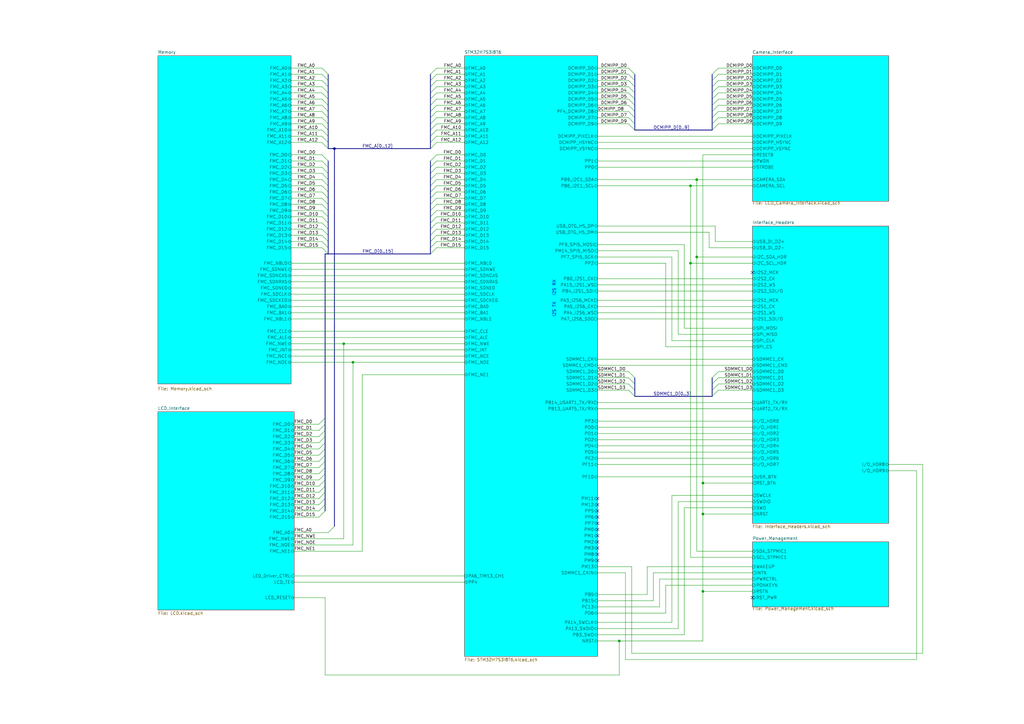
<source format=kicad_sch>
(kicad_sch
	(version 20231120)
	(generator "eeschema")
	(generator_version "8.0")
	(uuid "9b48e30a-b912-4658-a133-1a15707d5b7d")
	(paper "A3")
	(lib_symbols)
	(junction
		(at 288.29 210.82)
		(diameter 0)
		(color 0 0 0 0)
		(uuid "0f3761e4-9407-4caf-86b3-c28ff6f983a8")
	)
	(junction
		(at 140.97 140.97)
		(diameter 0)
		(color 0 0 0 0)
		(uuid "14a52ab9-34e6-4f96-8d60-9b3dc82391e5")
	)
	(junction
		(at 285.75 73.66)
		(diameter 0)
		(color 0 0 0 0)
		(uuid "192bccfb-bd82-4ac1-b96b-87121f633ad5")
	)
	(junction
		(at 144.78 148.59)
		(diameter 0)
		(color 0 0 0 0)
		(uuid "24b1ca1d-8461-4cdd-8682-51f583916e48")
	)
	(junction
		(at 283.21 76.2)
		(diameter 0)
		(color 0 0 0 0)
		(uuid "515b1994-ae54-4d04-a2d6-f9ceaf6b1a9f")
	)
	(junction
		(at 288.29 242.57)
		(diameter 0)
		(color 0 0 0 0)
		(uuid "5231f1dd-4744-405a-8261-b75435bd4560")
	)
	(junction
		(at 288.29 198.12)
		(diameter 0)
		(color 0 0 0 0)
		(uuid "5c488480-08da-4db7-a92f-9f8752607587")
	)
	(junction
		(at 285.75 105.41)
		(diameter 0)
		(color 0 0 0 0)
		(uuid "7c9e6a49-3619-4054-9859-17280841c25a")
	)
	(junction
		(at 254 262.89)
		(diameter 0)
		(color 0 0 0 0)
		(uuid "81e34daf-04c3-457f-ab34-80aab5b81435")
	)
	(junction
		(at 137.16 60.96)
		(diameter 0)
		(color 0 0 0 0)
		(uuid "bf1abf38-b641-48be-8b5f-707fa84de0f9")
	)
	(junction
		(at 283.21 107.95)
		(diameter 0)
		(color 0 0 0 0)
		(uuid "cd49b862-c047-46e6-b272-9d5d6fb910dc")
	)
	(no_connect
		(at 308.61 111.76)
		(uuid "210fb32b-ce5a-4ccf-8de2-fa43670f067c")
	)
	(no_connect
		(at 245.11 207.01)
		(uuid "26527d2c-d643-4974-8d16-7d885ee99ca2")
	)
	(no_connect
		(at 245.11 209.55)
		(uuid "33df0910-4250-48e0-9332-12c84f037498")
	)
	(no_connect
		(at 245.11 222.25)
		(uuid "390a4542-c7c7-4150-b623-c0a488157d49")
	)
	(no_connect
		(at 245.11 204.47)
		(uuid "7722a9d7-5088-4d62-a175-dfe33e25cd2d")
	)
	(no_connect
		(at 245.11 212.09)
		(uuid "77bbc690-71de-4a15-8c6f-a59d18d68924")
	)
	(no_connect
		(at 245.11 219.71)
		(uuid "86885e78-003a-480a-ad80-c128afbe60fa")
	)
	(no_connect
		(at 245.11 217.17)
		(uuid "8985cbd4-71a0-4af5-810b-258c45ae0270")
	)
	(no_connect
		(at 308.61 245.11)
		(uuid "b0afa12f-9c7f-4c2b-ba02-892ae60cfbe8")
	)
	(no_connect
		(at 245.11 229.87)
		(uuid "b2666bf2-27ad-48e0-9b87-65485676a0e0")
	)
	(no_connect
		(at 245.11 227.33)
		(uuid "b6cc7dcc-5774-41a2-b827-f6ab7c5a37a6")
	)
	(no_connect
		(at 245.11 224.79)
		(uuid "ea08ed18-7804-433a-b69f-8c6919af19cb")
	)
	(no_connect
		(at 245.11 214.63)
		(uuid "f8ea2c8f-6e28-4b36-b37f-5db4ab579458")
	)
	(bus_entry
		(at 294.64 152.4)
		(size -2.54 2.54)
		(stroke
			(width 0)
			(type default)
		)
		(uuid "02da12ea-9579-4a7b-b705-9a91fe8d6156")
	)
	(bus_entry
		(at 132.08 45.72)
		(size 2.54 2.54)
		(stroke
			(width 0)
			(type default)
		)
		(uuid "05c4a5cb-ecbf-4004-8d44-b7be715dd7d6")
	)
	(bus_entry
		(at 132.08 48.26)
		(size 2.54 2.54)
		(stroke
			(width 0)
			(type default)
		)
		(uuid "062e38e3-df4c-4e98-be6e-09c429e1902e")
	)
	(bus_entry
		(at 179.07 66.04)
		(size -2.54 2.54)
		(stroke
			(width 0)
			(type default)
		)
		(uuid "08f89a30-c129-4171-8c38-055e6edb5186")
	)
	(bus_entry
		(at 132.08 33.02)
		(size 2.54 2.54)
		(stroke
			(width 0)
			(type default)
		)
		(uuid "0ba46afa-466a-40fc-84ce-1b5606266d78")
	)
	(bus_entry
		(at 294.64 48.26)
		(size -2.54 2.54)
		(stroke
			(width 0)
			(type default)
		)
		(uuid "10d0d1bb-50cc-4fed-bfd4-d14d2c2d3dc3")
	)
	(bus_entry
		(at 179.07 40.64)
		(size -2.54 2.54)
		(stroke
			(width 0)
			(type default)
		)
		(uuid "1202c427-6c5c-451e-82f5-ff10f7ba3679")
	)
	(bus_entry
		(at 294.64 27.94)
		(size -2.54 2.54)
		(stroke
			(width 0)
			(type default)
		)
		(uuid "151153e7-ec55-4e9f-aaab-b8c06d52d9d1")
	)
	(bus_entry
		(at 179.07 73.66)
		(size -2.54 2.54)
		(stroke
			(width 0)
			(type default)
		)
		(uuid "1584a9cf-408f-4880-b3c3-7cd6632f6023")
	)
	(bus_entry
		(at 179.07 30.48)
		(size -2.54 2.54)
		(stroke
			(width 0)
			(type default)
		)
		(uuid "1cfb0153-434f-40ac-a975-c59e0b044df3")
	)
	(bus_entry
		(at 132.08 66.04)
		(size 2.54 2.54)
		(stroke
			(width 0)
			(type default)
		)
		(uuid "1f5af616-a49b-4bbd-b326-e62c2b12055f")
	)
	(bus_entry
		(at 179.07 91.44)
		(size -2.54 2.54)
		(stroke
			(width 0)
			(type default)
		)
		(uuid "1f85cae8-a016-4600-a858-431187b2200a")
	)
	(bus_entry
		(at 294.64 157.48)
		(size -2.54 2.54)
		(stroke
			(width 0)
			(type default)
		)
		(uuid "22aa9020-dfa3-4f28-a416-ec701adc7fe2")
	)
	(bus_entry
		(at 179.07 58.42)
		(size -2.54 2.54)
		(stroke
			(width 0)
			(type default)
		)
		(uuid "23091d70-cf99-4a97-9358-943b24ca6a40")
	)
	(bus_entry
		(at 257.81 43.18)
		(size 2.54 2.54)
		(stroke
			(width 0)
			(type default)
		)
		(uuid "25485a38-db49-4779-abe6-d7728aa3ca08")
	)
	(bus_entry
		(at 132.08 73.66)
		(size 2.54 2.54)
		(stroke
			(width 0)
			(type default)
		)
		(uuid "26469ebc-e596-47c4-8f8a-cf2ad9381731")
	)
	(bus_entry
		(at 179.07 50.8)
		(size -2.54 2.54)
		(stroke
			(width 0)
			(type default)
		)
		(uuid "2b0a96d8-149c-45f7-a430-1b05d08f7e30")
	)
	(bus_entry
		(at 130.81 199.39)
		(size 2.54 -2.54)
		(stroke
			(width 0)
			(type default)
		)
		(uuid "2c1a920b-17ce-44d2-8b7f-ad41aa9fa078")
	)
	(bus_entry
		(at 132.08 35.56)
		(size 2.54 2.54)
		(stroke
			(width 0)
			(type default)
		)
		(uuid "2d452a85-3bf0-4567-86f1-03aeaa490f88")
	)
	(bus_entry
		(at 179.07 86.36)
		(size -2.54 2.54)
		(stroke
			(width 0)
			(type default)
		)
		(uuid "2fd9cd88-f7fc-42cf-af22-0f87bc799d99")
	)
	(bus_entry
		(at 130.81 176.53)
		(size 2.54 -2.54)
		(stroke
			(width 0)
			(type default)
		)
		(uuid "3336d7d8-7aef-4fc8-a14c-db4469e1de28")
	)
	(bus_entry
		(at 132.08 96.52)
		(size 2.54 2.54)
		(stroke
			(width 0)
			(type default)
		)
		(uuid "340c80ee-fcea-445e-ae99-1c17eb039c2d")
	)
	(bus_entry
		(at 179.07 43.18)
		(size -2.54 2.54)
		(stroke
			(width 0)
			(type default)
		)
		(uuid "36b6a6e0-e0e1-4697-a741-7028b399ae25")
	)
	(bus_entry
		(at 179.07 101.6)
		(size -2.54 2.54)
		(stroke
			(width 0)
			(type default)
		)
		(uuid "3b0ab218-aaf2-4609-ab2d-29c16d714d55")
	)
	(bus_entry
		(at 179.07 81.28)
		(size -2.54 2.54)
		(stroke
			(width 0)
			(type default)
		)
		(uuid "3d71a060-97ab-4160-85c4-269b9c5899e2")
	)
	(bus_entry
		(at 132.08 43.18)
		(size 2.54 2.54)
		(stroke
			(width 0)
			(type default)
		)
		(uuid "3dd9ea0b-8eeb-41eb-af3d-4c8313fdeb1b")
	)
	(bus_entry
		(at 179.07 33.02)
		(size -2.54 2.54)
		(stroke
			(width 0)
			(type default)
		)
		(uuid "3f89d18c-39f5-4145-9ce6-6158f451f964")
	)
	(bus_entry
		(at 130.81 196.85)
		(size 2.54 -2.54)
		(stroke
			(width 0)
			(type default)
		)
		(uuid "40a09347-bd07-420a-a1c4-826621c0ccad")
	)
	(bus_entry
		(at 132.08 38.1)
		(size 2.54 2.54)
		(stroke
			(width 0)
			(type default)
		)
		(uuid "42cfe504-3804-4810-898d-cce7c9493512")
	)
	(bus_entry
		(at 257.81 27.94)
		(size 2.54 2.54)
		(stroke
			(width 0)
			(type default)
		)
		(uuid "43ed34f0-5002-42a7-b2fd-3e3f192460ba")
	)
	(bus_entry
		(at 130.81 209.55)
		(size 2.54 -2.54)
		(stroke
			(width 0)
			(type default)
		)
		(uuid "47b6456f-9850-42c9-871f-552f07f2a20c")
	)
	(bus_entry
		(at 294.64 50.8)
		(size -2.54 2.54)
		(stroke
			(width 0)
			(type default)
		)
		(uuid "47c37b0f-1949-4196-ba11-05b9aaf5f3d7")
	)
	(bus_entry
		(at 179.07 93.98)
		(size -2.54 2.54)
		(stroke
			(width 0)
			(type default)
		)
		(uuid "49aadad1-d506-4e40-a7b6-8721eff5f749")
	)
	(bus_entry
		(at 132.08 53.34)
		(size 2.54 2.54)
		(stroke
			(width 0)
			(type default)
		)
		(uuid "4a4c3ad0-1daf-43fb-91ab-511c4bd6c75e")
	)
	(bus_entry
		(at 257.81 40.64)
		(size 2.54 2.54)
		(stroke
			(width 0)
			(type default)
		)
		(uuid "528df7c2-3061-44ae-93ef-680b24e5c2e0")
	)
	(bus_entry
		(at 179.07 55.88)
		(size -2.54 2.54)
		(stroke
			(width 0)
			(type default)
		)
		(uuid "54fc4d56-0941-4f49-9069-c6d9a3ec0970")
	)
	(bus_entry
		(at 132.08 81.28)
		(size 2.54 2.54)
		(stroke
			(width 0)
			(type default)
		)
		(uuid "55e73493-f052-468f-896c-4892c3f3b473")
	)
	(bus_entry
		(at 179.07 83.82)
		(size -2.54 2.54)
		(stroke
			(width 0)
			(type default)
		)
		(uuid "568d7340-a095-4660-8f76-f2a11c0b7b8a")
	)
	(bus_entry
		(at 179.07 45.72)
		(size -2.54 2.54)
		(stroke
			(width 0)
			(type default)
		)
		(uuid "572a98cf-7858-4103-84d5-4dc0e0b9d52b")
	)
	(bus_entry
		(at 132.08 91.44)
		(size 2.54 2.54)
		(stroke
			(width 0)
			(type default)
		)
		(uuid "59abba82-5cee-45b3-bcc3-14daa61eaa90")
	)
	(bus_entry
		(at 257.81 160.02)
		(size 2.54 2.54)
		(stroke
			(width 0)
			(type default)
		)
		(uuid "5cba51d4-096c-4b3d-9cca-9f9e8bb9f184")
	)
	(bus_entry
		(at 130.81 194.31)
		(size 2.54 -2.54)
		(stroke
			(width 0)
			(type default)
		)
		(uuid "5ec42f20-e465-46ee-8e7f-b7d6ec6a7083")
	)
	(bus_entry
		(at 130.81 184.15)
		(size 2.54 -2.54)
		(stroke
			(width 0)
			(type default)
		)
		(uuid "5fa05d5f-7c30-40e8-acf1-1d32e51cf0e7")
	)
	(bus_entry
		(at 257.81 38.1)
		(size 2.54 2.54)
		(stroke
			(width 0)
			(type default)
		)
		(uuid "6030c767-6e67-4e57-8286-c9492f894ed1")
	)
	(bus_entry
		(at 132.08 27.94)
		(size 2.54 2.54)
		(stroke
			(width 0)
			(type default)
		)
		(uuid "60e030b5-c405-4564-ad80-fbec2f4333b2")
	)
	(bus_entry
		(at 294.64 160.02)
		(size -2.54 2.54)
		(stroke
			(width 0)
			(type default)
		)
		(uuid "64a7c7c8-8581-4055-89fa-0bca9ddf3174")
	)
	(bus_entry
		(at 132.08 78.74)
		(size 2.54 2.54)
		(stroke
			(width 0)
			(type default)
		)
		(uuid "64e4a3ca-b6e0-4d22-a760-21c6e3d5275e")
	)
	(bus_entry
		(at 294.64 43.18)
		(size -2.54 2.54)
		(stroke
			(width 0)
			(type default)
		)
		(uuid "655d4200-f314-4826-b0bf-1b7433181b33")
	)
	(bus_entry
		(at 130.81 173.99)
		(size 2.54 -2.54)
		(stroke
			(width 0)
			(type default)
		)
		(uuid "661106ba-8903-4850-8693-dca310407d1b")
	)
	(bus_entry
		(at 179.07 53.34)
		(size -2.54 2.54)
		(stroke
			(width 0)
			(type default)
		)
		(uuid "6a391cd7-777f-43a2-bad2-75a91bd25ef1")
	)
	(bus_entry
		(at 130.81 181.61)
		(size 2.54 -2.54)
		(stroke
			(width 0)
			(type default)
		)
		(uuid "6edcfc7a-5e99-49c2-ac4f-d7df328284bc")
	)
	(bus_entry
		(at 132.08 58.42)
		(size 2.54 2.54)
		(stroke
			(width 0)
			(type default)
		)
		(uuid "6f0cdacb-5123-4335-a526-e6c437d805da")
	)
	(bus_entry
		(at 132.08 86.36)
		(size 2.54 2.54)
		(stroke
			(width 0)
			(type default)
		)
		(uuid "6f609a55-9b41-4158-a275-7db493a21616")
	)
	(bus_entry
		(at 132.08 101.6)
		(size 2.54 2.54)
		(stroke
			(width 0)
			(type default)
		)
		(uuid "704fb29d-2a6d-4f7e-bec2-82fa7cb2bf8a")
	)
	(bus_entry
		(at 179.07 38.1)
		(size -2.54 2.54)
		(stroke
			(width 0)
			(type default)
		)
		(uuid "75ccff62-afb3-4de3-99bd-1a4c0e49631c")
	)
	(bus_entry
		(at 294.64 154.94)
		(size -2.54 2.54)
		(stroke
			(width 0)
			(type default)
		)
		(uuid "7d53d8b8-ddc4-47a8-a602-acfe7fb9d6c7")
	)
	(bus_entry
		(at 134.62 218.44)
		(size 2.54 -2.54)
		(stroke
			(width 0)
			(type default)
		)
		(uuid "808507a7-f3a8-4ebd-bf16-943191bb27f6")
	)
	(bus_entry
		(at 179.07 35.56)
		(size -2.54 2.54)
		(stroke
			(width 0)
			(type default)
		)
		(uuid "81341f75-93dd-402c-8fa5-68991fb577d7")
	)
	(bus_entry
		(at 257.81 45.72)
		(size 2.54 2.54)
		(stroke
			(width 0)
			(type default)
		)
		(uuid "842fb3fa-16c6-42d9-a0b4-c649d0601030")
	)
	(bus_entry
		(at 294.64 35.56)
		(size -2.54 2.54)
		(stroke
			(width 0)
			(type default)
		)
		(uuid "86f8a235-7ba6-450c-8373-621122887f9d")
	)
	(bus_entry
		(at 179.07 96.52)
		(size -2.54 2.54)
		(stroke
			(width 0)
			(type default)
		)
		(uuid "8776bddc-254f-468a-bf4b-16700f0d5284")
	)
	(bus_entry
		(at 130.81 207.01)
		(size 2.54 -2.54)
		(stroke
			(width 0)
			(type default)
		)
		(uuid "8a795416-8238-46b0-8f85-6783a9e1f922")
	)
	(bus_entry
		(at 257.81 48.26)
		(size 2.54 2.54)
		(stroke
			(width 0)
			(type default)
		)
		(uuid "8d19435d-85ac-4b68-a903-e10397ae0b1e")
	)
	(bus_entry
		(at 294.64 30.48)
		(size -2.54 2.54)
		(stroke
			(width 0)
			(type default)
		)
		(uuid "8dabd2c6-8958-4c59-8fb1-27cd6b32dc2d")
	)
	(bus_entry
		(at 132.08 99.06)
		(size 2.54 2.54)
		(stroke
			(width 0)
			(type default)
		)
		(uuid "8dce1cec-7cea-4208-910b-bdf40068d0d5")
	)
	(bus_entry
		(at 132.08 55.88)
		(size 2.54 2.54)
		(stroke
			(width 0)
			(type default)
		)
		(uuid "8ea779da-1e9b-4048-a870-f595cf600484")
	)
	(bus_entry
		(at 179.07 63.5)
		(size -2.54 2.54)
		(stroke
			(width 0)
			(type default)
		)
		(uuid "8f0986d4-5d23-4830-8f16-9249deee8b61")
	)
	(bus_entry
		(at 294.64 38.1)
		(size -2.54 2.54)
		(stroke
			(width 0)
			(type default)
		)
		(uuid "93b9e6d5-7ef4-4bd5-9a99-45c1fa4da350")
	)
	(bus_entry
		(at 130.81 179.07)
		(size 2.54 -2.54)
		(stroke
			(width 0)
			(type default)
		)
		(uuid "997132c5-45a9-4eaa-8e00-e117fbc24bc7")
	)
	(bus_entry
		(at 132.08 50.8)
		(size 2.54 2.54)
		(stroke
			(width 0)
			(type default)
		)
		(uuid "9e54a3f1-aa66-436c-92a5-33c1ac236bff")
	)
	(bus_entry
		(at 179.07 48.26)
		(size -2.54 2.54)
		(stroke
			(width 0)
			(type default)
		)
		(uuid "9e681b43-e6ef-4a85-a610-2611fe9ca0d8")
	)
	(bus_entry
		(at 132.08 63.5)
		(size 2.54 2.54)
		(stroke
			(width 0)
			(type default)
		)
		(uuid "a00917e7-d739-4c6a-b5ff-8b83e3638e63")
	)
	(bus_entry
		(at 132.08 83.82)
		(size 2.54 2.54)
		(stroke
			(width 0)
			(type default)
		)
		(uuid "a0edc127-0147-412d-840c-0497268e550a")
	)
	(bus_entry
		(at 257.81 35.56)
		(size 2.54 2.54)
		(stroke
			(width 0)
			(type default)
		)
		(uuid "a3204e19-9a3f-4fc1-a24b-518b87145909")
	)
	(bus_entry
		(at 130.81 189.23)
		(size 2.54 -2.54)
		(stroke
			(width 0)
			(type default)
		)
		(uuid "a35b649b-5983-4ffd-a80a-32702c40346b")
	)
	(bus_entry
		(at 257.81 33.02)
		(size 2.54 2.54)
		(stroke
			(width 0)
			(type default)
		)
		(uuid "ad8721e9-8366-49db-88e8-8175a502a5d1")
	)
	(bus_entry
		(at 257.81 50.8)
		(size 2.54 2.54)
		(stroke
			(width 0)
			(type default)
		)
		(uuid "aebd51bc-1e61-4243-a656-825f59d1c3ab")
	)
	(bus_entry
		(at 294.64 40.64)
		(size -2.54 2.54)
		(stroke
			(width 0)
			(type default)
		)
		(uuid "b28cb29c-1ea7-47d2-badf-88dc14ea1a04")
	)
	(bus_entry
		(at 257.81 152.4)
		(size 2.54 2.54)
		(stroke
			(width 0)
			(type default)
		)
		(uuid "b4805678-d4e8-46d3-bc85-dda5d7416a73")
	)
	(bus_entry
		(at 132.08 71.12)
		(size 2.54 2.54)
		(stroke
			(width 0)
			(type default)
		)
		(uuid "b5e1fea8-b47f-47bb-963c-353540a699e7")
	)
	(bus_entry
		(at 132.08 88.9)
		(size 2.54 2.54)
		(stroke
			(width 0)
			(type default)
		)
		(uuid "ba4201b9-2639-47d2-bc04-47fa745ef4c9")
	)
	(bus_entry
		(at 179.07 78.74)
		(size -2.54 2.54)
		(stroke
			(width 0)
			(type default)
		)
		(uuid "bc462d4d-dc66-46d9-bff4-bdbae9764d10")
	)
	(bus_entry
		(at 257.81 154.94)
		(size 2.54 2.54)
		(stroke
			(width 0)
			(type default)
		)
		(uuid "bd29e254-dab1-4ccc-90f0-4b1da65c7b98")
	)
	(bus_entry
		(at 130.81 191.77)
		(size 2.54 -2.54)
		(stroke
			(width 0)
			(type default)
		)
		(uuid "c064795c-dcd3-445a-96c5-774417720252")
	)
	(bus_entry
		(at 179.07 71.12)
		(size -2.54 2.54)
		(stroke
			(width 0)
			(type default)
		)
		(uuid "c56fe4db-292d-4153-9ecc-6e0c9eb7926d")
	)
	(bus_entry
		(at 179.07 76.2)
		(size -2.54 2.54)
		(stroke
			(width 0)
			(type default)
		)
		(uuid "c633de76-a0fa-4d57-b89f-c24a7ec93ff0")
	)
	(bus_entry
		(at 132.08 30.48)
		(size 2.54 2.54)
		(stroke
			(width 0)
			(type default)
		)
		(uuid "c9074460-ffdc-4148-b428-3a753c0be1bf")
	)
	(bus_entry
		(at 132.08 76.2)
		(size 2.54 2.54)
		(stroke
			(width 0)
			(type default)
		)
		(uuid "ca30395d-7d06-437c-ba88-1db8d8df6141")
	)
	(bus_entry
		(at 130.81 201.93)
		(size 2.54 -2.54)
		(stroke
			(width 0)
			(type default)
		)
		(uuid "cd5be6d9-7cef-4a2c-8d89-bb6ae2862fc7")
	)
	(bus_entry
		(at 257.81 157.48)
		(size 2.54 2.54)
		(stroke
			(width 0)
			(type default)
		)
		(uuid "cd7ea603-312d-4a9c-8aa3-97d125963a2e")
	)
	(bus_entry
		(at 130.81 204.47)
		(size 2.54 -2.54)
		(stroke
			(width 0)
			(type default)
		)
		(uuid "cfdb7238-dfb9-4964-8d27-920202b91cdf")
	)
	(bus_entry
		(at 179.07 88.9)
		(size -2.54 2.54)
		(stroke
			(width 0)
			(type default)
		)
		(uuid "d45d9339-ec97-4874-8bc5-19e4cea3a517")
	)
	(bus_entry
		(at 294.64 45.72)
		(size -2.54 2.54)
		(stroke
			(width 0)
			(type default)
		)
		(uuid "d6de1b3b-2492-41d1-99c0-81101e5b45cb")
	)
	(bus_entry
		(at 179.07 99.06)
		(size -2.54 2.54)
		(stroke
			(width 0)
			(type default)
		)
		(uuid "db9aeed9-1275-4a34-8e0a-a23f7f918f49")
	)
	(bus_entry
		(at 294.64 33.02)
		(size -2.54 2.54)
		(stroke
			(width 0)
			(type default)
		)
		(uuid "dbfcb806-d96d-4a84-9d48-772b4f9c54ed")
	)
	(bus_entry
		(at 130.81 212.09)
		(size 2.54 -2.54)
		(stroke
			(width 0)
			(type default)
		)
		(uuid "e350d05d-84ac-4e6b-bd34-aca39600e8f7")
	)
	(bus_entry
		(at 257.81 30.48)
		(size 2.54 2.54)
		(stroke
			(width 0)
			(type default)
		)
		(uuid "e52dfe82-dc05-41ec-9788-08e21b05bba3")
	)
	(bus_entry
		(at 132.08 68.58)
		(size 2.54 2.54)
		(stroke
			(width 0)
			(type default)
		)
		(uuid "e68a3a76-3cc0-4f85-ab7e-b7469e2897ab")
	)
	(bus_entry
		(at 132.08 40.64)
		(size 2.54 2.54)
		(stroke
			(width 0)
			(type default)
		)
		(uuid "eadd7c66-0a93-496e-a2c2-3eae63cfbd3b")
	)
	(bus_entry
		(at 179.07 68.58)
		(size -2.54 2.54)
		(stroke
			(width 0)
			(type default)
		)
		(uuid "ed4f4efb-e541-4d81-b902-992f727aaa62")
	)
	(bus_entry
		(at 132.08 93.98)
		(size 2.54 2.54)
		(stroke
			(width 0)
			(type default)
		)
		(uuid "eff09a3a-d6a9-4900-b0ae-9c8240bfb45e")
	)
	(bus_entry
		(at 179.07 27.94)
		(size -2.54 2.54)
		(stroke
			(width 0)
			(type default)
		)
		(uuid "fa7d73ac-713a-4f28-b084-ff40413e10c1")
	)
	(bus_entry
		(at 130.81 186.69)
		(size 2.54 -2.54)
		(stroke
			(width 0)
			(type default)
		)
		(uuid "ff470df4-61b3-4aeb-9328-7c8d81e33a98")
	)
	(bus
		(pts
			(xy 292.1 50.8) (xy 292.1 53.34)
		)
		(stroke
			(width 0)
			(type default)
		)
		(uuid "014a0dab-51e4-47ac-83ef-3d065fc5f360")
	)
	(wire
		(pts
			(xy 245.11 45.72) (xy 257.81 45.72)
		)
		(stroke
			(width 0)
			(type default)
		)
		(uuid "01d38e70-3f93-4477-bd6c-ff04cc4b79a4")
	)
	(wire
		(pts
			(xy 190.5 27.94) (xy 179.07 27.94)
		)
		(stroke
			(width 0)
			(type default)
		)
		(uuid "0241e2ee-e4c6-4e74-af1d-bd263d695bfd")
	)
	(bus
		(pts
			(xy 292.1 45.72) (xy 292.1 48.26)
		)
		(stroke
			(width 0)
			(type default)
		)
		(uuid "024f0513-8abe-441d-a8e4-49826c2e6fa2")
	)
	(bus
		(pts
			(xy 176.53 81.28) (xy 176.53 83.82)
		)
		(stroke
			(width 0)
			(type default)
		)
		(uuid "0266afee-83a9-46b2-a349-ae1f8dd7a918")
	)
	(wire
		(pts
			(xy 190.5 45.72) (xy 179.07 45.72)
		)
		(stroke
			(width 0)
			(type default)
		)
		(uuid "03d20e43-9784-472b-bf53-6e3354e4fc70")
	)
	(wire
		(pts
			(xy 119.38 55.88) (xy 132.08 55.88)
		)
		(stroke
			(width 0)
			(type default)
		)
		(uuid "03e1fbc8-6381-47b2-9c4d-5b98c5e4da3c")
	)
	(bus
		(pts
			(xy 176.53 88.9) (xy 176.53 91.44)
		)
		(stroke
			(width 0)
			(type default)
		)
		(uuid "05881809-f000-42a4-8c0c-2921e636f058")
	)
	(wire
		(pts
			(xy 190.5 58.42) (xy 179.07 58.42)
		)
		(stroke
			(width 0)
			(type default)
		)
		(uuid "06aeab8b-3f84-44cc-8f5a-8812de43bf5c")
	)
	(wire
		(pts
			(xy 245.11 114.3) (xy 308.61 114.3)
		)
		(stroke
			(width 0)
			(type default)
		)
		(uuid "08304f87-975a-491a-9b34-232447518f59")
	)
	(bus
		(pts
			(xy 176.53 91.44) (xy 176.53 93.98)
		)
		(stroke
			(width 0)
			(type default)
		)
		(uuid "09bec851-fcb0-492b-bdb7-5750148564dd")
	)
	(wire
		(pts
			(xy 245.11 76.2) (xy 283.21 76.2)
		)
		(stroke
			(width 0)
			(type default)
		)
		(uuid "0aa28e5f-4666-424f-9916-e301ba9c23b4")
	)
	(wire
		(pts
			(xy 288.29 63.5) (xy 288.29 198.12)
		)
		(stroke
			(width 0)
			(type default)
		)
		(uuid "0ac0db2b-0e58-4ef1-aea4-9f987ba76d10")
	)
	(bus
		(pts
			(xy 260.35 38.1) (xy 260.35 40.64)
		)
		(stroke
			(width 0)
			(type default)
		)
		(uuid "0b342768-fcef-48c6-9a0a-e6bf19ab2f2d")
	)
	(wire
		(pts
			(xy 190.5 86.36) (xy 179.07 86.36)
		)
		(stroke
			(width 0)
			(type default)
		)
		(uuid "0b3dbd28-f7a0-4da7-8b98-024e326b62a6")
	)
	(wire
		(pts
			(xy 119.38 45.72) (xy 132.08 45.72)
		)
		(stroke
			(width 0)
			(type default)
		)
		(uuid "0bbadaac-712c-4956-a37e-f96835c4cc63")
	)
	(wire
		(pts
			(xy 293.37 99.06) (xy 293.37 92.71)
		)
		(stroke
			(width 0)
			(type default)
		)
		(uuid "0c9e7c5b-2b81-42bb-804b-5e660f85b834")
	)
	(wire
		(pts
			(xy 245.11 33.02) (xy 257.81 33.02)
		)
		(stroke
			(width 0)
			(type default)
		)
		(uuid "0cc5f3ff-9d6f-4c9f-82fa-983a0a145bb1")
	)
	(bus
		(pts
			(xy 134.62 88.9) (xy 134.62 91.44)
		)
		(stroke
			(width 0)
			(type default)
		)
		(uuid "0d7efe26-43d6-4e3c-912f-7de2f2b01811")
	)
	(wire
		(pts
			(xy 308.61 48.26) (xy 294.64 48.26)
		)
		(stroke
			(width 0)
			(type default)
		)
		(uuid "0ee947df-a710-454a-bf13-ff3888497549")
	)
	(wire
		(pts
			(xy 290.83 101.6) (xy 290.83 95.25)
		)
		(stroke
			(width 0)
			(type default)
		)
		(uuid "0fbc63ae-14eb-48be-b644-2049ce37916a")
	)
	(wire
		(pts
			(xy 308.61 27.94) (xy 294.64 27.94)
		)
		(stroke
			(width 0)
			(type default)
		)
		(uuid "105bf126-d21c-4c37-9165-6854731ebb0d")
	)
	(wire
		(pts
			(xy 245.11 50.8) (xy 257.81 50.8)
		)
		(stroke
			(width 0)
			(type default)
		)
		(uuid "10a32039-ef36-447e-970a-fae92ca3b49b")
	)
	(bus
		(pts
			(xy 176.53 101.6) (xy 176.53 99.06)
		)
		(stroke
			(width 0)
			(type default)
		)
		(uuid "11245b96-bcf9-49da-bec0-b67f68348a25")
	)
	(bus
		(pts
			(xy 176.53 76.2) (xy 176.53 78.74)
		)
		(stroke
			(width 0)
			(type default)
		)
		(uuid "131ff526-72dc-4182-b90c-e807288964a6")
	)
	(wire
		(pts
			(xy 120.65 207.01) (xy 130.81 207.01)
		)
		(stroke
			(width 0)
			(type default)
		)
		(uuid "132ff4de-3c7d-401b-8b14-069806c88fc0")
	)
	(bus
		(pts
			(xy 176.53 86.36) (xy 176.53 88.9)
		)
		(stroke
			(width 0)
			(type default)
		)
		(uuid "17b9a75f-4559-4bd5-8f63-fe90939a0eac")
	)
	(wire
		(pts
			(xy 308.61 38.1) (xy 294.64 38.1)
		)
		(stroke
			(width 0)
			(type default)
		)
		(uuid "18d95146-4df0-4f01-9f8f-e8a3ddf59268")
	)
	(wire
		(pts
			(xy 119.38 78.74) (xy 132.08 78.74)
		)
		(stroke
			(width 0)
			(type default)
		)
		(uuid "18dedefd-741a-49e1-9675-b84150c4ccec")
	)
	(wire
		(pts
			(xy 190.5 153.67) (xy 148.59 153.67)
		)
		(stroke
			(width 0)
			(type default)
		)
		(uuid "1921ba84-11c9-4ebb-aae2-1268dd26fa29")
	)
	(wire
		(pts
			(xy 288.29 63.5) (xy 308.61 63.5)
		)
		(stroke
			(width 0)
			(type default)
		)
		(uuid "192c63e4-3b72-44fc-a114-d2a264442eef")
	)
	(wire
		(pts
			(xy 245.11 58.42) (xy 308.61 58.42)
		)
		(stroke
			(width 0)
			(type default)
		)
		(uuid "1a6348c3-52dd-42a8-9736-4345f2a938b8")
	)
	(bus
		(pts
			(xy 176.53 40.64) (xy 176.53 43.18)
		)
		(stroke
			(width 0)
			(type default)
		)
		(uuid "1c93c946-e0c8-4d9d-aae3-b72966296bf8")
	)
	(bus
		(pts
			(xy 176.53 58.42) (xy 176.53 60.96)
		)
		(stroke
			(width 0)
			(type default)
		)
		(uuid "1e3580dc-3b9f-492c-880e-0ec3220fcde4")
	)
	(bus
		(pts
			(xy 134.62 71.12) (xy 134.62 73.66)
		)
		(stroke
			(width 0)
			(type default)
		)
		(uuid "1e756ef8-1af1-4503-83be-825156df05e0")
	)
	(wire
		(pts
			(xy 190.5 43.18) (xy 179.07 43.18)
		)
		(stroke
			(width 0)
			(type default)
		)
		(uuid "1f2234e5-10e2-44f5-9a93-b061bfaec8a2")
	)
	(wire
		(pts
			(xy 288.29 210.82) (xy 288.29 242.57)
		)
		(stroke
			(width 0)
			(type default)
		)
		(uuid "1fe5e315-8517-4b41-8ba8-9e5684e684a5")
	)
	(bus
		(pts
			(xy 133.35 176.53) (xy 133.35 179.07)
		)
		(stroke
			(width 0)
			(type default)
		)
		(uuid "20749c0e-3250-4ec0-b1c0-ad2823da402b")
	)
	(wire
		(pts
			(xy 245.11 262.89) (xy 254 262.89)
		)
		(stroke
			(width 0)
			(type default)
		)
		(uuid "20e8459b-235f-4a9c-ad54-308096065b1a")
	)
	(wire
		(pts
			(xy 120.65 212.09) (xy 130.81 212.09)
		)
		(stroke
			(width 0)
			(type default)
		)
		(uuid "22857d32-1fbb-4085-8db6-9e55eb45e772")
	)
	(bus
		(pts
			(xy 260.35 45.72) (xy 260.35 48.26)
		)
		(stroke
			(width 0)
			(type default)
		)
		(uuid "23914e51-f7a7-4f54-8025-07ec2a2a7b9e")
	)
	(wire
		(pts
			(xy 308.61 240.03) (xy 273.05 240.03)
		)
		(stroke
			(width 0)
			(type default)
		)
		(uuid "23e82f8d-ee3c-4852-a072-293522ce355c")
	)
	(wire
		(pts
			(xy 245.11 243.84) (xy 265.43 243.84)
		)
		(stroke
			(width 0)
			(type default)
		)
		(uuid "249b47a5-31b5-41bf-95a0-1b1af21027e7")
	)
	(wire
		(pts
			(xy 245.11 160.02) (xy 257.81 160.02)
		)
		(stroke
			(width 0)
			(type default)
		)
		(uuid "25b8f63c-4155-4e3d-b021-ccc2afaa41f5")
	)
	(wire
		(pts
			(xy 120.65 184.15) (xy 130.81 184.15)
		)
		(stroke
			(width 0)
			(type default)
		)
		(uuid "25fe04e0-6094-4087-93f0-f788b68ca396")
	)
	(wire
		(pts
			(xy 278.13 257.81) (xy 245.11 257.81)
		)
		(stroke
			(width 0)
			(type default)
		)
		(uuid "28082454-51f8-4c1f-bf58-0f0d9f42f1fe")
	)
	(bus
		(pts
			(xy 176.53 73.66) (xy 176.53 76.2)
		)
		(stroke
			(width 0)
			(type default)
		)
		(uuid "282e4eb7-8286-4224-8c07-72aa037d330c")
	)
	(wire
		(pts
			(xy 190.5 78.74) (xy 179.07 78.74)
		)
		(stroke
			(width 0)
			(type default)
		)
		(uuid "291f8d3d-3b73-4333-9d77-2f30bb088dde")
	)
	(wire
		(pts
			(xy 280.67 100.33) (xy 280.67 134.62)
		)
		(stroke
			(width 0)
			(type default)
		)
		(uuid "2a7d6da9-a3f4-4392-bf57-59fb5e8b7029")
	)
	(wire
		(pts
			(xy 190.5 48.26) (xy 179.07 48.26)
		)
		(stroke
			(width 0)
			(type default)
		)
		(uuid "2a920a2c-610e-4225-af33-7163fe27f658")
	)
	(wire
		(pts
			(xy 119.38 128.27) (xy 190.5 128.27)
		)
		(stroke
			(width 0)
			(type default)
		)
		(uuid "2c5fa780-de5d-436f-9e39-861f4016372c")
	)
	(wire
		(pts
			(xy 285.75 105.41) (xy 308.61 105.41)
		)
		(stroke
			(width 0)
			(type default)
		)
		(uuid "2ccd5ec2-eb6a-4701-98b9-04ddc4ef5ca2")
	)
	(bus
		(pts
			(xy 134.62 53.34) (xy 134.62 55.88)
		)
		(stroke
			(width 0)
			(type default)
		)
		(uuid "2d6beabc-3b5e-48b5-9034-d4d281011964")
	)
	(wire
		(pts
			(xy 144.78 148.59) (xy 190.5 148.59)
		)
		(stroke
			(width 0)
			(type default)
		)
		(uuid "2e56ee1a-016f-47b6-98d1-b67c4c79161b")
	)
	(wire
		(pts
			(xy 120.65 191.77) (xy 130.81 191.77)
		)
		(stroke
			(width 0)
			(type default)
		)
		(uuid "31503a95-2d2d-4512-a9e2-fc0813511408")
	)
	(wire
		(pts
			(xy 190.5 76.2) (xy 179.07 76.2)
		)
		(stroke
			(width 0)
			(type default)
		)
		(uuid "31588bbe-e5e7-415f-b9ee-817aa361b5e7")
	)
	(bus
		(pts
			(xy 176.53 68.58) (xy 176.53 71.12)
		)
		(stroke
			(width 0)
			(type default)
		)
		(uuid "31a94704-072e-4f91-a727-3e4a5fe6e8cb")
	)
	(bus
		(pts
			(xy 134.62 66.04) (xy 134.62 68.58)
		)
		(stroke
			(width 0)
			(type default)
		)
		(uuid "31b171be-a0e5-4f73-971c-9cd4c032b421")
	)
	(wire
		(pts
			(xy 119.38 38.1) (xy 132.08 38.1)
		)
		(stroke
			(width 0)
			(type default)
		)
		(uuid "31b6d9d8-e609-4f91-935d-dac3e1c0ac30")
	)
	(wire
		(pts
			(xy 190.5 88.9) (xy 179.07 88.9)
		)
		(stroke
			(width 0)
			(type default)
		)
		(uuid "321404ed-fdfd-4be0-9967-2d4b209b9e73")
	)
	(wire
		(pts
			(xy 119.38 130.81) (xy 190.5 130.81)
		)
		(stroke
			(width 0)
			(type default)
		)
		(uuid "324f22d1-5c6a-4d82-9d4c-ceec79490714")
	)
	(wire
		(pts
			(xy 308.61 234.95) (xy 267.97 234.95)
		)
		(stroke
			(width 0)
			(type default)
		)
		(uuid "32e2ac89-dac6-4d44-9446-5c31b4037f92")
	)
	(wire
		(pts
			(xy 120.65 220.98) (xy 140.97 220.98)
		)
		(stroke
			(width 0)
			(type default)
		)
		(uuid "3360f166-e1af-4a1c-aad8-eb3bc5661913")
	)
	(wire
		(pts
			(xy 378.46 267.97) (xy 378.46 190.5)
		)
		(stroke
			(width 0)
			(type default)
		)
		(uuid "3382a068-c2b2-4e7d-a9ac-749203fe2b8a")
	)
	(wire
		(pts
			(xy 245.11 157.48) (xy 257.81 157.48)
		)
		(stroke
			(width 0)
			(type default)
		)
		(uuid "338915c0-7f0b-4f5d-9317-2dfd0219c97b")
	)
	(wire
		(pts
			(xy 119.38 48.26) (xy 132.08 48.26)
		)
		(stroke
			(width 0)
			(type default)
		)
		(uuid "34567c5e-545f-4658-b84a-5f1eca51c4c8")
	)
	(wire
		(pts
			(xy 119.38 86.36) (xy 132.08 86.36)
		)
		(stroke
			(width 0)
			(type default)
		)
		(uuid "346586d7-dea8-4d4b-aacb-2345b8255cce")
	)
	(wire
		(pts
			(xy 119.38 68.58) (xy 132.08 68.58)
		)
		(stroke
			(width 0)
			(type default)
		)
		(uuid "3469caae-86a5-4b0d-a40c-8f8a45b90c3f")
	)
	(wire
		(pts
			(xy 308.61 50.8) (xy 294.64 50.8)
		)
		(stroke
			(width 0)
			(type default)
		)
		(uuid "35657d50-5996-406b-a5d3-20b46bf86446")
	)
	(wire
		(pts
			(xy 256.54 234.95) (xy 245.11 234.95)
		)
		(stroke
			(width 0)
			(type default)
		)
		(uuid "3828fa57-4e5c-4ea1-ad99-d853b7639c20")
	)
	(wire
		(pts
			(xy 245.11 125.73) (xy 308.61 125.73)
		)
		(stroke
			(width 0)
			(type default)
		)
		(uuid "384aa8c6-0223-4667-945f-29246b249cdb")
	)
	(bus
		(pts
			(xy 134.62 78.74) (xy 134.62 81.28)
		)
		(stroke
			(width 0)
			(type default)
		)
		(uuid "389a3a7d-0076-48ce-817b-6395d3a309d9")
	)
	(wire
		(pts
			(xy 245.11 123.19) (xy 308.61 123.19)
		)
		(stroke
			(width 0)
			(type default)
		)
		(uuid "3937996e-9355-41e9-85d0-5e83331d043b")
	)
	(wire
		(pts
			(xy 119.38 63.5) (xy 132.08 63.5)
		)
		(stroke
			(width 0)
			(type default)
		)
		(uuid "39601a78-7ac0-49ed-8401-24e3dde0d877")
	)
	(wire
		(pts
			(xy 120.65 189.23) (xy 130.81 189.23)
		)
		(stroke
			(width 0)
			(type default)
		)
		(uuid "3a61bfeb-8dfa-413c-9b19-ebeefd3037c2")
	)
	(bus
		(pts
			(xy 176.53 93.98) (xy 176.53 96.52)
		)
		(stroke
			(width 0)
			(type default)
		)
		(uuid "3a844ac0-7cd5-4ee5-82d5-fa011a440ade")
	)
	(bus
		(pts
			(xy 134.62 33.02) (xy 134.62 35.56)
		)
		(stroke
			(width 0)
			(type default)
		)
		(uuid "3bd50260-c2ac-470d-b467-379574d14dc1")
	)
	(wire
		(pts
			(xy 119.38 135.89) (xy 190.5 135.89)
		)
		(stroke
			(width 0)
			(type default)
		)
		(uuid "3c12a0e9-cb1d-4342-a048-96d896a1a6fb")
	)
	(wire
		(pts
			(xy 254 276.86) (xy 254 262.89)
		)
		(stroke
			(width 0)
			(type default)
		)
		(uuid "3e44530c-c99f-4b02-967b-b6f55f40993d")
	)
	(wire
		(pts
			(xy 245.11 43.18) (xy 257.81 43.18)
		)
		(stroke
			(width 0)
			(type default)
		)
		(uuid "3eb1b8cd-a1b0-4a90-9572-e408ada59025")
	)
	(wire
		(pts
			(xy 378.46 190.5) (xy 364.49 190.5)
		)
		(stroke
			(width 0)
			(type default)
		)
		(uuid "3f255ee2-184e-4421-8d20-78204e76c5d8")
	)
	(wire
		(pts
			(xy 308.61 154.94) (xy 294.64 154.94)
		)
		(stroke
			(width 0)
			(type default)
		)
		(uuid "40304c40-313f-454d-887a-308b5aa2051a")
	)
	(bus
		(pts
			(xy 134.62 35.56) (xy 134.62 38.1)
		)
		(stroke
			(width 0)
			(type default)
		)
		(uuid "40ea82d6-7fc3-4389-9770-f457542477e7")
	)
	(wire
		(pts
			(xy 190.5 66.04) (xy 179.07 66.04)
		)
		(stroke
			(width 0)
			(type default)
		)
		(uuid "425aee37-961b-48c9-bcd3-cf58c5129d37")
	)
	(bus
		(pts
			(xy 133.35 199.39) (xy 133.35 196.85)
		)
		(stroke
			(width 0)
			(type default)
		)
		(uuid "43d866c8-f091-4df4-aec9-f9e960c7de74")
	)
	(bus
		(pts
			(xy 292.1 35.56) (xy 292.1 38.1)
		)
		(stroke
			(width 0)
			(type default)
		)
		(uuid "44075979-4aad-4e60-81e9-c99e70be68cb")
	)
	(wire
		(pts
			(xy 190.5 91.44) (xy 179.07 91.44)
		)
		(stroke
			(width 0)
			(type default)
		)
		(uuid "442a8b0b-b7b5-41f1-bb66-07108623a538")
	)
	(wire
		(pts
			(xy 245.11 40.64) (xy 257.81 40.64)
		)
		(stroke
			(width 0)
			(type default)
		)
		(uuid "4446a51e-0193-4144-9ea8-f27a2d3538a6")
	)
	(wire
		(pts
			(xy 190.5 30.48) (xy 179.07 30.48)
		)
		(stroke
			(width 0)
			(type default)
		)
		(uuid "44a862b7-0b95-41c0-84e0-5204fc6fdc4e")
	)
	(bus
		(pts
			(xy 292.1 157.48) (xy 292.1 160.02)
		)
		(stroke
			(width 0)
			(type default)
		)
		(uuid "4582079b-9ff8-4492-9ef1-5ce44ac0c49d")
	)
	(bus
		(pts
			(xy 176.53 99.06) (xy 176.53 96.52)
		)
		(stroke
			(width 0)
			(type default)
		)
		(uuid "45ce253f-1ed7-411a-93f5-4c0978f7821d")
	)
	(wire
		(pts
			(xy 308.61 232.41) (xy 265.43 232.41)
		)
		(stroke
			(width 0)
			(type default)
		)
		(uuid "45d4caaf-6181-4920-9073-a95d51af3ac6")
	)
	(wire
		(pts
			(xy 245.11 68.58) (xy 308.61 68.58)
		)
		(stroke
			(width 0)
			(type default)
		)
		(uuid "479021b6-fe71-4ce1-a3b5-d769ad06702e")
	)
	(bus
		(pts
			(xy 133.35 189.23) (xy 133.35 186.69)
		)
		(stroke
			(width 0)
			(type default)
		)
		(uuid "47d462e7-c9be-41f1-93ee-f612e950a206")
	)
	(wire
		(pts
			(xy 119.38 73.66) (xy 132.08 73.66)
		)
		(stroke
			(width 0)
			(type default)
		)
		(uuid "491d4848-951d-4280-b46d-df7802c4c379")
	)
	(bus
		(pts
			(xy 134.62 99.06) (xy 134.62 101.6)
		)
		(stroke
			(width 0)
			(type default)
		)
		(uuid "4a5331cb-6ad7-4d0b-a01d-80e04e200bd3")
	)
	(wire
		(pts
			(xy 245.11 248.92) (xy 270.51 248.92)
		)
		(stroke
			(width 0)
			(type default)
		)
		(uuid "4baca557-a654-48bd-8d77-05216e2707fc")
	)
	(wire
		(pts
			(xy 245.11 73.66) (xy 285.75 73.66)
		)
		(stroke
			(width 0)
			(type default)
		)
		(uuid "4bb91aa5-f841-426b-a01a-ae0857dbf760")
	)
	(wire
		(pts
			(xy 119.38 33.02) (xy 132.08 33.02)
		)
		(stroke
			(width 0)
			(type default)
		)
		(uuid "4c8e7922-5389-4378-be89-4c5bede40ec6")
	)
	(wire
		(pts
			(xy 245.11 119.38) (xy 308.61 119.38)
		)
		(stroke
			(width 0)
			(type default)
		)
		(uuid "4cb68c47-557f-41c7-a97c-f8c014d6ef1f")
	)
	(wire
		(pts
			(xy 119.38 118.11) (xy 190.5 118.11)
		)
		(stroke
			(width 0)
			(type default)
		)
		(uuid "4db085f8-d945-4a26-9e6e-ef7279865454")
	)
	(wire
		(pts
			(xy 308.61 172.72) (xy 245.11 172.72)
		)
		(stroke
			(width 0)
			(type default)
		)
		(uuid "4e05dee1-a460-495c-8fc7-4a9e170b5704")
	)
	(wire
		(pts
			(xy 245.11 38.1) (xy 257.81 38.1)
		)
		(stroke
			(width 0)
			(type default)
		)
		(uuid "4e3f0614-7b84-4272-96a3-0084e52baf6d")
	)
	(wire
		(pts
			(xy 245.11 60.96) (xy 308.61 60.96)
		)
		(stroke
			(width 0)
			(type default)
		)
		(uuid "4ea9c7b4-c9ef-436f-9f5d-1e4b2bbd69e7")
	)
	(wire
		(pts
			(xy 275.59 203.2) (xy 308.61 203.2)
		)
		(stroke
			(width 0)
			(type default)
		)
		(uuid "4f2b6588-de01-442f-9915-303da4c14e0a")
	)
	(bus
		(pts
			(xy 260.35 154.94) (xy 260.35 157.48)
		)
		(stroke
			(width 0)
			(type default)
		)
		(uuid "52885fdf-cdcd-47bc-a744-5eb229b44dd6")
	)
	(wire
		(pts
			(xy 119.38 30.48) (xy 132.08 30.48)
		)
		(stroke
			(width 0)
			(type default)
		)
		(uuid "52ea650c-bee2-4e46-9599-7365f6c0cac7")
	)
	(bus
		(pts
			(xy 176.53 83.82) (xy 176.53 86.36)
		)
		(stroke
			(width 0)
			(type default)
		)
		(uuid "5457825d-506b-4806-a96b-42465fd12eb4")
	)
	(wire
		(pts
			(xy 308.61 43.18) (xy 294.64 43.18)
		)
		(stroke
			(width 0)
			(type default)
		)
		(uuid "5622bc9f-bd67-4234-9b47-963505aaa07c")
	)
	(wire
		(pts
			(xy 190.5 33.02) (xy 179.07 33.02)
		)
		(stroke
			(width 0)
			(type default)
		)
		(uuid "56d9821e-7bbb-49f5-a9e8-1ae3c2a3686a")
	)
	(wire
		(pts
			(xy 308.61 226.06) (xy 285.75 226.06)
		)
		(stroke
			(width 0)
			(type default)
		)
		(uuid "572b68c3-3df7-47de-8b51-6799de536558")
	)
	(wire
		(pts
			(xy 190.5 38.1) (xy 179.07 38.1)
		)
		(stroke
			(width 0)
			(type default)
		)
		(uuid "578b81e9-ca29-49c4-82b4-d0372b040df3")
	)
	(wire
		(pts
			(xy 293.37 99.06) (xy 308.61 99.06)
		)
		(stroke
			(width 0)
			(type default)
		)
		(uuid "587efa2c-a394-491d-9589-1ffb1a4789b4")
	)
	(wire
		(pts
			(xy 119.38 107.95) (xy 190.5 107.95)
		)
		(stroke
			(width 0)
			(type default)
		)
		(uuid "590a2325-62af-48e8-b07d-05a6dbde4a7c")
	)
	(wire
		(pts
			(xy 119.38 81.28) (xy 132.08 81.28)
		)
		(stroke
			(width 0)
			(type default)
		)
		(uuid "5920cf26-5709-4334-bece-a88739c708c9")
	)
	(wire
		(pts
			(xy 119.38 53.34) (xy 132.08 53.34)
		)
		(stroke
			(width 0)
			(type default)
		)
		(uuid "596a951a-db28-424a-bceb-86e7fdf79049")
	)
	(bus
		(pts
			(xy 292.1 30.48) (xy 292.1 33.02)
		)
		(stroke
			(width 0)
			(type default)
		)
		(uuid "5a32451e-44e6-463e-bf14-b0d858179643")
	)
	(wire
		(pts
			(xy 140.97 140.97) (xy 190.5 140.97)
		)
		(stroke
			(width 0)
			(type default)
		)
		(uuid "5a5a2f94-bea6-4524-b566-5fda7220d68c")
	)
	(wire
		(pts
			(xy 288.29 242.57) (xy 288.29 262.89)
		)
		(stroke
			(width 0)
			(type default)
		)
		(uuid "5b39575f-4ee9-429b-bd24-21463f0e2149")
	)
	(bus
		(pts
			(xy 134.62 104.14) (xy 176.53 104.14)
		)
		(stroke
			(width 0)
			(type default)
		)
		(uuid "5d00000b-08d8-4a2a-b5d7-9f339ce85438")
	)
	(wire
		(pts
			(xy 273.05 251.46) (xy 245.11 251.46)
		)
		(stroke
			(width 0)
			(type default)
		)
		(uuid "5e340132-802b-4e2d-9a83-6741ca232dd5")
	)
	(wire
		(pts
			(xy 245.11 195.58) (xy 308.61 195.58)
		)
		(stroke
			(width 0)
			(type default)
		)
		(uuid "5ee6eb56-30f2-4e8e-af94-666fb51a63e3")
	)
	(bus
		(pts
			(xy 133.35 196.85) (xy 133.35 194.31)
		)
		(stroke
			(width 0)
			(type default)
		)
		(uuid "5f89879d-6998-4618-87cb-6309aa350876")
	)
	(wire
		(pts
			(xy 190.5 68.58) (xy 179.07 68.58)
		)
		(stroke
			(width 0)
			(type default)
		)
		(uuid "5fad3f01-34d7-4fdf-8094-25c61f974cb2")
	)
	(bus
		(pts
			(xy 134.62 76.2) (xy 134.62 78.74)
		)
		(stroke
			(width 0)
			(type default)
		)
		(uuid "5ff223fb-b55e-4846-8284-8d7215f61238")
	)
	(wire
		(pts
			(xy 267.97 234.95) (xy 267.97 246.38)
		)
		(stroke
			(width 0)
			(type default)
		)
		(uuid "610deb8b-5c78-43e0-bdcd-ad86a0dfe4eb")
	)
	(wire
		(pts
			(xy 190.5 55.88) (xy 179.07 55.88)
		)
		(stroke
			(width 0)
			(type default)
		)
		(uuid "629bacaa-a641-4241-9286-f5e9325e2200")
	)
	(bus
		(pts
			(xy 260.35 40.64) (xy 260.35 43.18)
		)
		(stroke
			(width 0)
			(type default)
		)
		(uuid "64b43fa3-ddd0-432b-bcf1-65cd4b5218d5")
	)
	(wire
		(pts
			(xy 119.38 125.73) (xy 190.5 125.73)
		)
		(stroke
			(width 0)
			(type default)
		)
		(uuid "64d2db3b-edb6-48e6-8f73-bd8b50f90f2a")
	)
	(wire
		(pts
			(xy 265.43 232.41) (xy 265.43 243.84)
		)
		(stroke
			(width 0)
			(type default)
		)
		(uuid "65192c00-0a48-4426-9708-1d82d8452750")
	)
	(wire
		(pts
			(xy 308.61 175.26) (xy 245.11 175.26)
		)
		(stroke
			(width 0)
			(type default)
		)
		(uuid "65376484-8519-465c-ae8b-ca71e97d31eb")
	)
	(bus
		(pts
			(xy 133.35 173.99) (xy 133.35 176.53)
		)
		(stroke
			(width 0)
			(type default)
		)
		(uuid "6560a8d0-2ba7-4f26-8b44-5aa4cf3a946f")
	)
	(wire
		(pts
			(xy 308.61 40.64) (xy 294.64 40.64)
		)
		(stroke
			(width 0)
			(type default)
		)
		(uuid "65dc083e-d94c-4823-95ac-7938d16ba947")
	)
	(wire
		(pts
			(xy 308.61 185.42) (xy 245.11 185.42)
		)
		(stroke
			(width 0)
			(type default)
		)
		(uuid "68314a5e-1d21-4d3a-aec9-73a5b95e1951")
	)
	(bus
		(pts
			(xy 176.53 71.12) (xy 176.53 73.66)
		)
		(stroke
			(width 0)
			(type default)
		)
		(uuid "6833c77a-f4f4-4194-af7b-04bd02b26674")
	)
	(wire
		(pts
			(xy 270.51 237.49) (xy 270.51 248.92)
		)
		(stroke
			(width 0)
			(type default)
		)
		(uuid "683b444f-2c17-49c5-8939-413cdbd9913c")
	)
	(wire
		(pts
			(xy 119.38 40.64) (xy 132.08 40.64)
		)
		(stroke
			(width 0)
			(type default)
		)
		(uuid "68e20202-d563-41ba-82d5-a4d2457a94c1")
	)
	(bus
		(pts
			(xy 292.1 43.18) (xy 292.1 45.72)
		)
		(stroke
			(width 0)
			(type default)
		)
		(uuid "699d0671-7442-46ab-8741-7a266a39e315")
	)
	(wire
		(pts
			(xy 119.38 35.56) (xy 132.08 35.56)
		)
		(stroke
			(width 0)
			(type default)
		)
		(uuid "6b4f8a1d-80ae-4784-9b30-1384a40a5780")
	)
	(bus
		(pts
			(xy 134.62 40.64) (xy 134.62 43.18)
		)
		(stroke
			(width 0)
			(type default)
		)
		(uuid "6be0faed-99c8-46c8-8f45-21b0aa54a0b0")
	)
	(bus
		(pts
			(xy 176.53 33.02) (xy 176.53 35.56)
		)
		(stroke
			(width 0)
			(type default)
		)
		(uuid "6c508d07-2d2c-4076-9372-3e0a88de66c4")
	)
	(wire
		(pts
			(xy 119.38 138.43) (xy 190.5 138.43)
		)
		(stroke
			(width 0)
			(type default)
		)
		(uuid "6d641fa4-1b76-402f-b7e8-d68fa126ecde")
	)
	(bus
		(pts
			(xy 176.53 38.1) (xy 176.53 40.64)
		)
		(stroke
			(width 0)
			(type default)
		)
		(uuid "6e41bd2c-d16e-4b9a-badd-5eec61f17d39")
	)
	(wire
		(pts
			(xy 259.08 267.97) (xy 259.08 232.41)
		)
		(stroke
			(width 0)
			(type default)
		)
		(uuid "6e608fb0-6a4d-4aa2-9185-e53a16d5dd0b")
	)
	(wire
		(pts
			(xy 288.29 262.89) (xy 254 262.89)
		)
		(stroke
			(width 0)
			(type default)
		)
		(uuid "6ed6c59f-ae57-4fd0-8da2-12280d2ad750")
	)
	(wire
		(pts
			(xy 290.83 95.25) (xy 245.11 95.25)
		)
		(stroke
			(width 0)
			(type default)
		)
		(uuid "6fdf3636-8192-47da-8edd-9dac15c89ac3")
	)
	(wire
		(pts
			(xy 119.38 115.57) (xy 190.5 115.57)
		)
		(stroke
			(width 0)
			(type default)
		)
		(uuid "70f1e7c9-5a70-4f14-b300-c152e8066d43")
	)
	(wire
		(pts
			(xy 283.21 76.2) (xy 308.61 76.2)
		)
		(stroke
			(width 0)
			(type default)
		)
		(uuid "7469779d-612b-4ec1-a666-4bcec7bfc502")
	)
	(wire
		(pts
			(xy 308.61 33.02) (xy 294.64 33.02)
		)
		(stroke
			(width 0)
			(type default)
		)
		(uuid "75a03d50-4a3e-45d5-ad32-b0337b5a4234")
	)
	(wire
		(pts
			(xy 308.61 190.5) (xy 245.11 190.5)
		)
		(stroke
			(width 0)
			(type default)
		)
		(uuid "75f29b68-63fe-449c-86f5-7f646f5447ea")
	)
	(wire
		(pts
			(xy 119.38 43.18) (xy 132.08 43.18)
		)
		(stroke
			(width 0)
			(type default)
		)
		(uuid "76422379-b127-4484-8a66-61cd2e541e2c")
	)
	(wire
		(pts
			(xy 120.65 218.44) (xy 134.62 218.44)
		)
		(stroke
			(width 0)
			(type default)
		)
		(uuid "7745665f-060e-4f3a-ad04-d1f6c4df0d5c")
	)
	(bus
		(pts
			(xy 134.62 45.72) (xy 134.62 48.26)
		)
		(stroke
			(width 0)
			(type default)
		)
		(uuid "77d892fa-efb8-413b-b4cf-401a540038b1")
	)
	(bus
		(pts
			(xy 292.1 38.1) (xy 292.1 40.64)
		)
		(stroke
			(width 0)
			(type default)
		)
		(uuid "78570a56-ec2d-4d7f-84b7-55d3d38ef447")
	)
	(wire
		(pts
			(xy 119.38 113.03) (xy 190.5 113.03)
		)
		(stroke
			(width 0)
			(type default)
		)
		(uuid "7867bae3-b9cc-4e30-9b3e-0c21e92a40fc")
	)
	(wire
		(pts
			(xy 245.11 152.4) (xy 257.81 152.4)
		)
		(stroke
			(width 0)
			(type default)
		)
		(uuid "7a15576b-70a5-4465-b86c-3e576dcba37b")
	)
	(wire
		(pts
			(xy 120.65 186.69) (xy 130.81 186.69)
		)
		(stroke
			(width 0)
			(type default)
		)
		(uuid "7aee1b3a-aae8-47c5-805a-407fa13181d0")
	)
	(wire
		(pts
			(xy 190.5 101.6) (xy 179.07 101.6)
		)
		(stroke
			(width 0)
			(type default)
		)
		(uuid "7bab86dc-9a81-449b-96ce-871a477fd45f")
	)
	(bus
		(pts
			(xy 133.35 209.55) (xy 133.35 207.01)
		)
		(stroke
			(width 0)
			(type default)
		)
		(uuid "7c7a9aa8-ede0-475f-a60a-1848e722f8ea")
	)
	(bus
		(pts
			(xy 176.53 43.18) (xy 176.53 45.72)
		)
		(stroke
			(width 0)
			(type default)
		)
		(uuid "7e2171a9-966f-4007-970a-4b3ebbc2baeb")
	)
	(wire
		(pts
			(xy 273.05 142.24) (xy 308.61 142.24)
		)
		(stroke
			(width 0)
			(type default)
		)
		(uuid "7e6eddb3-d428-4492-9fed-6a102085176e")
	)
	(wire
		(pts
			(xy 273.05 107.95) (xy 273.05 142.24)
		)
		(stroke
			(width 0)
			(type default)
		)
		(uuid "7e81838f-1924-475d-bc07-aa99ea31a67f")
	)
	(bus
		(pts
			(xy 134.62 55.88) (xy 134.62 58.42)
		)
		(stroke
			(width 0)
			(type default)
		)
		(uuid "7ea01c57-d2c9-4462-9e3b-31bef7ef5af3")
	)
	(bus
		(pts
			(xy 134.62 83.82) (xy 134.62 86.36)
		)
		(stroke
			(width 0)
			(type default)
		)
		(uuid "7ed055a7-75cd-4346-bed5-410259363f33")
	)
	(wire
		(pts
			(xy 273.05 240.03) (xy 273.05 251.46)
		)
		(stroke
			(width 0)
			(type default)
		)
		(uuid "7f089e42-8a91-4047-8dc2-e6697d923d86")
	)
	(wire
		(pts
			(xy 119.38 91.44) (xy 132.08 91.44)
		)
		(stroke
			(width 0)
			(type default)
		)
		(uuid "7f11be7f-b569-498d-a49e-50801fc30e72")
	)
	(wire
		(pts
			(xy 288.29 242.57) (xy 308.61 242.57)
		)
		(stroke
			(width 0)
			(type default)
		)
		(uuid "7f840703-df26-402b-916f-8da3d8b66961")
	)
	(wire
		(pts
			(xy 245.11 130.81) (xy 308.61 130.81)
		)
		(stroke
			(width 0)
			(type default)
		)
		(uuid "7fd59552-eb60-4fce-9b68-e3b6455828fc")
	)
	(bus
		(pts
			(xy 176.53 48.26) (xy 176.53 50.8)
		)
		(stroke
			(width 0)
			(type default)
		)
		(uuid "80f7a757-5dca-4091-9582-7d404b14fe23")
	)
	(wire
		(pts
			(xy 119.38 123.19) (xy 190.5 123.19)
		)
		(stroke
			(width 0)
			(type default)
		)
		(uuid "8161fd4a-0119-4c6b-8ee3-10017f501870")
	)
	(wire
		(pts
			(xy 245.11 128.27) (xy 308.61 128.27)
		)
		(stroke
			(width 0)
			(type default)
		)
		(uuid "81e15b13-75d6-497b-9581-0b49dd5a9c03")
	)
	(wire
		(pts
			(xy 256.54 270.51) (xy 375.92 270.51)
		)
		(stroke
			(width 0)
			(type default)
		)
		(uuid "82b27a9d-1077-41bb-8192-0776e3ee8916")
	)
	(wire
		(pts
			(xy 245.11 167.64) (xy 308.61 167.64)
		)
		(stroke
			(width 0)
			(type default)
		)
		(uuid "82c35c66-a478-4349-8f27-0958cb870b6a")
	)
	(wire
		(pts
			(xy 119.38 148.59) (xy 144.78 148.59)
		)
		(stroke
			(width 0)
			(type default)
		)
		(uuid "83e1bfcd-52cc-4200-a134-dd0ec897fb8b")
	)
	(bus
		(pts
			(xy 176.53 55.88) (xy 176.53 58.42)
		)
		(stroke
			(width 0)
			(type default)
		)
		(uuid "83ff3afc-53fa-4742-86e5-3008f579f952")
	)
	(wire
		(pts
			(xy 245.11 147.32) (xy 308.61 147.32)
		)
		(stroke
			(width 0)
			(type default)
		)
		(uuid "8431388c-fae5-4e34-aa94-abeadc97003a")
	)
	(bus
		(pts
			(xy 260.35 160.02) (xy 260.35 162.56)
		)
		(stroke
			(width 0)
			(type default)
		)
		(uuid "843de048-2375-4a4e-83f7-7fd46e30ccda")
	)
	(wire
		(pts
			(xy 283.21 107.95) (xy 283.21 76.2)
		)
		(stroke
			(width 0)
			(type default)
		)
		(uuid "85520f5e-35bf-48bf-abfb-4f4caef7722c")
	)
	(bus
		(pts
			(xy 133.35 171.45) (xy 133.35 173.99)
		)
		(stroke
			(width 0)
			(type default)
		)
		(uuid "85dfcbd0-d079-4058-ac7a-5668f947d1fe")
	)
	(wire
		(pts
			(xy 119.38 76.2) (xy 132.08 76.2)
		)
		(stroke
			(width 0)
			(type default)
		)
		(uuid "860e1e55-b02c-4635-8f73-acbde9da1451")
	)
	(bus
		(pts
			(xy 260.35 43.18) (xy 260.35 45.72)
		)
		(stroke
			(width 0)
			(type default)
		)
		(uuid "8637cb5a-7f64-466f-b0b5-ed8818a68ca6")
	)
	(bus
		(pts
			(xy 176.53 66.04) (xy 176.53 68.58)
		)
		(stroke
			(width 0)
			(type default)
		)
		(uuid "865bafb9-baa4-4e41-b5a7-49887a6f1ab9")
	)
	(wire
		(pts
			(xy 245.11 100.33) (xy 280.67 100.33)
		)
		(stroke
			(width 0)
			(type default)
		)
		(uuid "88260227-6ecd-4c97-b052-5998fb34736d")
	)
	(wire
		(pts
			(xy 259.08 267.97) (xy 378.46 267.97)
		)
		(stroke
			(width 0)
			(type default)
		)
		(uuid "88752bc8-4bdd-424d-a13e-a23252d05b2b")
	)
	(wire
		(pts
			(xy 120.65 173.99) (xy 130.81 173.99)
		)
		(stroke
			(width 0)
			(type default)
		)
		(uuid "8886c56b-891c-4348-89d5-ecbfb5b9f97a")
	)
	(wire
		(pts
			(xy 308.61 160.02) (xy 294.64 160.02)
		)
		(stroke
			(width 0)
			(type default)
		)
		(uuid "89d91c0f-a01f-4c6d-997a-5a06ed01552e")
	)
	(bus
		(pts
			(xy 134.62 93.98) (xy 134.62 96.52)
		)
		(stroke
			(width 0)
			(type default)
		)
		(uuid "8a0c62bd-0c01-4a7f-a10f-d37537055d4a")
	)
	(bus
		(pts
			(xy 176.53 35.56) (xy 176.53 38.1)
		)
		(stroke
			(width 0)
			(type default)
		)
		(uuid "8a4db4de-6f01-46b0-93ae-1c280cb05063")
	)
	(wire
		(pts
			(xy 119.38 88.9) (xy 132.08 88.9)
		)
		(stroke
			(width 0)
			(type default)
		)
		(uuid "8aa7d7e1-e6da-4f9e-a6c9-13783dfb4507")
	)
	(bus
		(pts
			(xy 176.53 104.14) (xy 176.53 101.6)
		)
		(stroke
			(width 0)
			(type default)
		)
		(uuid "8cb75e95-782f-463a-aaac-53bb0be203a9")
	)
	(wire
		(pts
			(xy 245.11 116.84) (xy 308.61 116.84)
		)
		(stroke
			(width 0)
			(type default)
		)
		(uuid "8cbaac42-2ad5-45e0-aa63-32128343dd42")
	)
	(wire
		(pts
			(xy 245.11 246.38) (xy 267.97 246.38)
		)
		(stroke
			(width 0)
			(type default)
		)
		(uuid "8cccb701-bbc3-44c2-8357-ea02bceef037")
	)
	(bus
		(pts
			(xy 292.1 33.02) (xy 292.1 35.56)
		)
		(stroke
			(width 0)
			(type default)
		)
		(uuid "8ce02e4e-7256-43d8-a5fa-43cbd8e862c9")
	)
	(wire
		(pts
			(xy 119.38 58.42) (xy 132.08 58.42)
		)
		(stroke
			(width 0)
			(type default)
		)
		(uuid "8e1f62eb-f912-4f2a-8815-47c273d1317c")
	)
	(wire
		(pts
			(xy 120.65 194.31) (xy 130.81 194.31)
		)
		(stroke
			(width 0)
			(type default)
		)
		(uuid "8e50479b-4e61-42aa-b340-d97d8dda8495")
	)
	(wire
		(pts
			(xy 285.75 105.41) (xy 285.75 73.66)
		)
		(stroke
			(width 0)
			(type default)
		)
		(uuid "8e8715f9-2d43-4f71-b54c-aadb1f6020f9")
	)
	(wire
		(pts
			(xy 120.65 176.53) (xy 130.81 176.53)
		)
		(stroke
			(width 0)
			(type default)
		)
		(uuid "8f41ff26-48f1-4129-86d6-7c398eee7500")
	)
	(wire
		(pts
			(xy 119.38 140.97) (xy 140.97 140.97)
		)
		(stroke
			(width 0)
			(type default)
		)
		(uuid "8ffca4d2-adc8-450c-bf04-75afe64ae86e")
	)
	(wire
		(pts
			(xy 308.61 237.49) (xy 270.51 237.49)
		)
		(stroke
			(width 0)
			(type default)
		)
		(uuid "905d1441-8518-47f9-945f-fdda6f206a3a")
	)
	(wire
		(pts
			(xy 119.38 146.05) (xy 190.5 146.05)
		)
		(stroke
			(width 0)
			(type default)
		)
		(uuid "90943db2-e2f7-45c3-9664-7a6bb1790320")
	)
	(wire
		(pts
			(xy 245.11 55.88) (xy 308.61 55.88)
		)
		(stroke
			(width 0)
			(type default)
		)
		(uuid "90a1df13-4472-4c72-b27e-83e4f47b5338")
	)
	(wire
		(pts
			(xy 119.38 93.98) (xy 132.08 93.98)
		)
		(stroke
			(width 0)
			(type default)
		)
		(uuid "910b8668-4f24-4f37-981f-483d1387ef08")
	)
	(wire
		(pts
			(xy 245.11 27.94) (xy 257.81 27.94)
		)
		(stroke
			(width 0)
			(type default)
		)
		(uuid "9152b34b-7103-415b-a2a7-6ffa4a818cd8")
	)
	(wire
		(pts
			(xy 120.65 204.47) (xy 130.81 204.47)
		)
		(stroke
			(width 0)
			(type default)
		)
		(uuid "91be196a-54ff-4222-8e9e-9a48236ac21f")
	)
	(bus
		(pts
			(xy 260.35 50.8) (xy 260.35 53.34)
		)
		(stroke
			(width 0)
			(type default)
		)
		(uuid "9252e389-8880-4459-bef8-722c54739c65")
	)
	(wire
		(pts
			(xy 119.38 110.49) (xy 190.5 110.49)
		)
		(stroke
			(width 0)
			(type default)
		)
		(uuid "92aa9ed3-951f-4206-8da8-b569003fbb87")
	)
	(wire
		(pts
			(xy 140.97 140.97) (xy 140.97 220.98)
		)
		(stroke
			(width 0)
			(type default)
		)
		(uuid "941d0999-3681-4d72-bef5-eca16c44a6c6")
	)
	(bus
		(pts
			(xy 137.16 60.96) (xy 137.16 215.9)
		)
		(stroke
			(width 0)
			(type default)
		)
		(uuid "955fac17-dccb-41bc-a28c-6c8d88d63e9a")
	)
	(wire
		(pts
			(xy 275.59 255.27) (xy 245.11 255.27)
		)
		(stroke
			(width 0)
			(type default)
		)
		(uuid "9692a378-95b4-4f63-a420-79182f902e81")
	)
	(bus
		(pts
			(xy 133.35 191.77) (xy 133.35 189.23)
		)
		(stroke
			(width 0)
			(type default)
		)
		(uuid "983b08a9-3160-4019-b566-e36be901c14b")
	)
	(wire
		(pts
			(xy 119.38 101.6) (xy 132.08 101.6)
		)
		(stroke
			(width 0)
			(type default)
		)
		(uuid "98d6a69f-ad83-4a9a-a156-109e4b28b9b2")
	)
	(wire
		(pts
			(xy 308.61 45.72) (xy 294.64 45.72)
		)
		(stroke
			(width 0)
			(type default)
		)
		(uuid "9c07d873-a5ad-4a57-b30d-637c8b05b451")
	)
	(wire
		(pts
			(xy 280.67 208.28) (xy 308.61 208.28)
		)
		(stroke
			(width 0)
			(type default)
		)
		(uuid "9cd41320-22b7-4eec-83fb-f28dffcd02ee")
	)
	(wire
		(pts
			(xy 308.61 182.88) (xy 245.11 182.88)
		)
		(stroke
			(width 0)
			(type default)
		)
		(uuid "9cda1697-82fb-4b6a-bd2c-614a637f1c81")
	)
	(wire
		(pts
			(xy 283.21 228.6) (xy 283.21 107.95)
		)
		(stroke
			(width 0)
			(type default)
		)
		(uuid "9f0a0355-ded4-47e3-bc1f-1255dd3377b6")
	)
	(bus
		(pts
			(xy 133.35 204.47) (xy 133.35 201.93)
		)
		(stroke
			(width 0)
			(type default)
		)
		(uuid "a031d016-aa22-44fc-a373-8eb9cc6d190c")
	)
	(wire
		(pts
			(xy 190.5 73.66) (xy 179.07 73.66)
		)
		(stroke
			(width 0)
			(type default)
		)
		(uuid "a236d6bb-1fb5-4194-93ba-66ac6e8300e7")
	)
	(bus
		(pts
			(xy 260.35 30.48) (xy 260.35 33.02)
		)
		(stroke
			(width 0)
			(type default)
		)
		(uuid "a24aab31-322b-4ae5-b203-43ff9b732ae3")
	)
	(wire
		(pts
			(xy 120.65 199.39) (xy 130.81 199.39)
		)
		(stroke
			(width 0)
			(type default)
		)
		(uuid "a4a77d7d-5f01-473d-b715-188027b278ce")
	)
	(wire
		(pts
			(xy 375.92 270.51) (xy 375.92 193.04)
		)
		(stroke
			(width 0)
			(type default)
		)
		(uuid "a5099dac-d630-4048-b700-2e086031ceb1")
	)
	(bus
		(pts
			(xy 134.62 86.36) (xy 134.62 88.9)
		)
		(stroke
			(width 0)
			(type default)
		)
		(uuid "a6db6a3f-7da7-440a-8351-b65ad983e445")
	)
	(wire
		(pts
			(xy 278.13 102.87) (xy 278.13 137.16)
		)
		(stroke
			(width 0)
			(type default)
		)
		(uuid "a71a9ab2-116b-429b-b189-4aa61a14a64d")
	)
	(wire
		(pts
			(xy 119.38 50.8) (xy 132.08 50.8)
		)
		(stroke
			(width 0)
			(type default)
		)
		(uuid "a71cb156-26b5-4057-b634-425ac3ecb74b")
	)
	(wire
		(pts
			(xy 133.35 245.11) (xy 133.35 276.86)
		)
		(stroke
			(width 0)
			(type default)
		)
		(uuid "a7e10d1a-ff11-45bb-9c24-2ae84447bca3")
	)
	(bus
		(pts
			(xy 134.62 68.58) (xy 134.62 71.12)
		)
		(stroke
			(width 0)
			(type default)
		)
		(uuid "aa1af2e3-a930-41a4-810d-a99e33954340")
	)
	(wire
		(pts
			(xy 190.5 81.28) (xy 179.07 81.28)
		)
		(stroke
			(width 0)
			(type default)
		)
		(uuid "aae2065b-e24d-45fd-a189-2599e45a0d75")
	)
	(bus
		(pts
			(xy 134.62 91.44) (xy 134.62 93.98)
		)
		(stroke
			(width 0)
			(type default)
		)
		(uuid "aafbb7db-24c1-4a1e-9ce9-f5f76b55b951")
	)
	(wire
		(pts
			(xy 119.38 120.65) (xy 190.5 120.65)
		)
		(stroke
			(width 0)
			(type default)
		)
		(uuid "ac1b5f9e-3942-4dbc-a8a6-0fa622b303f4")
	)
	(wire
		(pts
			(xy 120.65 179.07) (xy 130.81 179.07)
		)
		(stroke
			(width 0)
			(type default)
		)
		(uuid "ac5ef6c9-5e41-411e-8c00-b7bf1d1f0726")
	)
	(bus
		(pts
			(xy 134.62 48.26) (xy 134.62 50.8)
		)
		(stroke
			(width 0)
			(type default)
		)
		(uuid "ad266b6f-4a29-4a14-ab4e-614976354386")
	)
	(wire
		(pts
			(xy 290.83 101.6) (xy 308.61 101.6)
		)
		(stroke
			(width 0)
			(type default)
		)
		(uuid "af328238-fb93-4ec4-bdf1-50f43c50991c")
	)
	(wire
		(pts
			(xy 308.61 180.34) (xy 245.11 180.34)
		)
		(stroke
			(width 0)
			(type default)
		)
		(uuid "b0891ebb-9b60-41a6-982e-70c0a8bae2e6")
	)
	(wire
		(pts
			(xy 190.5 93.98) (xy 179.07 93.98)
		)
		(stroke
			(width 0)
			(type default)
		)
		(uuid "b1ba3c0e-e7fc-4973-9733-9792fc59a243")
	)
	(wire
		(pts
			(xy 308.61 210.82) (xy 288.29 210.82)
		)
		(stroke
			(width 0)
			(type default)
		)
		(uuid "b1badfcb-b45f-4951-ba41-3f236792ae6b")
	)
	(wire
		(pts
			(xy 190.5 40.64) (xy 179.07 40.64)
		)
		(stroke
			(width 0)
			(type default)
		)
		(uuid "b288edd6-7693-467a-ab77-114d37728908")
	)
	(wire
		(pts
			(xy 190.5 35.56) (xy 179.07 35.56)
		)
		(stroke
			(width 0)
			(type default)
		)
		(uuid "b367a2f1-ccd8-4089-ab1d-07975e799e43")
	)
	(wire
		(pts
			(xy 120.65 226.06) (xy 148.59 226.06)
		)
		(stroke
			(width 0)
			(type default)
		)
		(uuid "b3accc72-d954-4f67-a7f9-f0a27c0cbe5e")
	)
	(wire
		(pts
			(xy 308.61 35.56) (xy 294.64 35.56)
		)
		(stroke
			(width 0)
			(type default)
		)
		(uuid "b3be11e0-4ffb-427d-9703-e366ed55e5fb")
	)
	(bus
		(pts
			(xy 134.62 50.8) (xy 134.62 53.34)
		)
		(stroke
			(width 0)
			(type default)
		)
		(uuid "b492cfe3-739a-4ed8-8da5-043be56948af")
	)
	(wire
		(pts
			(xy 308.61 177.8) (xy 245.11 177.8)
		)
		(stroke
			(width 0)
			(type default)
		)
		(uuid "b678d022-7eea-4909-b06a-33dbda9230ad")
	)
	(bus
		(pts
			(xy 134.62 30.48) (xy 134.62 33.02)
		)
		(stroke
			(width 0)
			(type default)
		)
		(uuid "b8982303-bc39-455e-929f-7eb09c80cfb4")
	)
	(wire
		(pts
			(xy 148.59 153.67) (xy 148.59 226.06)
		)
		(stroke
			(width 0)
			(type default)
		)
		(uuid "b913ea13-624a-4576-9e4f-23d17a7d49ad")
	)
	(bus
		(pts
			(xy 292.1 154.94) (xy 292.1 157.48)
		)
		(stroke
			(width 0)
			(type default)
		)
		(uuid "b9981e45-1d3a-483b-b0db-ff375f496eaf")
	)
	(wire
		(pts
			(xy 308.61 30.48) (xy 294.64 30.48)
		)
		(stroke
			(width 0)
			(type default)
		)
		(uuid "b9fe2f74-153d-4977-8ec0-b836aec8b6b0")
	)
	(wire
		(pts
			(xy 120.65 223.52) (xy 144.78 223.52)
		)
		(stroke
			(width 0)
			(type default)
		)
		(uuid "bc962fb6-9358-4df0-b4ae-1e7c937c968e")
	)
	(bus
		(pts
			(xy 260.35 33.02) (xy 260.35 35.56)
		)
		(stroke
			(width 0)
			(type default)
		)
		(uuid "bd5680c9-90e9-4c62-91c8-acd96ffeb8da")
	)
	(bus
		(pts
			(xy 176.53 78.74) (xy 176.53 81.28)
		)
		(stroke
			(width 0)
			(type default)
		)
		(uuid "be2d420a-54fb-48c0-a7ed-9a0eb7eb4232")
	)
	(bus
		(pts
			(xy 133.35 104.14) (xy 134.62 104.14)
		)
		(stroke
			(width 0)
			(type default)
		)
		(uuid "be3f94f0-791a-4d4a-a48c-0d11ddd5398f")
	)
	(wire
		(pts
			(xy 245.11 66.04) (xy 308.61 66.04)
		)
		(stroke
			(width 0)
			(type default)
		)
		(uuid "bec7332c-53ab-4378-9241-fdbfafce2cc5")
	)
	(bus
		(pts
			(xy 134.62 73.66) (xy 134.62 76.2)
		)
		(stroke
			(width 0)
			(type default)
		)
		(uuid "bf098639-e72d-4267-a190-b86af0daa4d1")
	)
	(wire
		(pts
			(xy 190.5 53.34) (xy 179.07 53.34)
		)
		(stroke
			(width 0)
			(type default)
		)
		(uuid "c102c9f3-03f6-40be-a01d-55d5dd800664")
	)
	(wire
		(pts
			(xy 278.13 205.74) (xy 308.61 205.74)
		)
		(stroke
			(width 0)
			(type default)
		)
		(uuid "c3f8d46b-724c-42b0-81a4-821b178b5699")
	)
	(bus
		(pts
			(xy 176.53 50.8) (xy 176.53 53.34)
		)
		(stroke
			(width 0)
			(type default)
		)
		(uuid "c4043eba-0c2a-4add-b028-b3cd10ef89db")
	)
	(bus
		(pts
			(xy 260.35 162.56) (xy 292.1 162.56)
		)
		(stroke
			(width 0)
			(type default)
		)
		(uuid "c53e5f97-b079-4f66-8461-6cd54547c004")
	)
	(bus
		(pts
			(xy 260.35 53.34) (xy 292.1 53.34)
		)
		(stroke
			(width 0)
			(type default)
		)
		(uuid "c549ea48-8474-447a-ad3f-746b2ba807f8")
	)
	(wire
		(pts
			(xy 278.13 205.74) (xy 278.13 257.81)
		)
		(stroke
			(width 0)
			(type default)
		)
		(uuid "c5d5c062-33f5-4933-9083-3cafc3ed3a51")
	)
	(wire
		(pts
			(xy 119.38 143.51) (xy 190.5 143.51)
		)
		(stroke
			(width 0)
			(type default)
		)
		(uuid "c643427d-95ae-47cf-b00c-c399ea439519")
	)
	(wire
		(pts
			(xy 119.38 96.52) (xy 132.08 96.52)
		)
		(stroke
			(width 0)
			(type default)
		)
		(uuid "c6c419e6-3e1d-41aa-9b59-aee781033b15")
	)
	(wire
		(pts
			(xy 283.21 107.95) (xy 308.61 107.95)
		)
		(stroke
			(width 0)
			(type default)
		)
		(uuid "c6d7c948-9d13-46ec-a936-9ee8b29983f0")
	)
	(wire
		(pts
			(xy 288.29 198.12) (xy 308.61 198.12)
		)
		(stroke
			(width 0)
			(type default)
		)
		(uuid "c8899316-41a0-4eb6-be3c-02dc0ed231f1")
	)
	(wire
		(pts
			(xy 308.61 139.7) (xy 275.59 139.7)
		)
		(stroke
			(width 0)
			(type default)
		)
		(uuid "c99f2bc5-af66-4ab7-864e-36f1136d76a1")
	)
	(wire
		(pts
			(xy 288.29 198.12) (xy 288.29 210.82)
		)
		(stroke
			(width 0)
			(type default)
		)
		(uuid "ca1d8f00-a9b8-4b29-9eaf-56add4390cb9")
	)
	(bus
		(pts
			(xy 134.62 60.96) (xy 137.16 60.96)
		)
		(stroke
			(width 0)
			(type default)
		)
		(uuid "cb137443-f31c-4322-81cf-ce902c9bf695")
	)
	(bus
		(pts
			(xy 176.53 45.72) (xy 176.53 48.26)
		)
		(stroke
			(width 0)
			(type default)
		)
		(uuid "cb16c9b5-d844-4e77-8a10-f016887d7054")
	)
	(wire
		(pts
			(xy 144.78 148.59) (xy 144.78 223.52)
		)
		(stroke
			(width 0)
			(type default)
		)
		(uuid "cb203c91-52d5-4099-b81f-2de939cddec4")
	)
	(wire
		(pts
			(xy 280.67 260.35) (xy 245.11 260.35)
		)
		(stroke
			(width 0)
			(type default)
		)
		(uuid "cb971dbb-c9ab-47f7-aa3d-fbb5554d3f9b")
	)
	(wire
		(pts
			(xy 275.59 203.2) (xy 275.59 255.27)
		)
		(stroke
			(width 0)
			(type default)
		)
		(uuid "cbb427db-9420-4459-acb0-37f1ef95db4d")
	)
	(wire
		(pts
			(xy 308.61 157.48) (xy 294.64 157.48)
		)
		(stroke
			(width 0)
			(type default)
		)
		(uuid "cc037c47-ecfc-4b71-a72e-35ace22d33ce")
	)
	(wire
		(pts
			(xy 133.35 276.86) (xy 254 276.86)
		)
		(stroke
			(width 0)
			(type default)
		)
		(uuid "cc8d4c81-5e9f-4f94-b269-23a6d22f8bc8")
	)
	(wire
		(pts
			(xy 375.92 193.04) (xy 364.49 193.04)
		)
		(stroke
			(width 0)
			(type default)
		)
		(uuid "cd2ca992-c658-400e-8037-b2d15a925a0a")
	)
	(wire
		(pts
			(xy 308.61 152.4) (xy 294.64 152.4)
		)
		(stroke
			(width 0)
			(type default)
		)
		(uuid "cfdcb6bc-164a-4e54-9de2-3cf9d859aa07")
	)
	(wire
		(pts
			(xy 190.5 99.06) (xy 179.07 99.06)
		)
		(stroke
			(width 0)
			(type default)
		)
		(uuid "d03b1e10-c059-4c1f-9ba1-39e8fcdf814b")
	)
	(bus
		(pts
			(xy 133.35 181.61) (xy 133.35 179.07)
		)
		(stroke
			(width 0)
			(type default)
		)
		(uuid "d090ce71-a7c3-4911-9232-071401e47ab5")
	)
	(wire
		(pts
			(xy 280.67 134.62) (xy 308.61 134.62)
		)
		(stroke
			(width 0)
			(type default)
		)
		(uuid "d11efd4e-2bdc-4e3a-9c11-fc965be75e26")
	)
	(bus
		(pts
			(xy 292.1 40.64) (xy 292.1 43.18)
		)
		(stroke
			(width 0)
			(type default)
		)
		(uuid "d1914039-1d5e-4b0e-a1e1-71a6a5f732e1")
	)
	(wire
		(pts
			(xy 120.65 245.11) (xy 133.35 245.11)
		)
		(stroke
			(width 0)
			(type default)
		)
		(uuid "d3bd567b-c028-4ca9-8acf-37c2993596fc")
	)
	(wire
		(pts
			(xy 308.61 228.6) (xy 283.21 228.6)
		)
		(stroke
			(width 0)
			(type default)
		)
		(uuid "d43dbd57-587a-4d95-b3ac-4acde8d77a9d")
	)
	(bus
		(pts
			(xy 176.53 30.48) (xy 176.53 33.02)
		)
		(stroke
			(width 0)
			(type default)
		)
		(uuid "d495e712-eaa6-4697-95de-0f55836094b4")
	)
	(wire
		(pts
			(xy 245.11 102.87) (xy 278.13 102.87)
		)
		(stroke
			(width 0)
			(type default)
		)
		(uuid "d4d3475e-fde0-4578-b749-93bc84bb3d80")
	)
	(wire
		(pts
			(xy 285.75 73.66) (xy 308.61 73.66)
		)
		(stroke
			(width 0)
			(type default)
		)
		(uuid "d5072e4f-55c8-4975-ade2-4047ca650569")
	)
	(wire
		(pts
			(xy 190.5 71.12) (xy 179.07 71.12)
		)
		(stroke
			(width 0)
			(type default)
		)
		(uuid "d5791407-c633-4a01-b6b1-effd46af7886")
	)
	(wire
		(pts
			(xy 275.59 139.7) (xy 275.59 105.41)
		)
		(stroke
			(width 0)
			(type default)
		)
		(uuid "d6df04f6-82f1-4ef5-81f8-b414584aec84")
	)
	(wire
		(pts
			(xy 119.38 27.94) (xy 132.08 27.94)
		)
		(stroke
			(width 0)
			(type default)
		)
		(uuid "d70688fb-27f4-404e-aa94-3fdda66110ac")
	)
	(bus
		(pts
			(xy 260.35 157.48) (xy 260.35 160.02)
		)
		(stroke
			(width 0)
			(type default)
		)
		(uuid "d7d4352e-dc81-4f80-9133-4d34aa6e5f08")
	)
	(wire
		(pts
			(xy 120.65 236.22) (xy 190.5 236.22)
		)
		(stroke
			(width 0)
			(type default)
		)
		(uuid "d8f4ab04-57c0-45a2-8a9c-708f8ffe0c29")
	)
	(wire
		(pts
			(xy 245.11 48.26) (xy 257.81 48.26)
		)
		(stroke
			(width 0)
			(type default)
		)
		(uuid "d95db91e-d796-4000-b8eb-b062816bc02a")
	)
	(wire
		(pts
			(xy 190.5 50.8) (xy 179.07 50.8)
		)
		(stroke
			(width 0)
			(type default)
		)
		(uuid "dbb75f28-32e4-4854-8353-e94fe77b1cb2")
	)
	(wire
		(pts
			(xy 308.61 187.96) (xy 245.11 187.96)
		)
		(stroke
			(width 0)
			(type default)
		)
		(uuid "dd8a8b99-3e85-4824-977b-e4743ad9b246")
	)
	(bus
		(pts
			(xy 133.35 186.69) (xy 133.35 184.15)
		)
		(stroke
			(width 0)
			(type default)
		)
		(uuid "de2a2347-725e-495d-8f67-ad1f3b8cb884")
	)
	(wire
		(pts
			(xy 120.65 181.61) (xy 130.81 181.61)
		)
		(stroke
			(width 0)
			(type default)
		)
		(uuid "de2e287b-3934-4658-b008-2d2436c7ff1e")
	)
	(wire
		(pts
			(xy 245.11 165.1) (xy 308.61 165.1)
		)
		(stroke
			(width 0)
			(type default)
		)
		(uuid "e020710c-85ee-4329-8d7d-9f51dfcc7d41")
	)
	(wire
		(pts
			(xy 245.11 35.56) (xy 257.81 35.56)
		)
		(stroke
			(width 0)
			(type default)
		)
		(uuid "e0aa400d-d490-474c-ab8b-d6ef58fc7829")
	)
	(bus
		(pts
			(xy 176.53 53.34) (xy 176.53 55.88)
		)
		(stroke
			(width 0)
			(type default)
		)
		(uuid "e124d236-d0fa-4427-8a76-69f4b73b994b")
	)
	(wire
		(pts
			(xy 293.37 92.71) (xy 245.11 92.71)
		)
		(stroke
			(width 0)
			(type default)
		)
		(uuid "e15293e8-726e-4c2e-a4e6-20a41d6437ae")
	)
	(bus
		(pts
			(xy 137.16 60.96) (xy 176.53 60.96)
		)
		(stroke
			(width 0)
			(type default)
		)
		(uuid "e2251ad8-7d84-4653-b756-e2a1886ac178")
	)
	(bus
		(pts
			(xy 134.62 81.28) (xy 134.62 83.82)
		)
		(stroke
			(width 0)
			(type default)
		)
		(uuid "e2746811-723e-4cb7-ad70-6388e0a151d1")
	)
	(wire
		(pts
			(xy 245.11 107.95) (xy 273.05 107.95)
		)
		(stroke
			(width 0)
			(type default)
		)
		(uuid "e2d0fe42-fb54-4966-895d-9e3711dab512")
	)
	(wire
		(pts
			(xy 190.5 63.5) (xy 179.07 63.5)
		)
		(stroke
			(width 0)
			(type default)
		)
		(uuid "e52449d1-f8ae-4126-8141-1fa73cc72267")
	)
	(wire
		(pts
			(xy 120.65 238.76) (xy 190.5 238.76)
		)
		(stroke
			(width 0)
			(type default)
		)
		(uuid "e5796bf6-8c1d-45d4-90f4-4866ac05be66")
	)
	(wire
		(pts
			(xy 245.11 30.48) (xy 257.81 30.48)
		)
		(stroke
			(width 0)
			(type default)
		)
		(uuid "e5b0aa57-429a-4a63-9fbb-0187b482fe3b")
	)
	(bus
		(pts
			(xy 134.62 38.1) (xy 134.62 40.64)
		)
		(stroke
			(width 0)
			(type default)
		)
		(uuid "e5e2678d-f165-429a-9cf0-47d585718386")
	)
	(wire
		(pts
			(xy 119.38 71.12) (xy 132.08 71.12)
		)
		(stroke
			(width 0)
			(type default)
		)
		(uuid "e69fe6fb-7890-4704-b694-b3fa22de0993")
	)
	(wire
		(pts
			(xy 120.65 196.85) (xy 130.81 196.85)
		)
		(stroke
			(width 0)
			(type default)
		)
		(uuid "e6aa20e4-6cf1-42fd-9da4-6d13f1700a28")
	)
	(bus
		(pts
			(xy 134.62 96.52) (xy 134.62 99.06)
		)
		(stroke
			(width 0)
			(type default)
		)
		(uuid "e6ade335-2ade-436e-b183-06e3c10ff567")
	)
	(bus
		(pts
			(xy 133.35 194.31) (xy 133.35 191.77)
		)
		(stroke
			(width 0)
			(type default)
		)
		(uuid "e88d7403-a239-49a8-864b-a8328233d886")
	)
	(bus
		(pts
			(xy 292.1 160.02) (xy 292.1 162.56)
		)
		(stroke
			(width 0)
			(type default)
		)
		(uuid "e939eaf1-92e5-41a5-a171-1b41438d3f17")
	)
	(wire
		(pts
			(xy 190.5 83.82) (xy 179.07 83.82)
		)
		(stroke
			(width 0)
			(type default)
		)
		(uuid "e93c4d79-4f76-4cb4-a953-55b18d274e2f")
	)
	(wire
		(pts
			(xy 285.75 226.06) (xy 285.75 105.41)
		)
		(stroke
			(width 0)
			(type default)
		)
		(uuid "e9c118c1-3147-462f-88e1-0cecb04f3271")
	)
	(bus
		(pts
			(xy 260.35 35.56) (xy 260.35 38.1)
		)
		(stroke
			(width 0)
			(type default)
		)
		(uuid "eac8714f-205d-46e2-98c2-a980dc4a9efb")
	)
	(bus
		(pts
			(xy 260.35 48.26) (xy 260.35 50.8)
		)
		(stroke
			(width 0)
			(type default)
		)
		(uuid "eb08720e-4dd6-499b-8f2d-cc1b0a856bb6")
	)
	(bus
		(pts
			(xy 292.1 48.26) (xy 292.1 50.8)
		)
		(stroke
			(width 0)
			(type default)
		)
		(uuid "eb6abe55-4c47-4299-901d-28e9233ab547")
	)
	(wire
		(pts
			(xy 119.38 99.06) (xy 132.08 99.06)
		)
		(stroke
			(width 0)
			(type default)
		)
		(uuid "ecddcd61-4edd-4f70-910f-511ca933e571")
	)
	(wire
		(pts
			(xy 120.65 209.55) (xy 130.81 209.55)
		)
		(stroke
			(width 0)
			(type default)
		)
		(uuid "eda048d6-849a-4989-99e4-0674e79b8780")
	)
	(wire
		(pts
			(xy 280.67 208.28) (xy 280.67 260.35)
		)
		(stroke
			(width 0)
			(type default)
		)
		(uuid "eda7358a-b562-4527-b73d-459c082a0b37")
	)
	(wire
		(pts
			(xy 275.59 105.41) (xy 245.11 105.41)
		)
		(stroke
			(width 0)
			(type default)
		)
		(uuid "ee62c17f-f56b-48d6-a771-9b536fc9c194")
	)
	(wire
		(pts
			(xy 190.5 96.52) (xy 179.07 96.52)
		)
		(stroke
			(width 0)
			(type default)
		)
		(uuid "ef95d6b7-c9d0-4e7a-9250-4b33e06f16d2")
	)
	(wire
		(pts
			(xy 120.65 201.93) (xy 130.81 201.93)
		)
		(stroke
			(width 0)
			(type default)
		)
		(uuid "f09f2e7a-7139-42f9-932f-e4b50d25bac9")
	)
	(wire
		(pts
			(xy 245.11 154.94) (xy 257.81 154.94)
		)
		(stroke
			(width 0)
			(type default)
		)
		(uuid "f1df5ec1-5fb9-4522-9079-b55f5e313179")
	)
	(wire
		(pts
			(xy 256.54 270.51) (xy 256.54 234.95)
		)
		(stroke
			(width 0)
			(type default)
		)
		(uuid "f1f78468-7270-4fe6-b960-ab7c31f2c6bf")
	)
	(bus
		(pts
			(xy 133.35 104.14) (xy 133.35 171.45)
		)
		(stroke
			(width 0)
			(type default)
		)
		(uuid "f3379d8e-41f7-477a-b19f-a433dd194108")
	)
	(wire
		(pts
			(xy 278.13 137.16) (xy 308.61 137.16)
		)
		(stroke
			(width 0)
			(type default)
		)
		(uuid "f55733cd-6151-4501-ae6d-d2474c3e9b02")
	)
	(wire
		(pts
			(xy 119.38 83.82) (xy 132.08 83.82)
		)
		(stroke
			(width 0)
			(type default)
		)
		(uuid "f60127f4-a745-424b-9b9b-3ba3539383e9")
	)
	(bus
		(pts
			(xy 134.62 43.18) (xy 134.62 45.72)
		)
		(stroke
			(width 0)
			(type default)
		)
		(uuid "f61c7079-ea44-4a65-ac22-35138a8ef81f")
	)
	(wire
		(pts
			(xy 119.38 66.04) (xy 132.08 66.04)
		)
		(stroke
			(width 0)
			(type default)
		)
		(uuid "f66986f1-e0c2-460f-8ceb-882792a660ec")
	)
	(bus
		(pts
			(xy 134.62 101.6) (xy 134.62 104.14)
		)
		(stroke
			(width 0)
			(type default)
		)
		(uuid "f7f76113-b7e0-4c1f-911b-d5526240564b")
	)
	(bus
		(pts
			(xy 133.35 207.01) (xy 133.35 204.47)
		)
		(stroke
			(width 0)
			(type default)
		)
		(uuid "f80e7c48-ea72-49bc-87f3-ec2b0d035a83")
	)
	(wire
		(pts
			(xy 259.08 232.41) (xy 245.11 232.41)
		)
		(stroke
			(width 0)
			(type default)
		)
		(uuid "fa966d71-527a-420d-a091-785d336313ed")
	)
	(bus
		(pts
			(xy 134.62 58.42) (xy 134.62 60.96)
		)
		(stroke
			(width 0)
			(type default)
		)
		(uuid "fae133b9-3ec4-47d9-9559-46b57aed779a")
	)
	(wire
		(pts
			(xy 245.11 149.86) (xy 308.61 149.86)
		)
		(stroke
			(width 0)
			(type default)
		)
		(uuid "fb40fc79-4424-461e-b060-2c0ad02855b9")
	)
	(bus
		(pts
			(xy 133.35 201.93) (xy 133.35 199.39)
		)
		(stroke
			(width 0)
			(type default)
		)
		(uuid "fc0a963b-07b5-4892-a678-d91a3bc9a8e5")
	)
	(bus
		(pts
			(xy 133.35 184.15) (xy 133.35 181.61)
		)
		(stroke
			(width 0)
			(type default)
		)
		(uuid "fd75a8c5-03f8-4bc5-9083-01807ed09ed9")
	)
	(text_box "NOTES:\nVoltages: 5, 3.3, 2.8, 1.8, 1.5V\n\n1. Micro USB B because the PCB will not be\nfunctioning as a host (no external drive)\nMatched Net Lengths [Tolerance = 2mm]\nImpedance Constraint [Min = 85.00 Max = 95.00 ]\n\nTypical Current Consumption (based on ST's data sheets):\n- Run Mode (Vcore = 1.15V, 480 MHz):\n  Approximately 260-300 mA at full speed with all peripherals enabled.\n- Low Power Run (LP mode, 24 MHz, Vcore = 0.9V):\n  Typically around 15-20 mA.\n- Standby Mode (RTC enabled, backup RAM powered):\n   1-2 µA, depending on the specific settings.\n\nCamera Connection\n- The camera is based on 2.8V I/O voltage\n- This should still work with 3.3V based MCU (3.3V * 0.7 = 2.31<2.8)\n- The pins on the camera could be damaged by the 3.3V\n  (STM32 used these voltage levels in their design)\n\nDisplay Interface\n1. NOR Flash Mode (Recommended)\n✅ Best choice for parallel LCDs with built-in controllers.\n✅ Supports direct memory-mapped access (write commands and data directly).\n✅ Fast random access (suitable for sending commands/pixels).\n❌ Not for framebuffers (use external SDRAM for full-screen buffering).\n🔹 Use NOR mode if your display requires an 8080/6800 bus (e.g., ILI9341, SSD1963).\n\n📌 Setup Example:\n\nMemory Type: NOR\nMemory Width: 8-bit or 16-bit\nChip Select (NE1, NE2, etc.): Connect to LCD\nTiming Configuration: Match LCD controller's datasheet"
		(exclude_from_sim no)
		(at 421.005 161.925 0)
		(size 147.32 156.21)
		(stroke
			(width 0)
			(type dash)
		)
		(fill
			(type none)
		)
		(effects
			(font
				(size 1.27 1.27)
			)
			(justify left top)
		)
		(uuid "8c74c459-8f67-4c2d-a6c2-ed03c2842550")
	)
	(text "I2S RX\n"
		(exclude_from_sim no)
		(at 227.33 118.11 90)
		(effects
			(font
				(size 1.27 1.27)
			)
		)
		(uuid "4ec2ba24-6d8b-4beb-ac1c-a7cc64c60517")
	)
	(text "I2S TX\n"
		(exclude_from_sim no)
		(at 227.33 127 90)
		(effects
			(font
				(size 1.27 1.27)
			)
		)
		(uuid "8d7b278c-d613-4e37-a676-175aa42c268f")
	)
	(label "DCMIPP_D6"
		(at 308.61 43.18 180)
		(fields_autoplaced yes)
		(effects
			(font
				(size 1.27 1.27)
			)
			(justify right bottom)
		)
		(uuid "01a58d3b-73ea-46b4-bc7f-2da24733e693")
	)
	(label "DCMIPP_D9"
		(at 246.38 50.8 0)
		(fields_autoplaced yes)
		(effects
			(font
				(size 1.27 1.27)
			)
			(justify left bottom)
		)
		(uuid "059a9fb3-2a1d-42ce-b77a-b3da286677ae")
	)
	(label "FMC_D14"
		(at 189.23 99.06 180)
		(fields_autoplaced yes)
		(effects
			(font
				(size 1.27 1.27)
			)
			(justify right bottom)
		)
		(uuid "07acdcb9-5f24-4545-9612-b583429a6feb")
	)
	(label "SDMMC1_D1"
		(at 245.11 154.94 0)
		(fields_autoplaced yes)
		(effects
			(font
				(size 1.27 1.27)
			)
			(justify left bottom)
		)
		(uuid "080321bf-d926-45ed-8010-91f65930c13d")
	)
	(label "FMC_D15"
		(at 189.23 101.6 180)
		(fields_autoplaced yes)
		(effects
			(font
				(size 1.27 1.27)
			)
			(justify right bottom)
		)
		(uuid "084a316d-45a9-487a-9422-ce8d7154c0ca")
	)
	(label "FMC_D7"
		(at 120.65 191.77 0)
		(fields_autoplaced yes)
		(effects
			(font
				(size 1.27 1.27)
			)
			(justify left bottom)
		)
		(uuid "08e86101-c1dc-4183-8ca5-5cdc1b643ae2")
	)
	(label "DCMIPP_D2"
		(at 246.38 33.02 0)
		(fields_autoplaced yes)
		(effects
			(font
				(size 1.27 1.27)
			)
			(justify left bottom)
		)
		(uuid "09251d07-391a-4c29-bcd7-af2291c22e57")
	)
	(label "FMC_A3"
		(at 121.92 35.56 0)
		(fields_autoplaced yes)
		(effects
			(font
				(size 1.27 1.27)
			)
			(justify left bottom)
		)
		(uuid "09741f36-ca99-48b7-99af-907f712e2137")
	)
	(label "FMC_D2"
		(at 189.23 68.58 180)
		(fields_autoplaced yes)
		(effects
			(font
				(size 1.27 1.27)
			)
			(justify right bottom)
		)
		(uuid "1227f252-b34a-4d91-b466-f1a1290ccd31")
	)
	(label "FMC_D6"
		(at 120.65 189.23 0)
		(fields_autoplaced yes)
		(effects
			(font
				(size 1.27 1.27)
			)
			(justify left bottom)
		)
		(uuid "1a741027-9cbf-417d-80bc-488150220d8a")
	)
	(label "FMC_D11"
		(at 120.65 201.93 0)
		(fields_autoplaced yes)
		(effects
			(font
				(size 1.27 1.27)
			)
			(justify left bottom)
		)
		(uuid "1e50f030-676a-49fe-9be0-9553afcda2e3")
	)
	(label "FMC_A11"
		(at 121.92 55.88 0)
		(fields_autoplaced yes)
		(effects
			(font
				(size 1.27 1.27)
			)
			(justify left bottom)
		)
		(uuid "1f081a3c-9d85-4b65-9eae-c9559952bfc8")
	)
	(label "SDMMC1_D0"
		(at 245.11 152.4 0)
		(fields_autoplaced yes)
		(effects
			(font
				(size 1.27 1.27)
			)
			(justify left bottom)
		)
		(uuid "1f7f40e3-6e4e-40f0-9840-2fb560329c76")
	)
	(label "FMC_D6"
		(at 121.92 78.74 0)
		(fields_autoplaced yes)
		(effects
			(font
				(size 1.27 1.27)
			)
			(justify left bottom)
		)
		(uuid "23d8901d-820e-40af-825a-37ba239d0598")
	)
	(label "SDMMC1_D1"
		(at 308.61 154.94 180)
		(fields_autoplaced yes)
		(effects
			(font
				(size 1.27 1.27)
			)
			(justify right bottom)
		)
		(uuid "2459ada0-8ca2-427d-83d0-ee6214f03c8d")
	)
	(label "DCMIPP_D4"
		(at 308.61 38.1 180)
		(fields_autoplaced yes)
		(effects
			(font
				(size 1.27 1.27)
			)
			(justify right bottom)
		)
		(uuid "26d06bfd-ec17-4c47-ad95-10278f77108c")
	)
	(label "DCMIPP_D9"
		(at 308.61 50.8 180)
		(fields_autoplaced yes)
		(effects
			(font
				(size 1.27 1.27)
			)
			(justify right bottom)
		)
		(uuid "2863fb78-0c73-4efc-8324-69f62149b8f7")
	)
	(label "FMC_D5"
		(at 120.65 186.69 0)
		(fields_autoplaced yes)
		(effects
			(font
				(size 1.27 1.27)
			)
			(justify left bottom)
		)
		(uuid "2a0b1f62-ec30-419a-bfd2-8d33872d8c76")
	)
	(label "FMC_D1"
		(at 189.23 66.04 180)
		(fields_autoplaced yes)
		(effects
			(font
				(size 1.27 1.27)
			)
			(justify right bottom)
		)
		(uuid "2c7ca36d-c3a6-4a1c-8c21-b51b6878bf4e")
	)
	(label "FMC_A6"
		(at 121.92 43.18 0)
		(fields_autoplaced yes)
		(effects
			(font
				(size 1.27 1.27)
			)
			(justify left bottom)
		)
		(uuid "2d262882-b0db-4615-a8fa-2068738472db")
	)
	(label "FMC_D13"
		(at 120.65 207.01 0)
		(fields_autoplaced yes)
		(effects
			(font
				(size 1.27 1.27)
			)
			(justify left bottom)
		)
		(uuid "2e17aaa5-3e78-4667-82d5-e310f34d6b3e")
	)
	(label "FMC_A0"
		(at 120.65 218.44 0)
		(fields_autoplaced yes)
		(effects
			(font
				(size 1.27 1.27)
			)
			(justify left bottom)
		)
		(uuid "310f46df-a521-4c37-aba0-51a83ff0b31a")
	)
	(label "FMC_D7"
		(at 121.92 81.28 0)
		(fields_autoplaced yes)
		(effects
			(font
				(size 1.27 1.27)
			)
			(justify left bottom)
		)
		(uuid "37a86f00-c78f-4b7a-89be-9a0c96623297")
	)
	(label "FMC_A9"
		(at 121.92 50.8 0)
		(fields_autoplaced yes)
		(effects
			(font
				(size 1.27 1.27)
			)
			(justify left bottom)
		)
		(uuid "390c04f7-3a3b-43b8-a7e4-af19bc5fd444")
	)
	(label "FMC_A10"
		(at 121.92 53.34 0)
		(fields_autoplaced yes)
		(effects
			(font
				(size 1.27 1.27)
			)
			(justify left bottom)
		)
		(uuid "395f029b-dfbd-4791-8bc0-3b0cd9648614")
	)
	(label "FMC_A0"
		(at 189.23 27.94 180)
		(fields_autoplaced yes)
		(effects
			(font
				(size 1.27 1.27)
			)
			(justify right bottom)
		)
		(uuid "3b2e6225-f85b-49ab-9b36-e3f9814f3e69")
	)
	(label "FMC_D10"
		(at 189.23 88.9 180)
		(fields_autoplaced yes)
		(effects
			(font
				(size 1.27 1.27)
			)
			(justify right bottom)
		)
		(uuid "3efd4159-5263-40d9-aad3-c54b3d09d491")
	)
	(label "FMC_D4"
		(at 189.23 73.66 180)
		(fields_autoplaced yes)
		(effects
			(font
				(size 1.27 1.27)
			)
			(justify right bottom)
		)
		(uuid "3efe9ea1-9668-4db9-9eda-ff5983fa2017")
	)
	(label "DCMIPP_D[0..9]"
		(at 267.97 53.34 0)
		(fields_autoplaced yes)
		(effects
			(font
				(size 1.27 1.27)
			)
			(justify left bottom)
		)
		(uuid "438bc16b-8eb9-462f-8dbe-790c56889444")
	)
	(label "DCMIPP_D1"
		(at 308.61 30.48 180)
		(fields_autoplaced yes)
		(effects
			(font
				(size 1.27 1.27)
			)
			(justify right bottom)
		)
		(uuid "456e5c97-fa2b-4bd4-87d6-b92546e52e3f")
	)
	(label "FMC_A6"
		(at 189.23 43.18 180)
		(fields_autoplaced yes)
		(effects
			(font
				(size 1.27 1.27)
			)
			(justify right bottom)
		)
		(uuid "4a11c045-0197-42b0-8650-382719ba0c28")
	)
	(label "FMC_A7"
		(at 121.92 45.72 0)
		(fields_autoplaced yes)
		(effects
			(font
				(size 1.27 1.27)
			)
			(justify left bottom)
		)
		(uuid "52999426-bec6-4faf-92d0-f10fb4cedb45")
	)
	(label "FMC_D12"
		(at 120.65 204.47 0)
		(fields_autoplaced yes)
		(effects
			(font
				(size 1.27 1.27)
			)
			(justify left bottom)
		)
		(uuid "55b0792c-c604-4759-8521-e213b8809347")
	)
	(label "SDMMC1_D[0..3]"
		(at 267.97 162.56 0)
		(fields_autoplaced yes)
		(effects
			(font
				(size 1.27 1.27)
			)
			(justify left bottom)
		)
		(uuid "57455ee8-92d6-4d44-96e5-bfb7a14f6943")
	)
	(label "DCMIPP_D3"
		(at 246.38 35.56 0)
		(fields_autoplaced yes)
		(effects
			(font
				(size 1.27 1.27)
			)
			(justify left bottom)
		)
		(uuid "597e158d-bceb-4ce0-b7db-5bcbd41ebab1")
	)
	(label "FMC_A3"
		(at 189.23 35.56 180)
		(fields_autoplaced yes)
		(effects
			(font
				(size 1.27 1.27)
			)
			(justify right bottom)
		)
		(uuid "5bb61719-cf4b-4344-bc66-662dd7bb008e")
	)
	(label "FMC_D8"
		(at 121.92 83.82 0)
		(fields_autoplaced yes)
		(effects
			(font
				(size 1.27 1.27)
			)
			(justify left bottom)
		)
		(uuid "64461d81-8f9b-4728-a9a8-add6650663a7")
	)
	(label "FMC_D3"
		(at 121.92 71.12 0)
		(fields_autoplaced yes)
		(effects
			(font
				(size 1.27 1.27)
			)
			(justify left bottom)
		)
		(uuid "6756aea3-461b-4836-8910-abf092391468")
	)
	(label "DCMIPP_D0"
		(at 308.61 27.94 180)
		(fields_autoplaced yes)
		(effects
			(font
				(size 1.27 1.27)
			)
			(justify right bottom)
		)
		(uuid "6777f5eb-bea7-45dd-9d10-8be7ad842bf7")
	)
	(label "DCMIPP_D4"
		(at 246.38 38.1 0)
		(fields_autoplaced yes)
		(effects
			(font
				(size 1.27 1.27)
			)
			(justify left bottom)
		)
		(uuid "682f0745-5f44-4ed7-ada8-4470f518360b")
	)
	(label "FMC_D12"
		(at 189.23 93.98 180)
		(fields_autoplaced yes)
		(effects
			(font
				(size 1.27 1.27)
			)
			(justify right bottom)
		)
		(uuid "68fc70b8-8221-4ec6-9cba-3560fb00877c")
	)
	(label "DCMIPP_D2"
		(at 308.61 33.02 180)
		(fields_autoplaced yes)
		(effects
			(font
				(size 1.27 1.27)
			)
			(justify right bottom)
		)
		(uuid "6c4c2359-9409-4480-a738-2489f05623a1")
	)
	(label "FMC_D9"
		(at 120.65 196.85 0)
		(fields_autoplaced yes)
		(effects
			(font
				(size 1.27 1.27)
			)
			(justify left bottom)
		)
		(uuid "6d7810de-1cc7-4e23-bae0-819533b78785")
	)
	(label "FMC_D14"
		(at 120.65 209.55 0)
		(fields_autoplaced yes)
		(effects
			(font
				(size 1.27 1.27)
			)
			(justify left bottom)
		)
		(uuid "70f0b5bb-f6e2-4ddf-bb80-d1dd9ca16a06")
	)
	(label "FMC_A12"
		(at 121.92 58.42 0)
		(fields_autoplaced yes)
		(effects
			(font
				(size 1.27 1.27)
			)
			(justify left bottom)
		)
		(uuid "71058001-b470-486c-bd9f-4d2ef6683bd9")
	)
	(label "FMC_A7"
		(at 189.23 45.72 180)
		(fields_autoplaced yes)
		(effects
			(font
				(size 1.27 1.27)
			)
			(justify right bottom)
		)
		(uuid "71c03eb5-c282-4bee-90c6-c1f6f5191c90")
	)
	(label "FMC_A5"
		(at 189.23 40.64 180)
		(fields_autoplaced yes)
		(effects
			(font
				(size 1.27 1.27)
			)
			(justify right bottom)
		)
		(uuid "73c61661-f94c-4be7-a11d-b48128d23a0f")
	)
	(label "FMC_D13"
		(at 121.92 96.52 0)
		(fields_autoplaced yes)
		(effects
			(font
				(size 1.27 1.27)
			)
			(justify left bottom)
		)
		(uuid "77fde4c1-6c92-4f2c-94c1-631ca41942ac")
	)
	(label "FMC_D7"
		(at 189.23 81.28 180)
		(fields_autoplaced yes)
		(effects
			(font
				(size 1.27 1.27)
			)
			(justify right bottom)
		)
		(uuid "7be34dcc-1efa-42d3-953e-5709db149e7b")
	)
	(label "FMC_D15"
		(at 120.65 212.09 0)
		(fields_autoplaced yes)
		(effects
			(font
				(size 1.27 1.27)
			)
			(justify left bottom)
		)
		(uuid "7c5eda40-ab34-46b8-b7c8-495f147e5d80")
	)
	(label "FMC_A8"
		(at 121.92 48.26 0)
		(fields_autoplaced yes)
		(effects
			(font
				(size 1.27 1.27)
			)
			(justify left bottom)
		)
		(uuid "80e7d65a-137d-4a38-ad8e-fa1f3be1d7e8")
	)
	(label "FMC_A10"
		(at 189.23 53.34 180)
		(fields_autoplaced yes)
		(effects
			(font
				(size 1.27 1.27)
			)
			(justify right bottom)
		)
		(uuid "832959e2-b7c6-470e-add5-b677074a44f4")
	)
	(label "DCMIPP_D0"
		(at 246.38 27.94 0)
		(fields_autoplaced yes)
		(effects
			(font
				(size 1.27 1.27)
			)
			(justify left bottom)
		)
		(uuid "86d1e78f-c82b-462b-bf59-fe9b53a5ddd1")
	)
	(label "FMC_D15"
		(at 121.92 101.6 0)
		(fields_autoplaced yes)
		(effects
			(font
				(size 1.27 1.27)
			)
			(justify left bottom)
		)
		(uuid "87978450-981f-499b-9947-41ce1d289a7b")
	)
	(label "FMC_A4"
		(at 121.92 38.1 0)
		(fields_autoplaced yes)
		(effects
			(font
				(size 1.27 1.27)
			)
			(justify left bottom)
		)
		(uuid "88923e3d-b192-4173-ba6b-c81d4d74a1a2")
	)
	(label "DCMIPP_D7"
		(at 246.38 48.26 0)
		(fields_autoplaced yes)
		(effects
			(font
				(size 1.27 1.27)
			)
			(justify left bottom)
		)
		(uuid "8ba1965b-c4b8-408b-80d9-fc4484d6195d")
	)
	(label "SDMMC1_D2"
		(at 245.11 157.48 0)
		(fields_autoplaced yes)
		(effects
			(font
				(size 1.27 1.27)
			)
			(justify left bottom)
		)
		(uuid "8bd1dbb4-d64a-4897-87bd-645672e7ab24")
	)
	(label "FMC_D2"
		(at 120.65 179.07 0)
		(fields_autoplaced yes)
		(effects
			(font
				(size 1.27 1.27)
			)
			(justify left bottom)
		)
		(uuid "8c9f3039-48cd-48a7-8e31-631f8be41222")
	)
	(label "DCMIPP_D3"
		(at 308.61 35.56 180)
		(fields_autoplaced yes)
		(effects
			(font
				(size 1.27 1.27)
			)
			(justify right bottom)
		)
		(uuid "8efc4808-66fb-4d9f-81f7-fa0e3b0cfacd")
	)
	(label "FMC_D9"
		(at 121.92 86.36 0)
		(fields_autoplaced yes)
		(effects
			(font
				(size 1.27 1.27)
			)
			(justify left bottom)
		)
		(uuid "928efa9f-4939-4c9b-a175-1e4add15a48f")
	)
	(label "DCMIPP_D1"
		(at 246.38 30.48 0)
		(fields_autoplaced yes)
		(effects
			(font
				(size 1.27 1.27)
			)
			(justify left bottom)
		)
		(uuid "959d177b-e88b-415e-8b39-4a17782afb66")
	)
	(label "FMC_NOE"
		(at 120.65 223.52 0)
		(fields_autoplaced yes)
		(effects
			(font
				(size 1.27 1.27)
			)
			(justify left bottom)
		)
		(uuid "961bfa54-2b1b-482b-8cbd-8a4610b1921a")
	)
	(label "FMC_A2"
		(at 189.23 33.02 180)
		(fields_autoplaced yes)
		(effects
			(font
				(size 1.27 1.27)
			)
			(justify right bottom)
		)
		(uuid "971ef245-436c-41f3-b571-f47e05a27232")
	)
	(label "FMC_A9"
		(at 189.23 50.8 180)
		(fields_autoplaced yes)
		(effects
			(font
				(size 1.27 1.27)
			)
			(justify right bottom)
		)
		(uuid "9958f2e1-b667-4fb2-9237-2d3577938299")
	)
	(label "FMC_D11"
		(at 189.23 91.44 180)
		(fields_autoplaced yes)
		(effects
			(font
				(size 1.27 1.27)
			)
			(justify right bottom)
		)
		(uuid "9a13cc28-5e5f-4358-b4ed-e88908cd7f91")
	)
	(label "DCMIPP_D7"
		(at 308.61 45.72 180)
		(fields_autoplaced yes)
		(effects
			(font
				(size 1.27 1.27)
			)
			(justify right bottom)
		)
		(uuid "9affb209-b5ea-4403-a8a4-ec02475eea29")
	)
	(label "FMC_D4"
		(at 121.92 73.66 0)
		(fields_autoplaced yes)
		(effects
			(font
				(size 1.27 1.27)
			)
			(justify left bottom)
		)
		(uuid "9ece77ba-1d65-4456-b057-258df1a15e71")
	)
	(label "FMC_D13"
		(at 189.23 96.52 180)
		(fields_autoplaced yes)
		(effects
			(font
				(size 1.27 1.27)
			)
			(justify right bottom)
		)
		(uuid "a0f11b1d-9dc1-4387-b3b5-af5c682b401a")
	)
	(label "FMC_NE1"
		(at 120.65 226.06 0)
		(fields_autoplaced yes)
		(effects
			(font
				(size 1.27 1.27)
			)
			(justify left bottom)
		)
		(uuid "a2e307d8-821b-478c-aaf4-d7b8a39685d2")
	)
	(label "FMC_A4"
		(at 189.23 38.1 180)
		(fields_autoplaced yes)
		(effects
			(font
				(size 1.27 1.27)
			)
			(justify right bottom)
		)
		(uuid "a377b9f4-9ae9-44a1-a2e5-0494f337b9e6")
	)
	(label "FMC_D0"
		(at 121.92 63.5 0)
		(fields_autoplaced yes)
		(effects
			(font
				(size 1.27 1.27)
			)
			(justify left bottom)
		)
		(uuid "a609b3d0-6d89-4d1b-bba2-8eea24012278")
	)
	(label "DCMIPP_D5"
		(at 246.38 40.64 0)
		(fields_autoplaced yes)
		(effects
			(font
				(size 1.27 1.27)
			)
			(justify left bottom)
		)
		(uuid "a70fa394-ba2e-4994-91f3-f7c8281a96cf")
	)
	(label "FMC_A5"
		(at 121.92 40.64 0)
		(fields_autoplaced yes)
		(effects
			(font
				(size 1.27 1.27)
			)
			(justify left bottom)
		)
		(uuid "abefed04-46a0-459a-93a7-b2541508292d")
	)
	(label "FMC_D11"
		(at 121.92 91.44 0)
		(fields_autoplaced yes)
		(effects
			(font
				(size 1.27 1.27)
			)
			(justify left bottom)
		)
		(uuid "afc07953-cb88-4e50-9ffd-5e2a5acff8db")
	)
	(label "FMC_D0"
		(at 189.23 63.5 180)
		(fields_autoplaced yes)
		(effects
			(font
				(size 1.27 1.27)
			)
			(justify right bottom)
		)
		(uuid "b0f53a8e-660d-40aa-b8dc-21d66646045e")
	)
	(label "SDMMC1_D3"
		(at 308.61 160.02 180)
		(fields_autoplaced yes)
		(effects
			(font
				(size 1.27 1.27)
			)
			(justify right bottom)
		)
		(uuid "b810aff9-7fb5-455c-a076-e0ed0329a3d6")
	)
	(label "DCMIPP_D8"
		(at 245.11 45.72 0)
		(fields_autoplaced yes)
		(effects
			(font
				(size 1.27 1.27)
			)
			(justify left bottom)
		)
		(uuid "b92315ca-6a70-4394-9da2-04fd38048804")
	)
	(label "DCMIPP_D6"
		(at 246.38 43.18 0)
		(fields_autoplaced yes)
		(effects
			(font
				(size 1.27 1.27)
			)
			(justify left bottom)
		)
		(uuid "ba8ecb0d-c809-44ed-92ab-b675af9c6e5e")
	)
	(label "FMC_D3"
		(at 189.23 71.12 180)
		(fields_autoplaced yes)
		(effects
			(font
				(size 1.27 1.27)
			)
			(justify right bottom)
		)
		(uuid "bb21c372-a0d5-459c-911e-74d5f8ebaf47")
	)
	(label "FMC_D14"
		(at 121.92 99.06 0)
		(fields_autoplaced yes)
		(effects
			(font
				(size 1.27 1.27)
			)
			(justify left bottom)
		)
		(uuid "bb936ea2-9329-49f8-8a75-6bac054c52e3")
	)
	(label "FMC_D2"
		(at 121.92 68.58 0)
		(fields_autoplaced yes)
		(effects
			(font
				(size 1.27 1.27)
			)
			(justify left bottom)
		)
		(uuid "bd1c0f8e-814e-498e-bd21-30199e437c83")
	)
	(label "FMC_D5"
		(at 121.92 76.2 0)
		(fields_autoplaced yes)
		(effects
			(font
				(size 1.27 1.27)
			)
			(justify left bottom)
		)
		(uuid "bee74ba9-d394-45f1-b216-b491bb2dbc4d")
	)
	(label "FMC_A1"
		(at 121.92 30.48 0)
		(fields_autoplaced yes)
		(effects
			(font
				(size 1.27 1.27)
			)
			(justify left bottom)
		)
		(uuid "bef0df4b-dc64-4d4d-be87-7630825c2a7f")
	)
	(label "FMC_A2"
		(at 121.92 33.02 0)
		(fields_autoplaced yes)
		(effects
			(font
				(size 1.27 1.27)
			)
			(justify left bottom)
		)
		(uuid "befdf758-217d-4e62-b686-53b108414320")
	)
	(label "FMC_D8"
		(at 120.65 194.31 0)
		(fields_autoplaced yes)
		(effects
			(font
				(size 1.27 1.27)
			)
			(justify left bottom)
		)
		(uuid "bf69591d-e48f-4092-97b1-1a7fff3be3f1")
	)
	(label "FMC_D1"
		(at 121.92 66.04 0)
		(fields_autoplaced yes)
		(effects
			(font
				(size 1.27 1.27)
			)
			(justify left bottom)
		)
		(uuid "c1fa145f-ae75-427a-ac92-a94b9be2745b")
	)
	(label "FMC_D1"
		(at 120.65 176.53 0)
		(fields_autoplaced yes)
		(effects
			(font
				(size 1.27 1.27)
			)
			(justify left bottom)
		)
		(uuid "c4830ec1-2775-4cc1-82be-e7614ac34167")
	)
	(label "FMC_D10"
		(at 120.65 199.39 0)
		(fields_autoplaced yes)
		(effects
			(font
				(size 1.27 1.27)
			)
			(justify left bottom)
		)
		(uuid "c6013a86-3ec8-46ac-ad55-3d829c7fa14b")
	)
	(label "FMC_A11"
		(at 189.23 55.88 180)
		(fields_autoplaced yes)
		(effects
			(font
				(size 1.27 1.27)
			)
			(justify right bottom)
		)
		(uuid "c929c251-12a4-4e60-b8f2-7ba61b56359a")
	)
	(label "FMC_D12"
		(at 121.92 93.98 0)
		(fields_autoplaced yes)
		(effects
			(font
				(size 1.27 1.27)
			)
			(justify left bottom)
		)
		(uuid "cb70d83a-9341-4adc-b56d-786250bb3508")
	)
	(label "FMC_A[0..12]"
		(at 148.59 60.96 0)
		(fields_autoplaced yes)
		(effects
			(font
				(size 1.27 1.27)
			)
			(justify left bottom)
		)
		(uuid "cbb1836c-cc76-41d8-bce6-4321ff31a3e3")
	)
	(label "FMC_D3"
		(at 120.65 181.61 0)
		(fields_autoplaced yes)
		(effects
			(font
				(size 1.27 1.27)
			)
			(justify left bottom)
		)
		(uuid "ce2abb78-142f-452a-8e43-30864ca12c40")
	)
	(label "SDMMC1_D3"
		(at 245.11 160.02 0)
		(fields_autoplaced yes)
		(effects
			(font
				(size 1.27 1.27)
			)
			(justify left bottom)
		)
		(uuid "d0c56bdb-0766-40f7-b070-efd966799cdb")
	)
	(label "FMC_D9"
		(at 189.23 86.36 180)
		(fields_autoplaced yes)
		(effects
			(font
				(size 1.27 1.27)
			)
			(justify right bottom)
		)
		(uuid "d4bb4ba1-0664-4850-b81e-a8ad6fa7c467")
	)
	(label "FMC_D10"
		(at 121.92 88.9 0)
		(fields_autoplaced yes)
		(effects
			(font
				(size 1.27 1.27)
			)
			(justify left bottom)
		)
		(uuid "d5e96598-ad92-47d2-8e7c-a8dfdad1369c")
	)
	(label "FMC_D5"
		(at 189.23 76.2 180)
		(fields_autoplaced yes)
		(effects
			(font
				(size 1.27 1.27)
			)
			(justify right bottom)
		)
		(uuid "d9e93f83-6a62-4aee-a64d-0bc3b9fcb06e")
	)
	(label "FMC_A0"
		(at 121.92 27.94 0)
		(fields_autoplaced yes)
		(effects
			(font
				(size 1.27 1.27)
			)
			(justify left bottom)
		)
		(uuid "da379a22-ae5e-4559-8926-9a72d8de7aa8")
	)
	(label "DCMIPP_D5"
		(at 308.61 40.64 180)
		(fields_autoplaced yes)
		(effects
			(font
				(size 1.27 1.27)
			)
			(justify right bottom)
		)
		(uuid "dbc37975-d0a1-4c00-b49f-2e1a30fc8df6")
	)
	(label "FMC_A12"
		(at 189.23 58.42 180)
		(fields_autoplaced yes)
		(effects
			(font
				(size 1.27 1.27)
			)
			(justify right bottom)
		)
		(uuid "e0e8450c-b491-4072-bf02-33a25bb4861f")
	)
	(label "FMC_A1"
		(at 189.23 30.48 180)
		(fields_autoplaced yes)
		(effects
			(font
				(size 1.27 1.27)
			)
			(justify right bottom)
		)
		(uuid "e2378236-d714-4310-86a8-a8694b91ac55")
	)
	(label "FMC_D4"
		(at 120.65 184.15 0)
		(fields_autoplaced yes)
		(effects
			(font
				(size 1.27 1.27)
			)
			(justify left bottom)
		)
		(uuid "e759633d-f43a-49af-827e-bcf9841f3eff")
	)
	(label "FMC_D0"
		(at 120.65 173.99 0)
		(fields_autoplaced yes)
		(effects
			(font
				(size 1.27 1.27)
			)
			(justify left bottom)
		)
		(uuid "e8103d01-1f9a-479b-b86b-e8219e932bfa")
	)
	(label "FMC_NWE"
		(at 120.65 220.98 0)
		(fields_autoplaced yes)
		(effects
			(font
				(size 1.27 1.27)
			)
			(justify left bottom)
		)
		(uuid "eb7ace34-b62d-4183-a310-1e2d06544f81")
	)
	(label "FMC_D8"
		(at 189.23 83.82 180)
		(fields_autoplaced yes)
		(effects
			(font
				(size 1.27 1.27)
			)
			(justify right bottom)
		)
		(uuid "ec9a633b-8d0a-43c1-8d03-bc396b8e19d9")
	)
	(label "FMC_D6"
		(at 189.23 78.74 180)
		(fields_autoplaced yes)
		(effects
			(font
				(size 1.27 1.27)
			)
			(justify right bottom)
		)
		(uuid "f012f37b-ec38-48b5-8dd8-7a29205e9e0b")
	)
	(label "SDMMC1_D2"
		(at 308.61 157.48 180)
		(fields_autoplaced yes)
		(effects
			(font
				(size 1.27 1.27)
			)
			(justify right bottom)
		)
		(uuid "f0507033-c946-4966-8ed1-0792434e62de")
	)
	(label "SDMMC1_D0"
		(at 308.61 152.4 180)
		(fields_autoplaced yes)
		(effects
			(font
				(size 1.27 1.27)
			)
			(justify right bottom)
		)
		(uuid "f2a5c246-fd65-4ffe-9c9d-f8daac1fb88d")
	)
	(label "FMC_A8"
		(at 189.23 48.26 180)
		(fields_autoplaced yes)
		(effects
			(font
				(size 1.27 1.27)
			)
			(justify right bottom)
		)
		(uuid "f491bbd0-b2b3-427d-b3e9-024564ba9b80")
	)
	(label "DCMIPP_D8"
		(at 308.61 48.26 180)
		(fields_autoplaced yes)
		(effects
			(font
				(size 1.27 1.27)
			)
			(justify right bottom)
		)
		(uuid "fc56dc9c-cf9b-47fa-8737-c269d0fe1af3")
	)
	(label "FMC_D[0..15]"
		(at 148.59 104.14 0)
		(fields_autoplaced yes)
		(effects
			(font
				(size 1.27 1.27)
			)
			(justify left bottom)
		)
		(uuid "fe3b3012-c413-4448-91ad-991a2b6a4ea1")
	)
	(sheet
		(at 308.61 22.86)
		(size 55.88 59.69)
		(fields_autoplaced yes)
		(stroke
			(width 0.1524)
			(type solid)
		)
		(fill
			(color 0 255 255 1.0000)
		)
		(uuid "87192e71-4a67-485c-809c-f39ebf355936")
		(property "Sheetname" "Camera_Interface"
			(at 308.61 22.1484 0)
			(effects
				(font
					(size 1.27 1.27)
				)
				(justify left bottom)
			)
		)
		(property "Sheetfile" "LCD_Camera_Interface.kicad_sch"
			(at 308.61 82.4996 0)
			(effects
				(font
					(size 1.27 1.27)
				)
				(justify left top)
			)
		)
		(pin "DCMIPP_PIXCLK" bidirectional
			(at 308.61 55.88 180)
			(effects
				(font
					(size 1.27 1.27)
				)
				(justify left)
			)
			(uuid "374b3ff5-9daf-43a2-8974-005ab1f83684")
		)
		(pin "DCMIPP_D3" bidirectional
			(at 308.61 35.56 180)
			(effects
				(font
					(size 1.27 1.27)
				)
				(justify left)
			)
			(uuid "c81a2901-da85-4bbc-a48d-a8dff24fc699")
		)
		(pin "DCMIPP_D5" bidirectional
			(at 308.61 40.64 180)
			(effects
				(font
					(size 1.27 1.27)
				)
				(justify left)
			)
			(uuid "bc244d7d-7a70-42b8-b652-55c511d2e052")
		)
		(pin "PWDN" bidirectional
			(at 308.61 66.04 180)
			(effects
				(font
					(size 1.27 1.27)
				)
				(justify left)
			)
			(uuid "81605830-9970-4902-aac2-d50da9b70f37")
		)
		(pin "DCMIPP_D1" bidirectional
			(at 308.61 30.48 180)
			(effects
				(font
					(size 1.27 1.27)
				)
				(justify left)
			)
			(uuid "79043dae-e3f5-433a-9786-91420cbb9ae7")
		)
		(pin "DCMIPP_D4" bidirectional
			(at 308.61 38.1 180)
			(effects
				(font
					(size 1.27 1.27)
				)
				(justify left)
			)
			(uuid "cdcd693e-d915-4c25-ac6f-27b9657f3348")
		)
		(pin "DCMIPP_D0" bidirectional
			(at 308.61 27.94 180)
			(effects
				(font
					(size 1.27 1.27)
				)
				(justify left)
			)
			(uuid "04e76b54-ef3c-41f9-9c09-92b7bdbbcc00")
		)
		(pin "DCMIPP_D2" bidirectional
			(at 308.61 33.02 180)
			(effects
				(font
					(size 1.27 1.27)
				)
				(justify left)
			)
			(uuid "269c376d-4852-4043-a42c-c8722552704a")
		)
		(pin "DCMIPP_D6" bidirectional
			(at 308.61 43.18 180)
			(effects
				(font
					(size 1.27 1.27)
				)
				(justify left)
			)
			(uuid "975eedac-572b-44c5-b880-854ac987e512")
		)
		(pin "DCMIPP_D7" bidirectional
			(at 308.61 45.72 180)
			(effects
				(font
					(size 1.27 1.27)
				)
				(justify left)
			)
			(uuid "f18bd1fe-46b4-472c-b0bb-32aabcd80945")
		)
		(pin "DCMIPP_D8" bidirectional
			(at 308.61 48.26 180)
			(effects
				(font
					(size 1.27 1.27)
				)
				(justify left)
			)
			(uuid "07cdf730-862e-4b48-9ac7-78123c392f85")
		)
		(pin "DCMIPP_D9" bidirectional
			(at 308.61 50.8 180)
			(effects
				(font
					(size 1.27 1.27)
				)
				(justify left)
			)
			(uuid "fa11d993-786d-4b54-a3ae-ddeeaf561458")
		)
		(pin "CAMERA_SCL" bidirectional
			(at 308.61 76.2 180)
			(effects
				(font
					(size 1.27 1.27)
				)
				(justify left)
			)
			(uuid "c28cef53-5afc-41c8-b184-803b8076c095")
		)
		(pin "RESETB" bidirectional
			(at 308.61 63.5 180)
			(effects
				(font
					(size 1.27 1.27)
				)
				(justify left)
			)
			(uuid "35934f5a-5711-4655-b0db-da6b452a0431")
		)
		(pin "DCMIPP_HSYNC" bidirectional
			(at 308.61 58.42 180)
			(effects
				(font
					(size 1.27 1.27)
				)
				(justify left)
			)
			(uuid "adfd2e68-9053-4183-b307-a0514c6bd202")
		)
		(pin "DCMIPP_VSYNC" bidirectional
			(at 308.61 60.96 180)
			(effects
				(font
					(size 1.27 1.27)
				)
				(justify left)
			)
			(uuid "9c5841ed-b7a4-493a-948a-e57c7a98db57")
		)
		(pin "CAMERA_SDA" bidirectional
			(at 308.61 73.66 180)
			(effects
				(font
					(size 1.27 1.27)
				)
				(justify left)
			)
			(uuid "5d0620e7-9d5d-4b9c-8ca3-96fafada6656")
		)
		(pin "STROBE" bidirectional
			(at 308.61 68.58 180)
			(effects
				(font
					(size 1.27 1.27)
				)
				(justify left)
			)
			(uuid "7ad8f9c7-c67c-44d0-b616-56dc9f1e09cc")
		)
		(instances
			(project "STM32H7_Board"
				(path "/9b48e30a-b912-4658-a133-1a15707d5b7d"
					(page "4")
				)
			)
		)
	)
	(sheet
		(at 308.61 222.25)
		(size 55.88 26.67)
		(fields_autoplaced yes)
		(stroke
			(width 0.1524)
			(type solid)
		)
		(fill
			(color 0 255 255 1.0000)
		)
		(uuid "9f177927-57f0-4f81-8b01-253cb2102d0e")
		(property "Sheetname" "Power_Management"
			(at 308.61 221.5384 0)
			(effects
				(font
					(size 1.27 1.27)
				)
				(justify left bottom)
			)
		)
		(property "Sheetfile" "Power_Management.kicad_sch"
			(at 308.61 248.8696 0)
			(effects
				(font
					(size 1.27 1.27)
				)
				(justify left top)
			)
		)
		(pin "SCL_STPMIC1" input
			(at 308.61 228.6 180)
			(effects
				(font
					(size 1.27 1.27)
				)
				(justify left)
			)
			(uuid "04993b95-e5d2-4472-86b4-5ac2348f55c9")
		)
		(pin "SDA_STPMIC1" bidirectional
			(at 308.61 226.06 180)
			(effects
				(font
					(size 1.27 1.27)
				)
				(justify left)
			)
			(uuid "c409c42e-50ed-4cc2-8c2d-f5fd2c5c5185")
		)
		(pin "PONKEYN" input
			(at 308.61 240.03 180)
			(effects
				(font
					(size 1.27 1.27)
				)
				(justify left)
			)
			(uuid "8b7f6ccc-188a-4bd2-bea5-6b54a3602941")
		)
		(pin "RSTN" input
			(at 308.61 242.57 180)
			(effects
				(font
					(size 1.27 1.27)
				)
				(justify left)
			)
			(uuid "b2ca871c-d47e-4ed1-9a4c-af098129dca7")
		)
		(pin "WAKEUP" input
			(at 308.61 232.41 180)
			(effects
				(font
					(size 1.27 1.27)
				)
				(justify left)
			)
			(uuid "fbbf2053-d8be-45f9-99f1-a997252eed69")
		)
		(pin "PWRCTRL" input
			(at 308.61 237.49 180)
			(effects
				(font
					(size 1.27 1.27)
				)
				(justify left)
			)
			(uuid "c5db6499-6eca-4369-a7f5-c14a0eabf8f0")
		)
		(pin "INTN" output
			(at 308.61 234.95 180)
			(effects
				(font
					(size 1.27 1.27)
				)
				(justify left)
			)
			(uuid "b9eb64ba-faff-47d2-92e4-e0122c4a12e0")
		)
		(pin "RST_PWR" input
			(at 308.61 245.11 180)
			(effects
				(font
					(size 1.27 1.27)
				)
				(justify left)
			)
			(uuid "a9777a64-7be9-44bc-b5f8-2563b425de4d")
		)
		(instances
			(project "STM32H7_Board"
				(path "/9b48e30a-b912-4658-a133-1a15707d5b7d"
					(page "6")
				)
			)
		)
	)
	(sheet
		(at 190.5 22.86)
		(size 54.61 246.38)
		(fields_autoplaced yes)
		(stroke
			(width 0.1524)
			(type solid)
		)
		(fill
			(color 0 255 255 1.0000)
		)
		(uuid "c1266206-99aa-4330-9c51-1a1fe13fdf97")
		(property "Sheetname" "STM32H7S3I8T6"
			(at 190.5 22.1484 0)
			(effects
				(font
					(size 1.27 1.27)
				)
				(justify left bottom)
			)
		)
		(property "Sheetfile" "STM32H7S3I8T6.kicad_sch"
			(at 190.5 269.8246 0)
			(effects
				(font
					(size 1.27 1.27)
				)
				(justify left top)
			)
		)
		(pin "NRST" bidirectional
			(at 245.11 262.89 0)
			(effects
				(font
					(size 1.27 1.27)
				)
				(justify right)
			)
			(uuid "ae506fad-4a3f-4a96-b663-a0814b884e12")
		)
		(pin "FMC_NBL1" bidirectional
			(at 190.5 130.81 180)
			(effects
				(font
					(size 1.27 1.27)
				)
				(justify left)
			)
			(uuid "a950f135-aed1-4c77-9528-1694d34b4563")
		)
		(pin "DCMIPP_PIXCLK" bidirectional
			(at 245.11 55.88 0)
			(effects
				(font
					(size 1.27 1.27)
				)
				(justify right)
			)
			(uuid "26aea891-5d86-4f3b-9b85-24fa418880ab")
		)
		(pin "FMC_A0" bidirectional
			(at 190.5 27.94 180)
			(effects
				(font
					(size 1.27 1.27)
				)
				(justify left)
			)
			(uuid "b853c585-67cb-4d5b-9084-f4aa940aa433")
		)
		(pin "FMC_A1" bidirectional
			(at 190.5 30.48 180)
			(effects
				(font
					(size 1.27 1.27)
				)
				(justify left)
			)
			(uuid "617e6318-4f94-4620-9f1e-9e9c8d431a03")
		)
		(pin "FMC_A2" bidirectional
			(at 190.5 33.02 180)
			(effects
				(font
					(size 1.27 1.27)
				)
				(justify left)
			)
			(uuid "5e0c55b4-86b1-49c4-8d16-8069f45a2f99")
		)
		(pin "FMC_CLE" bidirectional
			(at 190.5 135.89 180)
			(effects
				(font
					(size 1.27 1.27)
				)
				(justify left)
			)
			(uuid "a7993cda-54a5-412d-9581-1696e12a8186")
		)
		(pin "FMC_ALE" bidirectional
			(at 190.5 138.43 180)
			(effects
				(font
					(size 1.27 1.27)
				)
				(justify left)
			)
			(uuid "30739d59-1864-4276-be56-b42c00647ba2")
		)
		(pin "PF10" bidirectional
			(at 245.11 195.58 0)
			(effects
				(font
					(size 1.27 1.27)
				)
				(justify right)
			)
			(uuid "2427800a-5f49-40c5-81b7-c0d4e93115fd")
		)
		(pin "FMC_D14" bidirectional
			(at 190.5 99.06 180)
			(effects
				(font
					(size 1.27 1.27)
				)
				(justify left)
			)
			(uuid "510e708a-83db-4dae-a359-b202514738e7")
		)
		(pin "FMC_D15" bidirectional
			(at 190.5 101.6 180)
			(effects
				(font
					(size 1.27 1.27)
				)
				(justify left)
			)
			(uuid "726d9eae-99da-45d0-b273-7aa7b088022c")
		)
		(pin "PC13" bidirectional
			(at 245.11 248.92 0)
			(effects
				(font
					(size 1.27 1.27)
				)
				(justify right)
			)
			(uuid "5c708ade-aa3a-473d-a2fc-d068212815f5")
		)
		(pin "FMC_D13" bidirectional
			(at 190.5 96.52 180)
			(effects
				(font
					(size 1.27 1.27)
				)
				(justify left)
			)
			(uuid "366f4495-76c6-47fc-a374-46f72c96d33c")
		)
		(pin "FMC_D12" bidirectional
			(at 190.5 93.98 180)
			(effects
				(font
					(size 1.27 1.27)
				)
				(justify left)
			)
			(uuid "eb6adbd1-767e-4c7a-a351-0baacbe570eb")
		)
		(pin "FMC_D10" bidirectional
			(at 190.5 88.9 180)
			(effects
				(font
					(size 1.27 1.27)
				)
				(justify left)
			)
			(uuid "227493c6-7ef3-4b69-acd7-29cc6d8b3218")
		)
		(pin "FMC_D9" bidirectional
			(at 190.5 86.36 180)
			(effects
				(font
					(size 1.27 1.27)
				)
				(justify left)
			)
			(uuid "26863a6b-1f31-47fe-b4d1-f1c4981a813b")
		)
		(pin "FMC_D8" bidirectional
			(at 190.5 83.82 180)
			(effects
				(font
					(size 1.27 1.27)
				)
				(justify left)
			)
			(uuid "442e38bf-d22b-4c71-8b0e-68e11d4d4a66")
		)
		(pin "FMC_D11" bidirectional
			(at 190.5 91.44 180)
			(effects
				(font
					(size 1.27 1.27)
				)
				(justify left)
			)
			(uuid "f162c88f-4915-4d35-a9a2-9184ab9b0460")
		)
		(pin "FMC_D0" bidirectional
			(at 190.5 63.5 180)
			(effects
				(font
					(size 1.27 1.27)
				)
				(justify left)
			)
			(uuid "fb512b65-7c0e-42e1-9f86-d848db45a337")
		)
		(pin "PA13_SWDIO" bidirectional
			(at 245.11 257.81 0)
			(effects
				(font
					(size 1.27 1.27)
				)
				(justify right)
			)
			(uuid "cc1439d5-48ea-4c46-ac0b-5600b1c2c5bf")
		)
		(pin "PA14_SWCLK" bidirectional
			(at 245.11 255.27 0)
			(effects
				(font
					(size 1.27 1.27)
				)
				(justify right)
			)
			(uuid "bd0fda0f-4d1b-472b-a0da-a4666729d911")
		)
		(pin "SDMMC1_D1" bidirectional
			(at 245.11 154.94 0)
			(effects
				(font
					(size 1.27 1.27)
				)
				(justify right)
			)
			(uuid "73324ec5-ecf4-4003-89da-b616dab94a83")
		)
		(pin "FMC_D1" bidirectional
			(at 190.5 66.04 180)
			(effects
				(font
					(size 1.27 1.27)
				)
				(justify left)
			)
			(uuid "56f9996d-9e70-45ea-8ff8-12e137f9c924")
		)
		(pin "FMC_D3" bidirectional
			(at 190.5 71.12 180)
			(effects
				(font
					(size 1.27 1.27)
				)
				(justify left)
			)
			(uuid "783f2817-3fa2-498a-8ca7-e99ba1a21241")
		)
		(pin "FMC_D2" bidirectional
			(at 190.5 68.58 180)
			(effects
				(font
					(size 1.27 1.27)
				)
				(justify left)
			)
			(uuid "cb4a9d23-21a4-46cb-aa8b-ba1fb58aa273")
		)
		(pin "FMC_D4" bidirectional
			(at 190.5 73.66 180)
			(effects
				(font
					(size 1.27 1.27)
				)
				(justify left)
			)
			(uuid "e043b2f9-d5bd-40a0-a5f0-e7b7259a4a4c")
		)
		(pin "PP7" bidirectional
			(at 245.11 214.63 0)
			(effects
				(font
					(size 1.27 1.27)
				)
				(justify right)
			)
			(uuid "ecb14ee8-2cf9-4056-955e-e703bfef4f04")
		)
		(pin "PO2" bidirectional
			(at 245.11 180.34 0)
			(effects
				(font
					(size 1.27 1.27)
				)
				(justify right)
			)
			(uuid "d39b5543-b142-47ab-926b-b026e08115da")
		)
		(pin "PP6" bidirectional
			(at 245.11 212.09 0)
			(effects
				(font
					(size 1.27 1.27)
				)
				(justify right)
			)
			(uuid "d167b68c-5e16-40d9-8c9c-21f5bd714b6a")
		)
		(pin "PP5" bidirectional
			(at 245.11 209.55 0)
			(effects
				(font
					(size 1.27 1.27)
				)
				(justify right)
			)
			(uuid "48b338bb-6b8b-485c-bde4-57ff52492cff")
		)
		(pin "PO5" bidirectional
			(at 245.11 185.42 0)
			(effects
				(font
					(size 1.27 1.27)
				)
				(justify right)
			)
			(uuid "14518dab-1268-46ca-ae58-1cd6b5538ce6")
		)
		(pin "PO1" bidirectional
			(at 245.11 177.8 0)
			(effects
				(font
					(size 1.27 1.27)
				)
				(justify right)
			)
			(uuid "dbe8ef62-5bc5-4f9c-a430-72116d29dedf")
		)
		(pin "FMC_BA1" bidirectional
			(at 190.5 128.27 180)
			(effects
				(font
					(size 1.27 1.27)
				)
				(justify left)
			)
			(uuid "5127d30b-3ace-4d94-8497-e12a1b7c0d9a")
		)
		(pin "PF11" bidirectional
			(at 245.11 190.5 0)
			(effects
				(font
					(size 1.27 1.27)
				)
				(justify right)
			)
			(uuid "f3d889dc-8a10-4935-aa0a-ffe4ec91a657")
		)
		(pin "FMC_A12" bidirectional
			(at 190.5 58.42 180)
			(effects
				(font
					(size 1.27 1.27)
				)
				(justify left)
			)
			(uuid "6c7f69e6-dd29-4293-8202-3b7fd8c78224")
		)
		(pin "FMC_A4" bidirectional
			(at 190.5 38.1 180)
			(effects
				(font
					(size 1.27 1.27)
				)
				(justify left)
			)
			(uuid "33135b2a-6aa8-437c-a960-404b9e32c883")
		)
		(pin "FMC_BA0" bidirectional
			(at 190.5 125.73 180)
			(effects
				(font
					(size 1.27 1.27)
				)
				(justify left)
			)
			(uuid "9956e472-66e3-488d-a162-a5c2553d0245")
		)
		(pin "FMC_NOE" bidirectional
			(at 190.5 148.59 180)
			(effects
				(font
					(size 1.27 1.27)
				)
				(justify left)
			)
			(uuid "b25fb760-18b2-4ecb-a4f9-af80bab3c631")
		)
		(pin "FMC_A5" bidirectional
			(at 190.5 40.64 180)
			(effects
				(font
					(size 1.27 1.27)
				)
				(justify left)
			)
			(uuid "81c36743-9aab-4b40-ae4e-6420ed62ecd3")
		)
		(pin "FMC_NWE" bidirectional
			(at 190.5 140.97 180)
			(effects
				(font
					(size 1.27 1.27)
				)
				(justify left)
			)
			(uuid "4de94551-529e-40a6-998c-9862dc43f35f")
		)
		(pin "PP4" bidirectional
			(at 190.5 238.76 180)
			(effects
				(font
					(size 1.27 1.27)
				)
				(justify left)
			)
			(uuid "9c9e2489-0391-4eb3-8706-c578f0df3696")
		)
		(pin "FMC_NE1" bidirectional
			(at 190.5 153.67 180)
			(effects
				(font
					(size 1.27 1.27)
				)
				(justify left)
			)
			(uuid "62695914-3ca8-4877-a051-3f1571a93e50")
		)
		(pin "DCMIPP_D0" bidirectional
			(at 245.11 27.94 0)
			(effects
				(font
					(size 1.27 1.27)
				)
				(justify right)
			)
			(uuid "86260086-eceb-4d5b-a283-ed22a1e3ac09")
		)
		(pin "DCMIPP_D1" bidirectional
			(at 245.11 30.48 0)
			(effects
				(font
					(size 1.27 1.27)
				)
				(justify right)
			)
			(uuid "34099c9b-9acf-4add-a76a-db86229a1e03")
		)
		(pin "SDMMC1_D0" bidirectional
			(at 245.11 152.4 0)
			(effects
				(font
					(size 1.27 1.27)
				)
				(justify right)
			)
			(uuid "dfa85da4-e763-4055-81d3-5bdf76c45fee")
		)
		(pin "DCMIPP_D9" bidirectional
			(at 245.11 50.8 0)
			(effects
				(font
					(size 1.27 1.27)
				)
				(justify right)
			)
			(uuid "64fd5c69-dbc5-4c4f-8ac5-f6192d05efe2")
		)
		(pin "DCMIPP_D7" bidirectional
			(at 245.11 48.26 0)
			(effects
				(font
					(size 1.27 1.27)
				)
				(justify right)
			)
			(uuid "4bdb331e-f7ba-4e16-b8c9-06a63975a046")
		)
		(pin "DCMIPP_D4" bidirectional
			(at 245.11 38.1 0)
			(effects
				(font
					(size 1.27 1.27)
				)
				(justify right)
			)
			(uuid "6712dab4-fb34-4524-8cf8-478f453a0197")
		)
		(pin "FMC_SDCLK" bidirectional
			(at 190.5 120.65 180)
			(effects
				(font
					(size 1.27 1.27)
				)
				(justify left)
			)
			(uuid "2485b1bb-5e99-4ad4-8957-4b036eb6bfc4")
		)
		(pin "FMC_NBL0" bidirectional
			(at 190.5 107.95 180)
			(effects
				(font
					(size 1.27 1.27)
				)
				(justify left)
			)
			(uuid "da8e94b0-d3a6-4819-84ea-6d9000ce18e3")
		)
		(pin "DCMIPP_D6" bidirectional
			(at 245.11 43.18 0)
			(effects
				(font
					(size 1.27 1.27)
				)
				(justify right)
			)
			(uuid "ac561a25-7c96-48a8-86a6-73bfe10d4cb9")
		)
		(pin "DCMIPP_HSYNC" bidirectional
			(at 245.11 58.42 0)
			(effects
				(font
					(size 1.27 1.27)
				)
				(justify right)
			)
			(uuid "f440d89b-7f69-47c0-bba0-a827666035ad")
		)
		(pin "DCMIPP_D5" bidirectional
			(at 245.11 40.64 0)
			(effects
				(font
					(size 1.27 1.27)
				)
				(justify right)
			)
			(uuid "5879e517-86b0-4de5-ac5b-552934d7116f")
		)
		(pin "PM3" bidirectional
			(at 245.11 224.79 0)
			(effects
				(font
					(size 1.27 1.27)
				)
				(justify right)
			)
			(uuid "3753b2d2-0735-47e6-8ffa-7af4cfa4fa26")
		)
		(pin "PM2" bidirectional
			(at 245.11 222.25 0)
			(effects
				(font
					(size 1.27 1.27)
				)
				(justify right)
			)
			(uuid "79679b7b-8680-411c-bcd0-b4308659505e")
		)
		(pin "PM0" bidirectional
			(at 245.11 217.17 0)
			(effects
				(font
					(size 1.27 1.27)
				)
				(justify right)
			)
			(uuid "65de8fed-6339-4c8c-98aa-d7d3a3598def")
		)
		(pin "PM1" bidirectional
			(at 245.11 219.71 0)
			(effects
				(font
					(size 1.27 1.27)
				)
				(justify right)
			)
			(uuid "90849c36-b0f3-48fb-82fa-ed9614bde721")
		)
		(pin "PE2" bidirectional
			(at 245.11 187.96 0)
			(effects
				(font
					(size 1.27 1.27)
				)
				(justify right)
			)
			(uuid "fb37c7de-5661-4ec5-9260-51deef276431")
		)
		(pin "SDMMC1_D2" bidirectional
			(at 245.11 157.48 0)
			(effects
				(font
					(size 1.27 1.27)
				)
				(justify right)
			)
			(uuid "554a416e-ebd7-4689-b613-ba3a08ca1b02")
		)
		(pin "SDMMC1_CK" bidirectional
			(at 245.11 147.32 0)
			(effects
				(font
					(size 1.27 1.27)
				)
				(justify right)
			)
			(uuid "5cfdc184-999f-4247-a837-d2444ddf7687")
		)
		(pin "SDMMC1_D3" bidirectional
			(at 245.11 160.02 0)
			(effects
				(font
					(size 1.27 1.27)
				)
				(justify right)
			)
			(uuid "91ef26c4-cd4b-4879-883c-b2b6bed5ab6c")
		)
		(pin "FMC_A6" bidirectional
			(at 190.5 43.18 180)
			(effects
				(font
					(size 1.27 1.27)
				)
				(justify left)
			)
			(uuid "0841d4e3-5c25-4158-a78e-31f3a99f8e5a")
		)
		(pin "USB_OTG_HS_DM" bidirectional
			(at 245.11 95.25 0)
			(effects
				(font
					(size 1.27 1.27)
				)
				(justify right)
			)
			(uuid "51593fe5-dc28-429d-89cd-03b5985a4531")
		)
		(pin "USB_OTG_HS_DP" bidirectional
			(at 245.11 92.71 0)
			(effects
				(font
					(size 1.27 1.27)
				)
				(justify right)
			)
			(uuid "09fc3d10-3b54-48cf-88bf-4a82a767fcd5")
		)
		(pin "FMC_D7" bidirectional
			(at 190.5 81.28 180)
			(effects
				(font
					(size 1.27 1.27)
				)
				(justify left)
			)
			(uuid "54ee785f-4c9c-4866-a401-131ce6adc8a3")
		)
		(pin "FMC_D6" bidirectional
			(at 190.5 78.74 180)
			(effects
				(font
					(size 1.27 1.27)
				)
				(justify left)
			)
			(uuid "0b885f36-42db-468b-8428-70c61c188d72")
		)
		(pin "FMC_D5" bidirectional
			(at 190.5 76.2 180)
			(effects
				(font
					(size 1.27 1.27)
				)
				(justify left)
			)
			(uuid "8fb87761-9f30-45c5-88ed-76bf54f6cf92")
		)
		(pin "FMC_INT" bidirectional
			(at 190.5 143.51 180)
			(effects
				(font
					(size 1.27 1.27)
				)
				(justify left)
			)
			(uuid "fdfd31ea-64d8-4059-8bf5-ac9497141a9a")
		)
		(pin "FMC_A3" bidirectional
			(at 190.5 35.56 180)
			(effects
				(font
					(size 1.27 1.27)
				)
				(justify left)
			)
			(uuid "bb0a937f-b371-497a-90e9-2bf2d62573b0")
		)
		(pin "SDMMC1_CKIN" bidirectional
			(at 245.11 234.95 0)
			(effects
				(font
					(size 1.27 1.27)
				)
				(justify right)
			)
			(uuid "80ec50ad-ea03-4e6d-a165-31098b455e9f")
		)
		(pin "FMC_A10" bidirectional
			(at 190.5 53.34 180)
			(effects
				(font
					(size 1.27 1.27)
				)
				(justify left)
			)
			(uuid "f0907fcd-f69e-4f74-9180-a81a93341ee7")
		)
		(pin "FMC_A9" bidirectional
			(at 190.5 50.8 180)
			(effects
				(font
					(size 1.27 1.27)
				)
				(justify left)
			)
			(uuid "de359f54-2712-478a-9e49-184e79c45d40")
		)
		(pin "FMC_A8" bidirectional
			(at 190.5 48.26 180)
			(effects
				(font
					(size 1.27 1.27)
				)
				(justify left)
			)
			(uuid "7ad27805-3aea-40cf-baa2-30fcea4f6de8")
		)
		(pin "FMC_A11" bidirectional
			(at 190.5 55.88 180)
			(effects
				(font
					(size 1.27 1.27)
				)
				(justify left)
			)
			(uuid "a91db894-9112-4093-8a1b-eb44bff2cabb")
		)
		(pin "DCMIPP_D3" bidirectional
			(at 245.11 35.56 0)
			(effects
				(font
					(size 1.27 1.27)
				)
				(justify right)
			)
			(uuid "93037e75-675d-4048-89e5-e7598f778698")
		)
		(pin "PB3_SWO" bidirectional
			(at 245.11 260.35 0)
			(effects
				(font
					(size 1.27 1.27)
				)
				(justify right)
			)
			(uuid "f110d6a1-5fb2-41a5-8083-36e303fbdd41")
		)
		(pin "DCMIPP_VSYNC" bidirectional
			(at 245.11 60.96 0)
			(effects
				(font
					(size 1.27 1.27)
				)
				(justify right)
			)
			(uuid "92989c36-867f-4e6f-9fcf-479b84f23472")
		)
		(pin "PM13" bidirectional
			(at 245.11 232.41 0)
			(effects
				(font
					(size 1.27 1.27)
				)
				(justify right)
			)
			(uuid "2ff27a4a-1788-4061-896d-0f62e0ee8cbd")
		)
		(pin "DCMIPP_D2" bidirectional
			(at 245.11 33.02 0)
			(effects
				(font
					(size 1.27 1.27)
				)
				(justify right)
			)
			(uuid "1522cdf9-5188-4f6e-8304-c7b364dd2494")
		)
		(pin "PD6" bidirectional
			(at 245.11 251.46 0)
			(effects
				(font
					(size 1.27 1.27)
				)
				(justify right)
			)
			(uuid "45f7d3ff-6966-4fb9-91b7-39c99102cc40")
		)
		(pin "FMC_NCE" bidirectional
			(at 190.5 146.05 180)
			(effects
				(font
					(size 1.27 1.27)
				)
				(justify left)
			)
			(uuid "8616d264-2bf2-4475-a38e-ce47e060e225")
		)
		(pin "PM8" bidirectional
			(at 245.11 227.33 0)
			(effects
				(font
					(size 1.27 1.27)
				)
				(justify right)
			)
			(uuid "5f7e6c3e-2ed9-489b-8368-f70721ac10ab")
		)
		(pin "PM9" bidirectional
			(at 245.11 229.87 0)
			(effects
				(font
					(size 1.27 1.27)
				)
				(justify right)
			)
			(uuid "bccab7a9-f8f7-452c-a492-9bd59158dae9")
		)
		(pin "FMC_SDNCAS" bidirectional
			(at 190.5 113.03 180)
			(effects
				(font
					(size 1.27 1.27)
				)
				(justify left)
			)
			(uuid "2966a6e1-6ec6-45bf-9486-23921a45527d")
		)
		(pin "FMC_SDNRAS" bidirectional
			(at 190.5 115.57 180)
			(effects
				(font
					(size 1.27 1.27)
				)
				(justify left)
			)
			(uuid "432b637a-da15-4b04-8444-47838a6d5f3a")
		)
		(pin "FMC_A7" bidirectional
			(at 190.5 45.72 180)
			(effects
				(font
					(size 1.27 1.27)
				)
				(justify left)
			)
			(uuid "58bbf436-f60d-41a1-bcd8-7bb12c73015f")
		)
		(pin "FMC_SDNE0" bidirectional
			(at 190.5 118.11 180)
			(effects
				(font
					(size 1.27 1.27)
				)
				(justify left)
			)
			(uuid "675e1097-4404-4a8d-b420-4502c39dc6e2")
		)
		(pin "FMC_SDCKE0" bidirectional
			(at 190.5 123.19 180)
			(effects
				(font
					(size 1.27 1.27)
				)
				(justify left)
			)
			(uuid "3c87e392-b17a-4dbb-bb89-8b49f7ff5cf3")
		)
		(pin "FMC_SDNWE" bidirectional
			(at 190.5 110.49 180)
			(effects
				(font
					(size 1.27 1.27)
				)
				(justify left)
			)
			(uuid "1b187076-d1b5-444a-8c52-afbc9c9d15a2")
		)
		(pin "SDMMC1_CMD" bidirectional
			(at 245.11 149.86 0)
			(effects
				(font
					(size 1.27 1.27)
				)
				(justify right)
			)
			(uuid "fa74f048-803a-40dc-a989-cdba9a84fa48")
		)
		(pin "PF9_SPI5_MOSI" output
			(at 245.11 100.33 0)
			(effects
				(font
					(size 1.27 1.27)
				)
				(justify right)
			)
			(uuid "0acebe12-b135-4ac4-a127-ceb8022fa7e6")
		)
		(pin "PF7_SPI5_SCK" bidirectional
			(at 245.11 105.41 0)
			(effects
				(font
					(size 1.27 1.27)
				)
				(justify right)
			)
			(uuid "fae585df-f272-4847-b940-fe15415103bb")
		)
		(pin "PA7_I2S6_SDO" output
			(at 245.11 130.81 0)
			(effects
				(font
					(size 1.27 1.27)
				)
				(justify right)
			)
			(uuid "0d7df52c-7684-4a67-8d36-03d335a2c43b")
		)
		(pin "PB0_I2S1_CK" output
			(at 245.11 114.3 0)
			(effects
				(font
					(size 1.27 1.27)
				)
				(justify right)
			)
			(uuid "67f6bb79-bb44-47ec-8877-0f0ab78bd313")
		)
		(pin "PB6_I2C1_SCL" bidirectional
			(at 245.11 76.2 0)
			(effects
				(font
					(size 1.27 1.27)
				)
				(justify right)
			)
			(uuid "122e8448-59a8-4695-88af-af4d164e9408")
		)
		(pin "PF4_DCMIPP_D8" bidirectional
			(at 245.11 45.72 0)
			(effects
				(font
					(size 1.27 1.27)
				)
				(justify right)
			)
			(uuid "b900a499-eab9-4469-8f76-4b364d47403c")
		)
		(pin "PB9_I2C1_SDA" bidirectional
			(at 245.11 73.66 0)
			(effects
				(font
					(size 1.27 1.27)
				)
				(justify right)
			)
			(uuid "bbc97d14-2598-4b9e-8025-adeb94aef0c1")
		)
		(pin "PM14_SPI5_MISO" input
			(at 245.11 102.87 0)
			(effects
				(font
					(size 1.27 1.27)
				)
				(justify right)
			)
			(uuid "543324a2-8943-4371-99fd-947fb799694e")
		)
		(pin "PA3_I2S6_MCK" output
			(at 245.11 123.19 0)
			(effects
				(font
					(size 1.27 1.27)
				)
				(justify right)
			)
			(uuid "d0eeef4e-1ea5-42a7-b134-86b100517648")
		)
		(pin "PA4_I2S6_WS" output
			(at 245.11 128.27 0)
			(effects
				(font
					(size 1.27 1.27)
				)
				(justify right)
			)
			(uuid "d699ad4d-7610-4308-97bb-6abf6958e979")
		)
		(pin "PA5_I2S6_CK" output
			(at 245.11 125.73 0)
			(effects
				(font
					(size 1.27 1.27)
				)
				(justify right)
			)
			(uuid "9304a7cb-704b-4401-b9b3-3f89388486ec")
		)
		(pin "PA15_I2S1_WS" output
			(at 245.11 116.84 0)
			(effects
				(font
					(size 1.27 1.27)
				)
				(justify right)
			)
			(uuid "c5f02c95-be67-4163-84b7-94d080a737d4")
		)
		(pin "PB5" input
			(at 245.11 243.84 0)
			(effects
				(font
					(size 1.27 1.27)
				)
				(justify right)
			)
			(uuid "b2ca2c4c-0e38-4a7f-8098-ed798b75133b")
		)
		(pin "PB14_USART1_TX{slash}RX" output
			(at 245.11 165.1 0)
			(effects
				(font
					(size 1.27 1.27)
				)
				(justify right)
			)
			(uuid "187c6506-ab23-4ce2-9c3f-121bdcad29c4")
		)
		(pin "PB13_UART5_TX{slash}RX" bidirectional
			(at 245.11 167.64 0)
			(effects
				(font
					(size 1.27 1.27)
				)
				(justify right)
			)
			(uuid "993b5352-162b-49f2-bca2-79eb5e24d176")
		)
		(pin "PB15" input
			(at 245.11 246.38 0)
			(effects
				(font
					(size 1.27 1.27)
				)
				(justify right)
			)
			(uuid "db477dfe-bfe4-44b8-88cd-4db749d8c99e")
		)
		(pin "PB4_I2S1_SDI" input
			(at 245.11 119.38 0)
			(effects
				(font
					(size 1.27 1.27)
				)
				(justify right)
			)
			(uuid "15214d5a-11c2-4812-89a8-502a9d73333f")
		)
		(pin "PA6_TIM13_CH1" input
			(at 190.5 236.22 180)
			(effects
				(font
					(size 1.27 1.27)
				)
				(justify left)
			)
			(uuid "1c6db3ab-1fc2-4537-bb95-97cc1ec9cf9e")
		)
		(pin "PP1" input
			(at 245.11 66.04 0)
			(effects
				(font
					(size 1.27 1.27)
				)
				(justify right)
			)
			(uuid "8186be95-9b41-42c7-a586-9e34c52da8b5")
		)
		(pin "PP0" input
			(at 245.11 68.58 0)
			(effects
				(font
					(size 1.27 1.27)
				)
				(justify right)
			)
			(uuid "ddf6929a-374e-4beb-b2b0-1c747ef25769")
		)
		(pin "PO4" input
			(at 245.11 182.88 0)
			(effects
				(font
					(size 1.27 1.27)
				)
				(justify right)
			)
			(uuid "83ee56e1-60b4-41ef-abaa-50cafb3808f5")
		)
		(pin "PP2" input
			(at 245.11 107.95 0)
			(effects
				(font
					(size 1.27 1.27)
				)
				(justify right)
			)
			(uuid "c55dd835-d586-451c-8d02-6dd92cc43298")
		)
		(pin "PP3" input
			(at 245.11 172.72 0)
			(effects
				(font
					(size 1.27 1.27)
				)
				(justify right)
			)
			(uuid "1818e756-01a1-4672-8057-dd8af94ae76e")
		)
		(pin "PO0" input
			(at 245.11 175.26 0)
			(effects
				(font
					(size 1.27 1.27)
				)
				(justify right)
			)
			(uuid "4eddd1d7-a387-44db-a607-bcab79cfeb61")
		)
		(pin "PM11" bidirectional
			(at 245.11 204.47 0)
			(effects
				(font
					(size 1.27 1.27)
				)
				(justify right)
			)
			(uuid "1921bcc9-32b4-4797-a7f4-75545bc5f7ca")
		)
		(pin "PM12" bidirectional
			(at 245.11 207.01 0)
			(effects
				(font
					(size 1.27 1.27)
				)
				(justify right)
			)
			(uuid "a8251ad9-89ca-4691-a7ca-31f1f3a854e0")
		)
		(instances
			(project "STM32H7_Board"
				(path "/9b48e30a-b912-4658-a133-1a15707d5b7d"
					(page "2")
				)
			)
		)
	)
	(sheet
		(at 64.77 22.86)
		(size 54.61 134.62)
		(fields_autoplaced yes)
		(stroke
			(width 0.1524)
			(type solid)
		)
		(fill
			(color 0 255 255 1.0000)
		)
		(uuid "c1273a5b-dc13-48da-a35d-ed40e44ccc48")
		(property "Sheetname" "Memory"
			(at 64.77 22.1484 0)
			(effects
				(font
					(size 1.27 1.27)
				)
				(justify left bottom)
			)
		)
		(property "Sheetfile" "Memory.kicad_sch"
			(at 64.77 158.6996 0)
			(effects
				(font
					(size 1.27 1.27)
				)
				(justify left top)
			)
		)
		(pin "FMC_D3" input
			(at 119.38 71.12 0)
			(effects
				(font
					(size 1.27 1.27)
				)
				(justify right)
			)
			(uuid "5c14f9d6-a346-4bbf-9b0d-3c833bca0617")
		)
		(pin "FMC_D4" input
			(at 119.38 73.66 0)
			(effects
				(font
					(size 1.27 1.27)
				)
				(justify right)
			)
			(uuid "377c4196-2c18-419e-9a56-f40901851a90")
		)
		(pin "FMC_D5" input
			(at 119.38 76.2 0)
			(effects
				(font
					(size 1.27 1.27)
				)
				(justify right)
			)
			(uuid "1f1fd122-b204-443f-afb4-2b40df7d6389")
		)
		(pin "FMC_D6" input
			(at 119.38 78.74 0)
			(effects
				(font
					(size 1.27 1.27)
				)
				(justify right)
			)
			(uuid "fe893dfa-c104-47ef-bc18-fc5620385f88")
		)
		(pin "FMC_A3" bidirectional
			(at 119.38 35.56 0)
			(effects
				(font
					(size 1.27 1.27)
				)
				(justify right)
			)
			(uuid "0115a77d-1e26-4073-a5c4-47fdabbf71c3")
		)
		(pin "FMC_SDNRAS" bidirectional
			(at 119.38 115.57 0)
			(effects
				(font
					(size 1.27 1.27)
				)
				(justify right)
			)
			(uuid "0bd22809-cec8-41d7-9c5f-d267fc74249f")
		)
		(pin "FMC_A1" bidirectional
			(at 119.38 30.48 0)
			(effects
				(font
					(size 1.27 1.27)
				)
				(justify right)
			)
			(uuid "f2d25536-219f-4e63-bbf6-c6ff3b732c14")
		)
		(pin "FMC_A2" bidirectional
			(at 119.38 33.02 0)
			(effects
				(font
					(size 1.27 1.27)
				)
				(justify right)
			)
			(uuid "ad9081da-4ec1-45f9-a182-51a3174e532e")
		)
		(pin "FMC_D7" input
			(at 119.38 81.28 0)
			(effects
				(font
					(size 1.27 1.27)
				)
				(justify right)
			)
			(uuid "eaf97f80-36a6-46b0-8e1e-285f5b967237")
		)
		(pin "FMC_NBL0" input
			(at 119.38 107.95 0)
			(effects
				(font
					(size 1.27 1.27)
				)
				(justify right)
			)
			(uuid "23104906-df0d-448c-91b6-3eed237f2e49")
		)
		(pin "FMC_SDNWE" input
			(at 119.38 110.49 0)
			(effects
				(font
					(size 1.27 1.27)
				)
				(justify right)
			)
			(uuid "5687ba44-dcea-4013-bd37-f85a8341bbba")
		)
		(pin "FMC_SDNCAS" bidirectional
			(at 119.38 113.03 0)
			(effects
				(font
					(size 1.27 1.27)
				)
				(justify right)
			)
			(uuid "9d3e4740-511b-464b-9c01-4ef08dcfd13a")
		)
		(pin "FMC_SDNE0" bidirectional
			(at 119.38 118.11 0)
			(effects
				(font
					(size 1.27 1.27)
				)
				(justify right)
			)
			(uuid "ed4790da-78e2-4e37-8d8d-2ab5e92b2056")
		)
		(pin "FMC_BA0" bidirectional
			(at 119.38 125.73 0)
			(effects
				(font
					(size 1.27 1.27)
				)
				(justify right)
			)
			(uuid "d374671d-5ec2-4f1f-a96f-9c960106b69c")
		)
		(pin "FMC_BA1" bidirectional
			(at 119.38 128.27 0)
			(effects
				(font
					(size 1.27 1.27)
				)
				(justify right)
			)
			(uuid "c056c9c5-4670-49fe-a995-6f5c71af4cac")
		)
		(pin "FMC_A10" bidirectional
			(at 119.38 53.34 0)
			(effects
				(font
					(size 1.27 1.27)
				)
				(justify right)
			)
			(uuid "b9987ab7-b6b1-48a2-90d0-34d52ded7273")
		)
		(pin "FMC_A0" bidirectional
			(at 119.38 27.94 0)
			(effects
				(font
					(size 1.27 1.27)
				)
				(justify right)
			)
			(uuid "00cfc3f3-b4db-4c99-a518-943e22211b59")
		)
		(pin "FMC_NBL1" bidirectional
			(at 119.38 130.81 0)
			(effects
				(font
					(size 1.27 1.27)
				)
				(justify right)
			)
			(uuid "3b592dbf-7d21-4252-a412-83ac9ff37859")
		)
		(pin "FMC_D8" bidirectional
			(at 119.38 83.82 0)
			(effects
				(font
					(size 1.27 1.27)
				)
				(justify right)
			)
			(uuid "a4a51639-04a4-41a4-9c2f-95500fa71fdb")
		)
		(pin "FMC_SDCLK" bidirectional
			(at 119.38 120.65 0)
			(effects
				(font
					(size 1.27 1.27)
				)
				(justify right)
			)
			(uuid "d162c016-8508-4608-ba0d-8c11aca2ffbb")
		)
		(pin "FMC_D10" bidirectional
			(at 119.38 88.9 0)
			(effects
				(font
					(size 1.27 1.27)
				)
				(justify right)
			)
			(uuid "4d8eb078-94ac-45b8-a9bc-24b9052b3d9e")
		)
		(pin "FMC_D9" bidirectional
			(at 119.38 86.36 0)
			(effects
				(font
					(size 1.27 1.27)
				)
				(justify right)
			)
			(uuid "9b3cf54b-5b5b-4e02-bb05-af0c0031b53d")
		)
		(pin "FMC_A11" bidirectional
			(at 119.38 55.88 0)
			(effects
				(font
					(size 1.27 1.27)
				)
				(justify right)
			)
			(uuid "04f0f3aa-1c20-4ecf-ba62-e803faa08b60")
		)
		(pin "FMC_SDCKE0" bidirectional
			(at 119.38 123.19 0)
			(effects
				(font
					(size 1.27 1.27)
				)
				(justify right)
			)
			(uuid "82610037-050d-47e8-a26e-883fb21b07d7")
		)
		(pin "FMC_A12" bidirectional
			(at 119.38 58.42 0)
			(effects
				(font
					(size 1.27 1.27)
				)
				(justify right)
			)
			(uuid "94e2c1d7-3ebd-4a34-afa9-3e786d0446af")
		)
		(pin "FMC_A9" bidirectional
			(at 119.38 50.8 0)
			(effects
				(font
					(size 1.27 1.27)
				)
				(justify right)
			)
			(uuid "e3f1c94b-6bf1-4e21-954c-62ea00f210af")
		)
		(pin "FMC_A8" bidirectional
			(at 119.38 48.26 0)
			(effects
				(font
					(size 1.27 1.27)
				)
				(justify right)
			)
			(uuid "1f485fb6-d08f-44af-83d8-96db9ecae8d3")
		)
		(pin "FMC_A7" bidirectional
			(at 119.38 45.72 0)
			(effects
				(font
					(size 1.27 1.27)
				)
				(justify right)
			)
			(uuid "7abd7054-7b9e-413c-b82b-ec7f0f77eb6e")
		)
		(pin "FMC_A6" bidirectional
			(at 119.38 43.18 0)
			(effects
				(font
					(size 1.27 1.27)
				)
				(justify right)
			)
			(uuid "788b3bc8-8d20-4fe1-8f68-cddbddb34bfc")
		)
		(pin "FMC_A5" bidirectional
			(at 119.38 40.64 0)
			(effects
				(font
					(size 1.27 1.27)
				)
				(justify right)
			)
			(uuid "8194081d-a6e4-453b-8ac9-02c5c2d28b8d")
		)
		(pin "FMC_A4" bidirectional
			(at 119.38 38.1 0)
			(effects
				(font
					(size 1.27 1.27)
				)
				(justify right)
			)
			(uuid "05bb50c6-ffd0-4abb-befd-f9246c855186")
		)
		(pin "FMC_D0" input
			(at 119.38 63.5 0)
			(effects
				(font
					(size 1.27 1.27)
				)
				(justify right)
			)
			(uuid "66161288-f231-44c6-94e3-2a5beaba818a")
		)
		(pin "FMC_D1" input
			(at 119.38 66.04 0)
			(effects
				(font
					(size 1.27 1.27)
				)
				(justify right)
			)
			(uuid "bdaf3921-509a-4873-9f5c-922303ececa0")
		)
		(pin "FMC_D2" input
			(at 119.38 68.58 0)
			(effects
				(font
					(size 1.27 1.27)
				)
				(justify right)
			)
			(uuid "c20a3a46-5882-444a-b399-e5489184eb48")
		)
		(pin "FMC_D11" bidirectional
			(at 119.38 91.44 0)
			(effects
				(font
					(size 1.27 1.27)
				)
				(justify right)
			)
			(uuid "e41c3910-b483-40c3-a33c-d80c98bebc54")
		)
		(pin "FMC_D13" bidirectional
			(at 119.38 96.52 0)
			(effects
				(font
					(size 1.27 1.27)
				)
				(justify right)
			)
			(uuid "71ed6616-4a48-4ed6-9619-56661708809b")
		)
		(pin "FMC_D15" bidirectional
			(at 119.38 101.6 0)
			(effects
				(font
					(size 1.27 1.27)
				)
				(justify right)
			)
			(uuid "874f52ba-6ba0-43d7-9f55-25193206240a")
		)
		(pin "FMC_D14" bidirectional
			(at 119.38 99.06 0)
			(effects
				(font
					(size 1.27 1.27)
				)
				(justify right)
			)
			(uuid "0be88fd7-9581-4c9a-a449-9acd9dbd9dc5")
		)
		(pin "FMC_D12" bidirectional
			(at 119.38 93.98 0)
			(effects
				(font
					(size 1.27 1.27)
				)
				(justify right)
			)
			(uuid "d3830151-777c-424f-b9f0-f1c107a6697e")
		)
		(pin "FMC_ALE" bidirectional
			(at 119.38 138.43 0)
			(effects
				(font
					(size 1.27 1.27)
				)
				(justify right)
			)
			(uuid "ebc92076-a173-4846-854a-e20dc95e6805")
		)
		(pin "FMC_NCE" bidirectional
			(at 119.38 146.05 0)
			(effects
				(font
					(size 1.27 1.27)
				)
				(justify right)
			)
			(uuid "9dc63bb8-5646-480f-b3d7-12fd520039da")
		)
		(pin "FMC_NOE" bidirectional
			(at 119.38 148.59 0)
			(effects
				(font
					(size 1.27 1.27)
				)
				(justify right)
			)
			(uuid "9e3e6a73-f753-4385-a867-fa907ca1d4c8")
		)
		(pin "FMC_INT" bidirectional
			(at 119.38 143.51 0)
			(effects
				(font
					(size 1.27 1.27)
				)
				(justify right)
			)
			(uuid "3e4e1087-dd5d-47a1-b0ba-f18fe06be469")
		)
		(pin "FMC_CLE" bidirectional
			(at 119.38 135.89 0)
			(effects
				(font
					(size 1.27 1.27)
				)
				(justify right)
			)
			(uuid "e94d6b16-a2f9-4d23-93ab-c27d086cd2b8")
		)
		(pin "FMC_NWE" bidirectional
			(at 119.38 140.97 0)
			(effects
				(font
					(size 1.27 1.27)
				)
				(justify right)
			)
			(uuid "a92c14e0-f2bb-4bc7-86c6-115bc2a62509")
		)
		(instances
			(project "STM32H7_Board"
				(path "/9b48e30a-b912-4658-a133-1a15707d5b7d"
					(page "3")
				)
			)
		)
	)
	(sheet
		(at 64.77 168.91)
		(size 55.88 81.28)
		(fields_autoplaced yes)
		(stroke
			(width 0.1524)
			(type solid)
		)
		(fill
			(color 0 255 255 1.0000)
		)
		(uuid "d0bed723-8648-4476-8627-99b97d5bb84e")
		(property "Sheetname" "LCD_Interface"
			(at 64.77 168.1984 0)
			(effects
				(font
					(size 1.27 1.27)
				)
				(justify left bottom)
			)
		)
		(property "Sheetfile" "LCD.kicad_sch"
			(at 64.77 250.7746 0)
			(effects
				(font
					(size 1.27 1.27)
				)
				(justify left top)
			)
		)
		(pin "FMC_D6" bidirectional
			(at 120.65 189.23 0)
			(effects
				(font
					(size 1.27 1.27)
				)
				(justify right)
			)
			(uuid "b1ca5de1-d023-418d-abbb-4a7bd1d7458a")
		)
		(pin "FMC_D5" bidirectional
			(at 120.65 186.69 0)
			(effects
				(font
					(size 1.27 1.27)
				)
				(justify right)
			)
			(uuid "39fe9a19-c6ab-4304-80af-d54520a1965b")
		)
		(pin "FMC_D3" bidirectional
			(at 120.65 181.61 0)
			(effects
				(font
					(size 1.27 1.27)
				)
				(justify right)
			)
			(uuid "013d7e0a-3cc9-4fa4-bcf8-d2c85046aad1")
		)
		(pin "FMC_D2" bidirectional
			(at 120.65 179.07 0)
			(effects
				(font
					(size 1.27 1.27)
				)
				(justify right)
			)
			(uuid "7ddab4a6-8db4-4aaf-ab05-3297f8c75e52")
		)
		(pin "FMC_D4" bidirectional
			(at 120.65 184.15 0)
			(effects
				(font
					(size 1.27 1.27)
				)
				(justify right)
			)
			(uuid "2c9c73cc-4d57-4bce-9297-e40e7e02055b")
		)
		(pin "FMC_D7" bidirectional
			(at 120.65 191.77 0)
			(effects
				(font
					(size 1.27 1.27)
				)
				(justify right)
			)
			(uuid "b9fb6880-e3c1-4495-a7cb-c308a54ced01")
		)
		(pin "FMC_D8" bidirectional
			(at 120.65 194.31 0)
			(effects
				(font
					(size 1.27 1.27)
				)
				(justify right)
			)
			(uuid "f4621da5-1e47-42d5-8d98-031e2172defd")
		)
		(pin "FMC_NOE" bidirectional
			(at 120.65 223.52 0)
			(effects
				(font
					(size 1.27 1.27)
				)
				(justify right)
			)
			(uuid "f4acb159-14c5-4850-b0bd-7e4983553b55")
		)
		(pin "LCD_TE" bidirectional
			(at 120.65 238.76 0)
			(effects
				(font
					(size 1.27 1.27)
				)
				(justify right)
			)
			(uuid "72db0f94-10fc-43c5-92b5-069850b22adc")
		)
		(pin "FMC_A0" bidirectional
			(at 120.65 218.44 0)
			(effects
				(font
					(size 1.27 1.27)
				)
				(justify right)
			)
			(uuid "89dced15-0ff8-45f2-9488-1c9fd512bb31")
		)
		(pin "FMC_NWE" bidirectional
			(at 120.65 220.98 0)
			(effects
				(font
					(size 1.27 1.27)
				)
				(justify right)
			)
			(uuid "dc968fca-0817-4b39-8548-62f118b85d4c")
		)
		(pin "FMC_NE1" bidirectional
			(at 120.65 226.06 0)
			(effects
				(font
					(size 1.27 1.27)
				)
				(justify right)
			)
			(uuid "00a4b496-9845-4750-a5b4-9c47995921f0")
		)
		(pin "LCD_RESET" bidirectional
			(at 120.65 245.11 0)
			(effects
				(font
					(size 1.27 1.27)
				)
				(justify right)
			)
			(uuid "a7fa3934-eafb-46ea-a641-8ee9bea29df9")
		)
		(pin "FMC_D1" bidirectional
			(at 120.65 176.53 0)
			(effects
				(font
					(size 1.27 1.27)
				)
				(justify right)
			)
			(uuid "c9b28386-b323-40b6-99cd-0ea42e52811b")
		)
		(pin "FMC_D0" bidirectional
			(at 120.65 173.99 0)
			(effects
				(font
					(size 1.27 1.27)
				)
				(justify right)
			)
			(uuid "90ef3fe9-2c14-40e2-96b0-ac27ec074445")
		)
		(pin "FMC_D11" bidirectional
			(at 120.65 201.93 0)
			(effects
				(font
					(size 1.27 1.27)
				)
				(justify right)
			)
			(uuid "6c970bc1-1999-4ee0-b45a-c32ec05fa856")
		)
		(pin "FMC_D12" bidirectional
			(at 120.65 204.47 0)
			(effects
				(font
					(size 1.27 1.27)
				)
				(justify right)
			)
			(uuid "1c9e9bfe-77c9-4c18-9ec7-9e50e69079b3")
		)
		(pin "FMC_D10" bidirectional
			(at 120.65 199.39 0)
			(effects
				(font
					(size 1.27 1.27)
				)
				(justify right)
			)
			(uuid "016b8ee3-0313-4543-b190-91dd46fd9ffc")
		)
		(pin "FMC_D9" bidirectional
			(at 120.65 196.85 0)
			(effects
				(font
					(size 1.27 1.27)
				)
				(justify right)
			)
			(uuid "0a8b472d-4c71-4e39-afd4-bcea0009062b")
		)
		(pin "FMC_D13" bidirectional
			(at 120.65 207.01 0)
			(effects
				(font
					(size 1.27 1.27)
				)
				(justify right)
			)
			(uuid "022f930a-d4a8-4a0a-ae54-2812be19a9ec")
		)
		(pin "FMC_D14" bidirectional
			(at 120.65 209.55 0)
			(effects
				(font
					(size 1.27 1.27)
				)
				(justify right)
			)
			(uuid "5f052139-b35f-48a6-a419-79b27d59e1d1")
		)
		(pin "FMC_D15" bidirectional
			(at 120.65 212.09 0)
			(effects
				(font
					(size 1.27 1.27)
				)
				(justify right)
			)
			(uuid "328ba177-1dd2-4e73-a5bf-4b6dfae9aeec")
		)
		(pin "LED_Driver_CTRL" input
			(at 120.65 236.22 0)
			(effects
				(font
					(size 1.27 1.27)
				)
				(justify right)
			)
			(uuid "d62fa8e0-6986-4577-96c8-bd8d6cc2f5be")
		)
		(instances
			(project "STM32H7_Board"
				(path "/9b48e30a-b912-4658-a133-1a15707d5b7d"
					(page "7")
				)
			)
		)
	)
	(sheet
		(at 308.61 92.71)
		(size 55.88 121.92)
		(fields_autoplaced yes)
		(stroke
			(width 0.1524)
			(type solid)
		)
		(fill
			(color 0 255 255 1.0000)
		)
		(uuid "d103df48-e796-43e8-90a2-57f3cf29360c")
		(property "Sheetname" "Interface_Headers"
			(at 308.61 91.9984 0)
			(effects
				(font
					(size 1.27 1.27)
				)
				(justify left bottom)
			)
		)
		(property "Sheetfile" "Interface_Headers.kicad_sch"
			(at 308.61 215.2146 0)
			(effects
				(font
					(size 1.27 1.27)
				)
				(justify left top)
			)
		)
		(pin "SPI_MISO" bidirectional
			(at 308.61 137.16 180)
			(effects
				(font
					(size 1.27 1.27)
				)
				(justify left)
			)
			(uuid "5279a51e-865b-4f3f-905d-db76fafbc803")
		)
		(pin "SPI_MOSI" bidirectional
			(at 308.61 134.62 180)
			(effects
				(font
					(size 1.27 1.27)
				)
				(justify left)
			)
			(uuid "2c9960ed-9104-4524-95cd-0d82b0113a3c")
		)
		(pin "SPI_CS" bidirectional
			(at 308.61 142.24 180)
			(effects
				(font
					(size 1.27 1.27)
				)
				(justify left)
			)
			(uuid "9ab580e6-201c-4f85-9666-28e6ac1b7cf4")
		)
		(pin "SPI_CLK" bidirectional
			(at 308.61 139.7 180)
			(effects
				(font
					(size 1.27 1.27)
				)
				(justify left)
			)
			(uuid "3dc919a2-7a2d-4676-af2e-3769d8eea196")
		)
		(pin "I2C_SDA_HDR" bidirectional
			(at 308.61 105.41 180)
			(effects
				(font
					(size 1.27 1.27)
				)
				(justify left)
			)
			(uuid "fc9b2742-b7bc-4775-8ae5-04a697687f53")
		)
		(pin "I2C_SCL_HDR" bidirectional
			(at 308.61 107.95 180)
			(effects
				(font
					(size 1.27 1.27)
				)
				(justify left)
			)
			(uuid "29ddc517-a904-4926-a95d-da2a77d88e23")
		)
		(pin "I2S2_WS" bidirectional
			(at 308.61 116.84 180)
			(effects
				(font
					(size 1.27 1.27)
				)
				(justify left)
			)
			(uuid "915e0c1b-791f-4547-9172-9e12e62a69ce")
		)
		(pin "I2S2_CK" bidirectional
			(at 308.61 114.3 180)
			(effects
				(font
					(size 1.27 1.27)
				)
				(justify left)
			)
			(uuid "350f432b-a8c1-486d-8cd9-1f6846dff6d9")
		)
		(pin "I2S2_SDI{slash}O" bidirectional
			(at 308.61 119.38 180)
			(effects
				(font
					(size 1.27 1.27)
				)
				(justify left)
			)
			(uuid "8ab555c5-7107-4789-b3b5-8856133eb12e")
		)
		(pin "I2S2_MCK" bidirectional
			(at 308.61 111.76 180)
			(effects
				(font
					(size 1.27 1.27)
				)
				(justify left)
			)
			(uuid "79dfb12b-eefa-4e2e-a2ba-734dbaa0c75e")
		)
		(pin "SWCLK" output
			(at 308.61 203.2 180)
			(effects
				(font
					(size 1.27 1.27)
				)
				(justify left)
			)
			(uuid "e11a5932-425c-4a7a-9835-0fe7776d4065")
		)
		(pin "SWDIO" bidirectional
			(at 308.61 205.74 180)
			(effects
				(font
					(size 1.27 1.27)
				)
				(justify left)
			)
			(uuid "dbadffe3-7b9a-49f6-9346-7ca4797e901b")
		)
		(pin "SWO" input
			(at 308.61 208.28 180)
			(effects
				(font
					(size 1.27 1.27)
				)
				(justify left)
			)
			(uuid "1f4738f6-3417-468e-93ab-0fad797dd913")
		)
		(pin "NRST" output
			(at 308.61 210.82 180)
			(effects
				(font
					(size 1.27 1.27)
				)
				(justify left)
			)
			(uuid "f2ec59fe-5647-4aa9-800e-591496be70d6")
		)
		(pin "I2S1_CK" bidirectional
			(at 308.61 125.73 180)
			(effects
				(font
					(size 1.27 1.27)
				)
				(justify left)
			)
			(uuid "788dcccd-3087-43b9-b083-c091d2dcfa28")
		)
		(pin "I2S1_WS" bidirectional
			(at 308.61 128.27 180)
			(effects
				(font
					(size 1.27 1.27)
				)
				(justify left)
			)
			(uuid "af1b3698-c5e6-4d56-946b-43e7570e2f74")
		)
		(pin "I2S1_MCK" bidirectional
			(at 308.61 123.19 180)
			(effects
				(font
					(size 1.27 1.27)
				)
				(justify left)
			)
			(uuid "6f43967c-bf99-4a0b-91b3-4b18df81fd47")
		)
		(pin "I2S1_SDI{slash}O" bidirectional
			(at 308.61 130.81 180)
			(effects
				(font
					(size 1.27 1.27)
				)
				(justify left)
			)
			(uuid "9d5774e2-49f1-4e39-97d0-ea4b03f31e39")
		)
		(pin "UART1_TX{slash}RX" input
			(at 308.61 165.1 180)
			(effects
				(font
					(size 1.27 1.27)
				)
				(justify left)
			)
			(uuid "8f27e22d-cc8f-4415-b139-a35c489d5b07")
		)
		(pin "UART2_TX{slash}RX" input
			(at 308.61 167.64 180)
			(effects
				(font
					(size 1.27 1.27)
				)
				(justify left)
			)
			(uuid "aef04478-029c-4252-a1f9-444ae69030a3")
		)
		(pin "RST_BTN" output
			(at 308.61 198.12 180)
			(effects
				(font
					(size 1.27 1.27)
				)
				(justify left)
			)
			(uuid "5bece8b9-fc6d-4731-a43f-a7c3c42c868e")
		)
		(pin "USR_BTN" output
			(at 308.61 195.58 180)
			(effects
				(font
					(size 1.27 1.27)
				)
				(justify left)
			)
			(uuid "8bc943c0-6ba3-4e4f-8e21-99a3cd61bbaa")
		)
		(pin "SDMMC1_D2" bidirectional
			(at 308.61 157.48 180)
			(effects
				(font
					(size 1.27 1.27)
				)
				(justify left)
			)
			(uuid "1f175110-81d3-460c-92ca-0232241e36e2")
		)
		(pin "SDMMC1_CMD" bidirectional
			(at 308.61 149.86 180)
			(effects
				(font
					(size 1.27 1.27)
				)
				(justify left)
			)
			(uuid "0b5ab0b3-288e-4485-b690-87f7241c9351")
		)
		(pin "SDMMC1_CK" bidirectional
			(at 308.61 147.32 180)
			(effects
				(font
					(size 1.27 1.27)
				)
				(justify left)
			)
			(uuid "e4911239-56ca-476f-9f54-3657ab5403f0")
		)
		(pin "SDMMC1_D0" bidirectional
			(at 308.61 152.4 180)
			(effects
				(font
					(size 1.27 1.27)
				)
				(justify left)
			)
			(uuid "83d04487-5f5b-442d-aff6-170718aa5b6a")
		)
		(pin "SDMMC1_D1" bidirectional
			(at 308.61 154.94 180)
			(effects
				(font
					(size 1.27 1.27)
				)
				(justify left)
			)
			(uuid "71c44198-9d51-4fc2-bfda-2594f5366c3a")
		)
		(pin "SDMMC1_D3" bidirectional
			(at 308.61 160.02 180)
			(effects
				(font
					(size 1.27 1.27)
				)
				(justify left)
			)
			(uuid "6c44d0e9-76cb-4b04-8546-c0b65f68d832")
		)
		(pin "I{slash}O_HDR6" bidirectional
			(at 308.61 187.96 180)
			(effects
				(font
					(size 1.27 1.27)
				)
				(justify left)
			)
			(uuid "64fae3e4-3057-4822-b720-8bad020bb4d1")
		)
		(pin "I{slash}O_HDR8" bidirectional
			(at 364.49 190.5 0)
			(effects
				(font
					(size 1.27 1.27)
				)
				(justify right)
			)
			(uuid "dff11c39-d218-481c-a3aa-ff114cb9a7a0")
		)
		(pin "I{slash}O_HDR4" bidirectional
			(at 308.61 182.88 180)
			(effects
				(font
					(size 1.27 1.27)
				)
				(justify left)
			)
			(uuid "9b52c627-e764-4de0-93bc-a71ab7a9877b")
		)
		(pin "I{slash}O_HDR5" bidirectional
			(at 308.61 185.42 180)
			(effects
				(font
					(size 1.27 1.27)
				)
				(justify left)
			)
			(uuid "eea9478c-9193-4f4f-9de2-26afebcde03a")
		)
		(pin "I{slash}O_HDR7" bidirectional
			(at 308.61 190.5 180)
			(effects
				(font
					(size 1.27 1.27)
				)
				(justify left)
			)
			(uuid "4a171a87-8540-4cca-b69a-44fc22358f3e")
		)
		(pin "I{slash}O_HDR9" bidirectional
			(at 364.49 193.04 0)
			(effects
				(font
					(size 1.27 1.27)
				)
				(justify right)
			)
			(uuid "e423673b-80e7-41e3-80e9-28e02fdcb0c1")
		)
		(pin "I{slash}O_HDR1" bidirectional
			(at 308.61 175.26 180)
			(effects
				(font
					(size 1.27 1.27)
				)
				(justify left)
			)
			(uuid "1e917299-5ed7-40e6-9268-5a389dc8377d")
		)
		(pin "I{slash}O_HDR3" bidirectional
			(at 308.61 180.34 180)
			(effects
				(font
					(size 1.27 1.27)
				)
				(justify left)
			)
			(uuid "84fb36e9-f543-48f3-90ca-a2edce26fb82")
		)
		(pin "I{slash}O_HDR2" bidirectional
			(at 308.61 177.8 180)
			(effects
				(font
					(size 1.27 1.27)
				)
				(justify left)
			)
			(uuid "c222d7ae-4963-4ed7-9b36-6fac8cf182e1")
		)
		(pin "I{slash}O_HDR0" bidirectional
			(at 308.61 172.72 180)
			(effects
				(font
					(size 1.27 1.27)
				)
				(justify left)
			)
			(uuid "14f32525-f1f4-472e-8fae-ce902905b8ca")
		)
		(pin "USB_DI_D2-" bidirectional
			(at 308.61 101.6 180)
			(effects
				(font
					(size 1.27 1.27)
				)
				(justify left)
			)
			(uuid "15154fa4-de99-4638-8280-b84b932d9549")
		)
		(pin "USB_DI_D2+" bidirectional
			(at 308.61 99.06 180)
			(effects
				(font
					(size 1.27 1.27)
				)
				(justify left)
			)
			(uuid "7d9f2e3a-b877-4a43-bc25-91035635e3bb")
		)
		(instances
			(project "STM32H7_Board"
				(path "/9b48e30a-b912-4658-a133-1a15707d5b7d"
					(page "5")
				)
			)
		)
	)
	(sheet_instances
		(path "/"
			(page "1")
		)
	)
)

</source>
